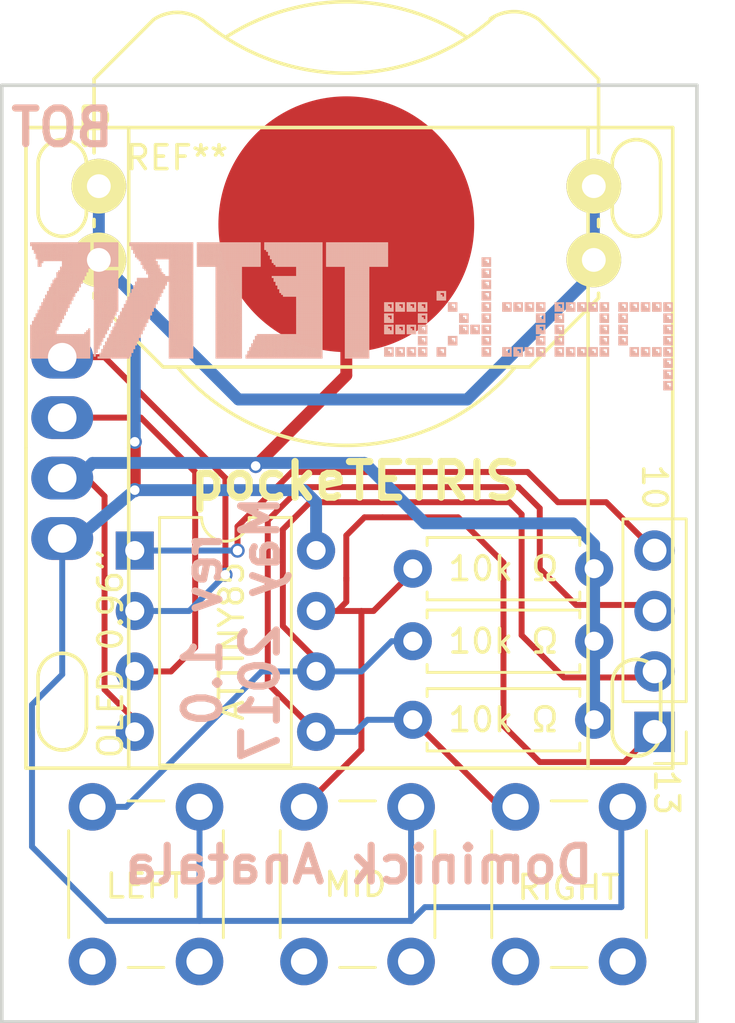
<source format=kicad_pcb>
(kicad_pcb (version 4) (host pcbnew 4.0.5)

  (general
    (links 0)
    (no_connects 0)
    (area 127.532001 62.324 167.125001 115.899001)
    (thickness 1.6)
    (drawings 14)
    (tracks 119)
    (zones 0)
    (modules 11)
    (nets 1)
  )

  (page A4)
  (layers
    (0 F.Cu signal)
    (31 B.Cu signal)
    (36 B.SilkS user hide)
    (37 F.SilkS user hide)
    (38 B.Mask user hide)
    (39 F.Mask user hide)
    (44 Edge.Cuts user)
    (49 F.Fab user hide)
  )

  (setup
    (last_trace_width 0.25)
    (user_trace_width 0.25)
    (user_trace_width 0.5)
    (trace_clearance 0.2)
    (zone_clearance 0.508)
    (zone_45_only no)
    (trace_min 0.2)
    (segment_width 0.2)
    (edge_width 0.15)
    (via_size 0.6)
    (via_drill 0.4)
    (via_min_size 0.4)
    (via_min_drill 0.3)
    (uvia_size 0.3)
    (uvia_drill 0.1)
    (uvias_allowed no)
    (uvia_min_size 0.2)
    (uvia_min_drill 0.1)
    (pcb_text_width 0.3)
    (pcb_text_size 1.5 1.5)
    (mod_edge_width 0.15)
    (mod_text_size 1 1)
    (mod_text_width 0.15)
    (pad_size 10.75 10.75)
    (pad_drill 0)
    (pad_to_mask_clearance 0.2)
    (aux_axis_origin 0 0)
    (visible_elements 7FFFFFFF)
    (pcbplotparams
      (layerselection 0x00030_80000001)
      (usegerberextensions false)
      (excludeedgelayer true)
      (linewidth 0.100000)
      (plotframeref false)
      (viasonmask false)
      (mode 1)
      (useauxorigin false)
      (hpglpennumber 1)
      (hpglpenspeed 20)
      (hpglpendiameter 15)
      (hpglpenoverlay 2)
      (psnegative false)
      (psa4output false)
      (plotreference true)
      (plotvalue true)
      (plotinvisibletext false)
      (padsonsilk false)
      (subtractmaskfromsilk false)
      (outputformat 1)
      (mirror false)
      (drillshape 1)
      (scaleselection 1)
      (outputdirectory ../))
  )

  (net 0 "")

  (net_class Default "This is the default net class."
    (clearance 0.2)
    (trace_width 0.25)
    (via_dia 0.6)
    (via_drill 0.4)
    (uvia_dia 0.3)
    (uvia_drill 0.1)
  )

  (net_class power ""
    (clearance 0.2)
    (trace_width 0.5)
    (via_dia 0.6)
    (via_drill 0.4)
    (uvia_dia 0.3)
    (uvia_drill 0.1)
  )

  (module oled:OLED0.96 (layer F.Cu) (tedit 590E889B) (tstamp 590E861E)
    (at 140.208 91.694 90)
    (descr http://www.kamami.pl/dl/wc1602a0.pdf)
    (tags "OLED Alphanumeric 4pin")
    (attr smd)
    (fp_text reference "OLED 0.96''" (at -8.636 2.032 90) (layer F.SilkS)
      (effects (font (size 1 1) (thickness 0.15)))
    )
    (fp_text value "" (at 2.286 3.81 90) (layer F.Fab)
      (effects (font (size 1 1) (thickness 0.15)))
    )
    (fp_line (start 0 22.098) (end -13.462 22.098) (layer F.SilkS) (width 0.15))
    (fp_line (start 0 22.098) (end 13.462 22.098) (layer F.SilkS) (width 0.15))
    (fp_line (start 0 2.794) (end -13.462 2.794) (layer F.SilkS) (width 0.15))
    (fp_line (start 0 2.794) (end 13.462 2.794) (layer F.SilkS) (width 0.15))
    (fp_arc (start 9.906 24.13) (end 8.89 24.13) (angle 90) (layer F.SilkS) (width 0.15))
    (fp_arc (start 9.906 24.13) (end 9.906 25.146) (angle 90) (layer F.SilkS) (width 0.15))
    (fp_line (start 9.906 23.114) (end 11.938 23.114) (layer F.SilkS) (width 0.15))
    (fp_line (start 9.906 25.146) (end 11.938 25.146) (layer F.SilkS) (width 0.15))
    (fp_arc (start 11.938 24.13) (end 11.938 23.114) (angle 90) (layer F.SilkS) (width 0.15))
    (fp_arc (start 11.938 24.13) (end 12.954 24.13) (angle 90) (layer F.SilkS) (width 0.15))
    (fp_arc (start 11.938 24.13) (end 12.954 24.13) (angle 90) (layer F.SilkS) (width 0.15))
    (fp_arc (start 11.938 24.13) (end 11.938 23.114) (angle 90) (layer F.SilkS) (width 0.15))
    (fp_line (start 9.906 25.146) (end 11.938 25.146) (layer F.SilkS) (width 0.15))
    (fp_line (start 9.906 23.114) (end 11.938 23.114) (layer F.SilkS) (width 0.15))
    (fp_arc (start 9.906 24.13) (end 9.906 25.146) (angle 90) (layer F.SilkS) (width 0.15))
    (fp_arc (start 9.906 24.13) (end 8.89 24.13) (angle 90) (layer F.SilkS) (width 0.15))
    (fp_arc (start -11.938 24.13) (end -12.954 24.13) (angle 90) (layer F.SilkS) (width 0.15))
    (fp_arc (start -11.938 24.13) (end -11.938 25.146) (angle 90) (layer F.SilkS) (width 0.15))
    (fp_line (start -11.938 23.114) (end -9.906 23.114) (layer F.SilkS) (width 0.15))
    (fp_line (start -11.938 25.146) (end -9.906 25.146) (layer F.SilkS) (width 0.15))
    (fp_arc (start -9.906 24.13) (end -9.906 23.114) (angle 90) (layer F.SilkS) (width 0.15))
    (fp_arc (start -9.906 24.13) (end -8.89 24.13) (angle 90) (layer F.SilkS) (width 0.15))
    (fp_arc (start -9.906 24.13) (end -8.89 24.13) (angle 90) (layer F.SilkS) (width 0.15))
    (fp_arc (start -9.906 24.13) (end -9.906 23.114) (angle 90) (layer F.SilkS) (width 0.15))
    (fp_line (start -11.938 25.146) (end -9.906 25.146) (layer F.SilkS) (width 0.15))
    (fp_line (start -11.938 23.114) (end -9.906 23.114) (layer F.SilkS) (width 0.15))
    (fp_arc (start -11.938 24.13) (end -11.938 25.146) (angle 90) (layer F.SilkS) (width 0.15))
    (fp_arc (start -11.938 24.13) (end -12.954 24.13) (angle 90) (layer F.SilkS) (width 0.15))
    (fp_arc (start -11.684 0) (end -12.7 0) (angle 90) (layer F.SilkS) (width 0.15))
    (fp_arc (start -11.684 0) (end -11.684 1.016) (angle 90) (layer F.SilkS) (width 0.15))
    (fp_line (start -11.684 -1.016) (end -9.652 -1.016) (layer F.SilkS) (width 0.15))
    (fp_line (start -11.684 1.016) (end -9.652 1.016) (layer F.SilkS) (width 0.15))
    (fp_arc (start -9.652 0) (end -9.652 -1.016) (angle 90) (layer F.SilkS) (width 0.15))
    (fp_arc (start -9.652 0) (end -8.636 0) (angle 90) (layer F.SilkS) (width 0.15))
    (fp_arc (start -9.652 0) (end -8.636 0) (angle 90) (layer F.SilkS) (width 0.15))
    (fp_arc (start -9.652 0) (end -9.652 -1.016) (angle 90) (layer F.SilkS) (width 0.15))
    (fp_line (start -11.684 1.016) (end -9.652 1.016) (layer F.SilkS) (width 0.15))
    (fp_line (start -11.684 -1.016) (end -9.652 -1.016) (layer F.SilkS) (width 0.15))
    (fp_line (start 11.938 1.016) (end 9.906 1.016) (layer F.SilkS) (width 0.15))
    (fp_line (start 9.906 -1.016) (end 11.938 -1.016) (layer F.SilkS) (width 0.15))
    (fp_arc (start -11.684 0) (end -11.684 1.016) (angle 90) (layer F.SilkS) (width 0.15))
    (fp_arc (start -11.684 0) (end -12.7 0) (angle 90) (layer F.SilkS) (width 0.15))
    (fp_arc (start 9.906 0) (end 9.906 1.016) (angle 90) (layer F.SilkS) (width 0.15))
    (fp_arc (start 9.906 0) (end 8.89 0) (angle 90) (layer F.SilkS) (width 0.15))
    (fp_arc (start 11.938 0) (end 12.954 0) (angle 90) (layer F.SilkS) (width 0.15))
    (fp_arc (start 11.938 0) (end 11.938 -1.016) (angle 90) (layer F.SilkS) (width 0.15))
    (fp_line (start 13.462 25.654) (end -13.462 25.654) (layer F.SilkS) (width 0.15))
    (fp_line (start -13.462 25.654) (end -13.462 -1.524) (layer F.SilkS) (width 0.15))
    (fp_line (start -13.462 -1.524) (end 0 -1.524) (layer F.SilkS) (width 0.15))
    (fp_line (start 13.462 -1.524) (end 13.462 25.654) (layer F.SilkS) (width 0.15))
    (fp_line (start 0 -1.524) (end 13.462 -1.524) (layer F.SilkS) (width 0.15))
    (pad 1 thru_hole oval (at -3.81 0 90) (size 1.8 2.6) (drill 1.2) (layers *.Cu *.Mask))
    (pad 2 thru_hole oval (at -1.27 0 90) (size 1.8 2.6) (drill 1.2) (layers *.Cu *.Mask))
    (pad 3 thru_hole oval (at 1.27 0 90) (size 1.8 2.6) (drill 1.2) (layers *.Cu *.Mask))
    (pad 4 thru_hole oval (at 3.81 0 90) (size 1.8 2.6) (drill 1.2) (layers *.Cu *.Mask))
  )

  (module Buttons_Switches_THT:SW_PUSH_6mm_h5mm (layer F.Cu) (tedit 590D4A42) (tstamp 590D3C37)
    (at 159.258 113.284 90)
    (descr "tactile push button, 6x6mm e.g. PHAP33xx series, height=5mm")
    (tags "tact sw push 6mm")
    (fp_text reference "" (at 10.16 2.54 180) (layer F.SilkS)
      (effects (font (size 1 1) (thickness 0.15)))
    )
    (fp_text value RIGHT (at 3.1115 2.2225 180) (layer F.SilkS)
      (effects (font (size 1 1) (thickness 0.15)))
    )
    (fp_line (start 3.25 -0.75) (end 6.25 -0.75) (layer F.Fab) (width 0.1))
    (fp_line (start 6.25 -0.75) (end 6.25 5.25) (layer F.Fab) (width 0.1))
    (fp_line (start 6.25 5.25) (end 0.25 5.25) (layer F.Fab) (width 0.1))
    (fp_line (start 0.25 5.25) (end 0.25 -0.75) (layer F.Fab) (width 0.1))
    (fp_line (start 0.25 -0.75) (end 3.25 -0.75) (layer F.Fab) (width 0.1))
    (fp_line (start 7.75 6) (end 8 6) (layer F.CrtYd) (width 0.05))
    (fp_line (start 8 6) (end 8 5.75) (layer F.CrtYd) (width 0.05))
    (fp_line (start 7.75 -1.5) (end 8 -1.5) (layer F.CrtYd) (width 0.05))
    (fp_line (start 8 -1.5) (end 8 -1.25) (layer F.CrtYd) (width 0.05))
    (fp_line (start -1.5 -1.25) (end -1.5 -1.5) (layer F.CrtYd) (width 0.05))
    (fp_line (start -1.5 -1.5) (end -1.25 -1.5) (layer F.CrtYd) (width 0.05))
    (fp_line (start -1.5 5.75) (end -1.5 6) (layer F.CrtYd) (width 0.05))
    (fp_line (start -1.5 6) (end -1.25 6) (layer F.CrtYd) (width 0.05))
    (fp_line (start -1.25 -1.5) (end 7.75 -1.5) (layer F.CrtYd) (width 0.05))
    (fp_line (start -1.5 5.75) (end -1.5 -1.25) (layer F.CrtYd) (width 0.05))
    (fp_line (start 7.75 6) (end -1.25 6) (layer F.CrtYd) (width 0.05))
    (fp_line (start 8 -1.25) (end 8 5.75) (layer F.CrtYd) (width 0.05))
    (fp_line (start 1 5.5) (end 5.5 5.5) (layer F.SilkS) (width 0.12))
    (fp_line (start -0.25 1.5) (end -0.25 3) (layer F.SilkS) (width 0.12))
    (fp_line (start 5.5 -1) (end 1 -1) (layer F.SilkS) (width 0.12))
    (fp_line (start 6.75 3) (end 6.75 1.5) (layer F.SilkS) (width 0.12))
    (fp_circle (center 3.25 2.25) (end 1.25 2.5) (layer F.Fab) (width 0.1))
    (pad 2 thru_hole circle (at 0 4.5 180) (size 2 2) (drill 1.1) (layers *.Cu *.Mask))
    (pad 1 thru_hole circle (at 0 0 180) (size 2 2) (drill 1.1) (layers *.Cu *.Mask))
    (pad 2 thru_hole circle (at 6.5 4.5 180) (size 2 2) (drill 1.1) (layers *.Cu *.Mask))
    (pad 1 thru_hole circle (at 6.5 0 180) (size 2 2) (drill 1.1) (layers *.Cu *.Mask))
    (model Buttons_Switches_THT.3dshapes/SW_PUSH_6mm_h5mm.wrl
      (at (xyz 0.005 0 0))
      (scale (xyz 0.3937 0.3937 0.3937))
      (rotate (xyz 0 0 0))
    )
  )

  (module Buttons_Switches_THT:SW_PUSH_6mm_h5mm (layer F.Cu) (tedit 590D4A4B) (tstamp 590D3B9D)
    (at 141.478 113.284 90)
    (descr "tactile push button, 6x6mm e.g. PHAP33xx series, height=5mm")
    (tags "tact sw push 6mm")
    (fp_text reference "" (at 10.16 2.54 90) (layer F.SilkS)
      (effects (font (size 1 1) (thickness 0.15)))
    )
    (fp_text value LEFT (at 3.175 2.2225 180) (layer F.SilkS)
      (effects (font (size 1 1) (thickness 0.15)))
    )
    (fp_line (start 3.25 -0.75) (end 6.25 -0.75) (layer F.Fab) (width 0.1))
    (fp_line (start 6.25 -0.75) (end 6.25 5.25) (layer F.Fab) (width 0.1))
    (fp_line (start 6.25 5.25) (end 0.25 5.25) (layer F.Fab) (width 0.1))
    (fp_line (start 0.25 5.25) (end 0.25 -0.75) (layer F.Fab) (width 0.1))
    (fp_line (start 0.25 -0.75) (end 3.25 -0.75) (layer F.Fab) (width 0.1))
    (fp_line (start 7.75 6) (end 8 6) (layer F.CrtYd) (width 0.05))
    (fp_line (start 8 6) (end 8 5.75) (layer F.CrtYd) (width 0.05))
    (fp_line (start 7.75 -1.5) (end 8 -1.5) (layer F.CrtYd) (width 0.05))
    (fp_line (start 8 -1.5) (end 8 -1.25) (layer F.CrtYd) (width 0.05))
    (fp_line (start -1.5 -1.25) (end -1.5 -1.5) (layer F.CrtYd) (width 0.05))
    (fp_line (start -1.5 -1.5) (end -1.25 -1.5) (layer F.CrtYd) (width 0.05))
    (fp_line (start -1.5 5.75) (end -1.5 6) (layer F.CrtYd) (width 0.05))
    (fp_line (start -1.5 6) (end -1.25 6) (layer F.CrtYd) (width 0.05))
    (fp_line (start -1.25 -1.5) (end 7.75 -1.5) (layer F.CrtYd) (width 0.05))
    (fp_line (start -1.5 5.75) (end -1.5 -1.25) (layer F.CrtYd) (width 0.05))
    (fp_line (start 7.75 6) (end -1.25 6) (layer F.CrtYd) (width 0.05))
    (fp_line (start 8 -1.25) (end 8 5.75) (layer F.CrtYd) (width 0.05))
    (fp_line (start 1 5.5) (end 5.5 5.5) (layer F.SilkS) (width 0.12))
    (fp_line (start -0.25 1.5) (end -0.25 3) (layer F.SilkS) (width 0.12))
    (fp_line (start 5.5 -1) (end 1 -1) (layer F.SilkS) (width 0.12))
    (fp_line (start 6.75 3) (end 6.75 1.5) (layer F.SilkS) (width 0.12))
    (fp_circle (center 3.25 2.25) (end 1.25 2.5) (layer F.Fab) (width 0.1))
    (pad 2 thru_hole circle (at 0 4.5 180) (size 2 2) (drill 1.1) (layers *.Cu *.Mask))
    (pad 1 thru_hole circle (at 0 0 180) (size 2 2) (drill 1.1) (layers *.Cu *.Mask))
    (pad 2 thru_hole circle (at 6.5 4.5 180) (size 2 2) (drill 1.1) (layers *.Cu *.Mask))
    (pad 1 thru_hole circle (at 6.5 0 180) (size 2 2) (drill 1.1) (layers *.Cu *.Mask))
    (model Buttons_Switches_THT.3dshapes/SW_PUSH_6mm_h5mm.wrl
      (at (xyz 0.005 0 0))
      (scale (xyz 0.3937 0.3937 0.3937))
      (rotate (xyz 0 0 0))
    )
  )

  (module Resistors_THT:R_Axial_DIN0207_L6.3mm_D2.5mm_P7.62mm_Horizontal (layer F.Cu) (tedit 590D4A20) (tstamp 590D3BBB)
    (at 154.94 96.774)
    (descr "Resistor, Axial_DIN0207 series, Axial, Horizontal, pin pitch=7.62mm, 0.25W = 1/4W, length*diameter=6.3*2.5mm^2, http://cdn-reichelt.de/documents/datenblatt/B400/1_4W%23YAG.pdf")
    (tags "Resistor Axial_DIN0207 series Axial Horizontal pin pitch 7.62mm 0.25W = 1/4W length 6.3mm diameter 2.5mm")
    (fp_text reference "" (at 3.81 -2.31) (layer F.SilkS)
      (effects (font (size 1 1) (thickness 0.15)))
    )
    (fp_text value "10k Ω" (at 3.81 0) (layer F.SilkS)
      (effects (font (size 1 1) (thickness 0.15)))
    )
    (fp_line (start 0.66 -1.25) (end 0.66 1.25) (layer F.Fab) (width 0.1))
    (fp_line (start 0.66 1.25) (end 6.96 1.25) (layer F.Fab) (width 0.1))
    (fp_line (start 6.96 1.25) (end 6.96 -1.25) (layer F.Fab) (width 0.1))
    (fp_line (start 6.96 -1.25) (end 0.66 -1.25) (layer F.Fab) (width 0.1))
    (fp_line (start 0 0) (end 0.66 0) (layer F.Fab) (width 0.1))
    (fp_line (start 7.62 0) (end 6.96 0) (layer F.Fab) (width 0.1))
    (fp_line (start 0.6 -0.98) (end 0.6 -1.31) (layer F.SilkS) (width 0.12))
    (fp_line (start 0.6 -1.31) (end 7.02 -1.31) (layer F.SilkS) (width 0.12))
    (fp_line (start 7.02 -1.31) (end 7.02 -0.98) (layer F.SilkS) (width 0.12))
    (fp_line (start 0.6 0.98) (end 0.6 1.31) (layer F.SilkS) (width 0.12))
    (fp_line (start 0.6 1.31) (end 7.02 1.31) (layer F.SilkS) (width 0.12))
    (fp_line (start 7.02 1.31) (end 7.02 0.98) (layer F.SilkS) (width 0.12))
    (fp_line (start -1.05 -1.6) (end -1.05 1.6) (layer F.CrtYd) (width 0.05))
    (fp_line (start -1.05 1.6) (end 8.7 1.6) (layer F.CrtYd) (width 0.05))
    (fp_line (start 8.7 1.6) (end 8.7 -1.6) (layer F.CrtYd) (width 0.05))
    (fp_line (start 8.7 -1.6) (end -1.05 -1.6) (layer F.CrtYd) (width 0.05))
    (pad 1 thru_hole circle (at 0 0) (size 1.6 1.6) (drill 0.8) (layers *.Cu *.Mask))
    (pad 2 thru_hole oval (at 7.62 0) (size 1.6 1.6) (drill 0.8) (layers *.Cu *.Mask))
    (model Resistors_THT.3dshapes/R_Axial_DIN0207_L6.3mm_D2.5mm_P7.62mm_Horizontal.wrl
      (at (xyz 0 0 0))
      (scale (xyz 0.393701 0.393701 0.393701))
      (rotate (xyz 0 0 0))
    )
  )

  (module Housings_DIP:DIP-8_W7.62mm (layer F.Cu) (tedit 590FC8F9) (tstamp 590D3BD1)
    (at 143.256 96.012)
    (descr "8-lead dip package, row spacing 7.62 mm (300 mils)")
    (tags "DIL DIP PDIP 2.54mm 7.62mm 300mil")
    (fp_text reference "" (at 3.81 -2.39) (layer F.SilkS)
      (effects (font (size 1 1) (thickness 0.15)))
    )
    (fp_text value "" (at 3.81 13.97 90) (layer F.Fab)
      (effects (font (size 1 1) (thickness 0.15)))
    )
    (fp_text user ATTINY85 (at 4.064 3.81 90) (layer F.SilkS)
      (effects (font (size 1 1) (thickness 0.15)))
    )
    (fp_line (start 1.635 -1.27) (end 6.985 -1.27) (layer F.Fab) (width 0.1))
    (fp_line (start 6.985 -1.27) (end 6.985 8.89) (layer F.Fab) (width 0.1))
    (fp_line (start 6.985 8.89) (end 0.635 8.89) (layer F.Fab) (width 0.1))
    (fp_line (start 0.635 8.89) (end 0.635 -0.27) (layer F.Fab) (width 0.1))
    (fp_line (start 0.635 -0.27) (end 1.635 -1.27) (layer F.Fab) (width 0.1))
    (fp_line (start 2.81 -1.39) (end 1.04 -1.39) (layer F.SilkS) (width 0.12))
    (fp_line (start 1.04 -1.39) (end 1.04 9.01) (layer F.SilkS) (width 0.12))
    (fp_line (start 1.04 9.01) (end 6.58 9.01) (layer F.SilkS) (width 0.12))
    (fp_line (start 6.58 9.01) (end 6.58 -1.39) (layer F.SilkS) (width 0.12))
    (fp_line (start 6.58 -1.39) (end 4.81 -1.39) (layer F.SilkS) (width 0.12))
    (fp_line (start -1.1 -1.6) (end -1.1 9.2) (layer F.CrtYd) (width 0.05))
    (fp_line (start -1.1 9.2) (end 8.7 9.2) (layer F.CrtYd) (width 0.05))
    (fp_line (start 8.7 9.2) (end 8.7 -1.6) (layer F.CrtYd) (width 0.05))
    (fp_line (start 8.7 -1.6) (end -1.1 -1.6) (layer F.CrtYd) (width 0.05))
    (fp_arc (start 3.81 -1.39) (end 2.81 -1.39) (angle -180) (layer F.SilkS) (width 0.12))
    (pad 1 thru_hole rect (at 0 0) (size 1.6 1.6) (drill 0.8) (layers *.Cu *.Mask))
    (pad 5 thru_hole oval (at 7.62 7.62) (size 1.6 1.6) (drill 0.8) (layers *.Cu *.Mask))
    (pad 2 thru_hole oval (at 0 2.54) (size 1.6 1.6) (drill 0.8) (layers *.Cu *.Mask))
    (pad 6 thru_hole oval (at 7.62 5.08) (size 1.6 1.6) (drill 0.8) (layers *.Cu *.Mask))
    (pad 3 thru_hole oval (at 0 5.08) (size 1.6 1.6) (drill 0.8) (layers *.Cu *.Mask))
    (pad 7 thru_hole oval (at 7.62 2.54) (size 1.6 1.6) (drill 0.8) (layers *.Cu *.Mask))
    (pad 4 thru_hole oval (at 0 7.62) (size 1.6 1.6) (drill 0.8) (layers *.Cu *.Mask))
    (pad 8 thru_hole oval (at 7.62 0) (size 1.6 1.6) (drill 0.8) (layers *.Cu *.Mask))
    (model Housings_DIP.3dshapes/DIP-8_W7.62mm.wrl
      (at (xyz 0 0 0))
      (scale (xyz 1 1 1))
      (rotate (xyz 0 0 0))
    )
  )

  (module Resistors_THT:R_Axial_DIN0207_L6.3mm_D2.5mm_P7.62mm_Horizontal (layer F.Cu) (tedit 590D4A28) (tstamp 590D3BED)
    (at 154.94 99.822)
    (descr "Resistor, Axial_DIN0207 series, Axial, Horizontal, pin pitch=7.62mm, 0.25W = 1/4W, length*diameter=6.3*2.5mm^2, http://cdn-reichelt.de/documents/datenblatt/B400/1_4W%23YAG.pdf")
    (tags "Resistor Axial_DIN0207 series Axial Horizontal pin pitch 7.62mm 0.25W = 1/4W length 6.3mm diameter 2.5mm")
    (fp_text reference "" (at 3.81 -2.31) (layer F.SilkS)
      (effects (font (size 1 1) (thickness 0.15)))
    )
    (fp_text value "10k Ω" (at 3.81 0) (layer F.SilkS)
      (effects (font (size 1 1) (thickness 0.15)))
    )
    (fp_line (start 0.66 -1.25) (end 0.66 1.25) (layer F.Fab) (width 0.1))
    (fp_line (start 0.66 1.25) (end 6.96 1.25) (layer F.Fab) (width 0.1))
    (fp_line (start 6.96 1.25) (end 6.96 -1.25) (layer F.Fab) (width 0.1))
    (fp_line (start 6.96 -1.25) (end 0.66 -1.25) (layer F.Fab) (width 0.1))
    (fp_line (start 0 0) (end 0.66 0) (layer F.Fab) (width 0.1))
    (fp_line (start 7.62 0) (end 6.96 0) (layer F.Fab) (width 0.1))
    (fp_line (start 0.6 -0.98) (end 0.6 -1.31) (layer F.SilkS) (width 0.12))
    (fp_line (start 0.6 -1.31) (end 7.02 -1.31) (layer F.SilkS) (width 0.12))
    (fp_line (start 7.02 -1.31) (end 7.02 -0.98) (layer F.SilkS) (width 0.12))
    (fp_line (start 0.6 0.98) (end 0.6 1.31) (layer F.SilkS) (width 0.12))
    (fp_line (start 0.6 1.31) (end 7.02 1.31) (layer F.SilkS) (width 0.12))
    (fp_line (start 7.02 1.31) (end 7.02 0.98) (layer F.SilkS) (width 0.12))
    (fp_line (start -1.05 -1.6) (end -1.05 1.6) (layer F.CrtYd) (width 0.05))
    (fp_line (start -1.05 1.6) (end 8.7 1.6) (layer F.CrtYd) (width 0.05))
    (fp_line (start 8.7 1.6) (end 8.7 -1.6) (layer F.CrtYd) (width 0.05))
    (fp_line (start 8.7 -1.6) (end -1.05 -1.6) (layer F.CrtYd) (width 0.05))
    (pad 1 thru_hole circle (at 0 0) (size 1.6 1.6) (drill 0.8) (layers *.Cu *.Mask))
    (pad 2 thru_hole oval (at 7.62 0) (size 1.6 1.6) (drill 0.8) (layers *.Cu *.Mask))
    (model Resistors_THT.3dshapes/R_Axial_DIN0207_L6.3mm_D2.5mm_P7.62mm_Horizontal.wrl
      (at (xyz 0 0 0))
      (scale (xyz 0.393701 0.393701 0.393701))
      (rotate (xyz 0 0 0))
    )
  )

  (module Resistors_THT:R_Axial_DIN0207_L6.3mm_D2.5mm_P7.62mm_Horizontal (layer F.Cu) (tedit 590D4A2D) (tstamp 590D3C03)
    (at 162.56 103.124 180)
    (descr "Resistor, Axial_DIN0207 series, Axial, Horizontal, pin pitch=7.62mm, 0.25W = 1/4W, length*diameter=6.3*2.5mm^2, http://cdn-reichelt.de/documents/datenblatt/B400/1_4W%23YAG.pdf")
    (tags "Resistor Axial_DIN0207 series Axial Horizontal pin pitch 7.62mm 0.25W = 1/4W length 6.3mm diameter 2.5mm")
    (fp_text reference "" (at 3.81 -2.31 180) (layer F.SilkS)
      (effects (font (size 1 1) (thickness 0.15)))
    )
    (fp_text value "10k Ω" (at 3.81 0 180) (layer F.SilkS)
      (effects (font (size 1 1) (thickness 0.15)))
    )
    (fp_line (start 0.66 -1.25) (end 0.66 1.25) (layer F.Fab) (width 0.1))
    (fp_line (start 0.66 1.25) (end 6.96 1.25) (layer F.Fab) (width 0.1))
    (fp_line (start 6.96 1.25) (end 6.96 -1.25) (layer F.Fab) (width 0.1))
    (fp_line (start 6.96 -1.25) (end 0.66 -1.25) (layer F.Fab) (width 0.1))
    (fp_line (start 0 0) (end 0.66 0) (layer F.Fab) (width 0.1))
    (fp_line (start 7.62 0) (end 6.96 0) (layer F.Fab) (width 0.1))
    (fp_line (start 0.6 -0.98) (end 0.6 -1.31) (layer F.SilkS) (width 0.12))
    (fp_line (start 0.6 -1.31) (end 7.02 -1.31) (layer F.SilkS) (width 0.12))
    (fp_line (start 7.02 -1.31) (end 7.02 -0.98) (layer F.SilkS) (width 0.12))
    (fp_line (start 0.6 0.98) (end 0.6 1.31) (layer F.SilkS) (width 0.12))
    (fp_line (start 0.6 1.31) (end 7.02 1.31) (layer F.SilkS) (width 0.12))
    (fp_line (start 7.02 1.31) (end 7.02 0.98) (layer F.SilkS) (width 0.12))
    (fp_line (start -1.05 -1.6) (end -1.05 1.6) (layer F.CrtYd) (width 0.05))
    (fp_line (start -1.05 1.6) (end 8.7 1.6) (layer F.CrtYd) (width 0.05))
    (fp_line (start 8.7 1.6) (end 8.7 -1.6) (layer F.CrtYd) (width 0.05))
    (fp_line (start 8.7 -1.6) (end -1.05 -1.6) (layer F.CrtYd) (width 0.05))
    (pad 1 thru_hole circle (at 0 0 180) (size 1.6 1.6) (drill 0.8) (layers *.Cu *.Mask))
    (pad 2 thru_hole oval (at 7.62 0 180) (size 1.6 1.6) (drill 0.8) (layers *.Cu *.Mask))
    (model Resistors_THT.3dshapes/R_Axial_DIN0207_L6.3mm_D2.5mm_P7.62mm_Horizontal.wrl
      (at (xyz 0 0 0))
      (scale (xyz 0.393701 0.393701 0.393701))
      (rotate (xyz 0 0 0))
    )
  )

  (module Buttons_Switches_THT:SW_PUSH_6mm_h5mm (layer F.Cu) (tedit 590D4A47) (tstamp 590D3C19)
    (at 150.368 113.284 90)
    (descr "tactile push button, 6x6mm e.g. PHAP33xx series, height=5mm")
    (tags "tact sw push 6mm")
    (fp_text reference "" (at 10.16 2.54 90) (layer F.SilkS)
      (effects (font (size 1 1) (thickness 0.15)))
    )
    (fp_text value MID (at 3.2385 2.159 180) (layer F.SilkS)
      (effects (font (size 1 1) (thickness 0.15)))
    )
    (fp_line (start 3.25 -0.75) (end 6.25 -0.75) (layer F.Fab) (width 0.1))
    (fp_line (start 6.25 -0.75) (end 6.25 5.25) (layer F.Fab) (width 0.1))
    (fp_line (start 6.25 5.25) (end 0.25 5.25) (layer F.Fab) (width 0.1))
    (fp_line (start 0.25 5.25) (end 0.25 -0.75) (layer F.Fab) (width 0.1))
    (fp_line (start 0.25 -0.75) (end 3.25 -0.75) (layer F.Fab) (width 0.1))
    (fp_line (start 7.75 6) (end 8 6) (layer F.CrtYd) (width 0.05))
    (fp_line (start 8 6) (end 8 5.75) (layer F.CrtYd) (width 0.05))
    (fp_line (start 7.75 -1.5) (end 8 -1.5) (layer F.CrtYd) (width 0.05))
    (fp_line (start 8 -1.5) (end 8 -1.25) (layer F.CrtYd) (width 0.05))
    (fp_line (start -1.5 -1.25) (end -1.5 -1.5) (layer F.CrtYd) (width 0.05))
    (fp_line (start -1.5 -1.5) (end -1.25 -1.5) (layer F.CrtYd) (width 0.05))
    (fp_line (start -1.5 5.75) (end -1.5 6) (layer F.CrtYd) (width 0.05))
    (fp_line (start -1.5 6) (end -1.25 6) (layer F.CrtYd) (width 0.05))
    (fp_line (start -1.25 -1.5) (end 7.75 -1.5) (layer F.CrtYd) (width 0.05))
    (fp_line (start -1.5 5.75) (end -1.5 -1.25) (layer F.CrtYd) (width 0.05))
    (fp_line (start 7.75 6) (end -1.25 6) (layer F.CrtYd) (width 0.05))
    (fp_line (start 8 -1.25) (end 8 5.75) (layer F.CrtYd) (width 0.05))
    (fp_line (start 1 5.5) (end 5.5 5.5) (layer F.SilkS) (width 0.12))
    (fp_line (start -0.25 1.5) (end -0.25 3) (layer F.SilkS) (width 0.12))
    (fp_line (start 5.5 -1) (end 1 -1) (layer F.SilkS) (width 0.12))
    (fp_line (start 6.75 3) (end 6.75 1.5) (layer F.SilkS) (width 0.12))
    (fp_circle (center 3.25 2.25) (end 1.25 2.5) (layer F.Fab) (width 0.1))
    (pad 2 thru_hole circle (at 0 4.5 180) (size 2 2) (drill 1.1) (layers *.Cu *.Mask))
    (pad 1 thru_hole circle (at 0 0 180) (size 2 2) (drill 1.1) (layers *.Cu *.Mask))
    (pad 2 thru_hole circle (at 6.5 4.5 180) (size 2 2) (drill 1.1) (layers *.Cu *.Mask))
    (pad 1 thru_hole circle (at 6.5 0 180) (size 2 2) (drill 1.1) (layers *.Cu *.Mask))
    (model Buttons_Switches_THT.3dshapes/SW_PUSH_6mm_h5mm.wrl
      (at (xyz 0.005 0 0))
      (scale (xyz 0.3937 0.3937 0.3937))
      (rotate (xyz 0 0 0))
    )
  )

  (module Pin_Headers:Pin_Header_Straight_1x04_Pitch2.54mm (layer F.Cu) (tedit 590F6680) (tstamp 590E8D7E)
    (at 165.1 103.632 180)
    (descr "Through hole straight pin header, 1x04, 2.54mm pitch, single row")
    (tags "Through hole pin header THT 1x04 2.54mm single row")
    (fp_text reference "" (at 0.635 3.937 270) (layer F.SilkS)
      (effects (font (size 0.5 0.5) (thickness 0.07)))
    )
    (fp_text value "" (at 0 9.95 180) (layer F.Fab)
      (effects (font (size 1 1) (thickness 0.15)))
    )
    (fp_line (start -1.27 -1.27) (end -1.27 8.89) (layer F.Fab) (width 0.1))
    (fp_line (start -1.27 8.89) (end 1.27 8.89) (layer F.Fab) (width 0.1))
    (fp_line (start 1.27 8.89) (end 1.27 -1.27) (layer F.Fab) (width 0.1))
    (fp_line (start 1.27 -1.27) (end -1.27 -1.27) (layer F.Fab) (width 0.1))
    (fp_line (start -1.33 1.27) (end -1.33 8.95) (layer F.SilkS) (width 0.12))
    (fp_line (start -1.33 8.95) (end 1.33 8.95) (layer F.SilkS) (width 0.12))
    (fp_line (start 1.33 8.95) (end 1.33 1.27) (layer F.SilkS) (width 0.12))
    (fp_line (start 1.33 1.27) (end -1.33 1.27) (layer F.SilkS) (width 0.12))
    (fp_line (start -1.33 0) (end -1.33 -1.33) (layer F.SilkS) (width 0.12))
    (fp_line (start -1.33 -1.33) (end 0 -1.33) (layer F.SilkS) (width 0.12))
    (fp_line (start -1.8 -1.8) (end -1.8 9.4) (layer F.CrtYd) (width 0.05))
    (fp_line (start -1.8 9.4) (end 1.8 9.4) (layer F.CrtYd) (width 0.05))
    (fp_line (start 1.8 9.4) (end 1.8 -1.8) (layer F.CrtYd) (width 0.05))
    (fp_line (start 1.8 -1.8) (end -1.8 -1.8) (layer F.CrtYd) (width 0.05))
    (fp_text user "PROG pins" (at -2.54 3.937 270) (layer F.Fab)
      (effects (font (size 1 1) (thickness 0.15)))
    )
    (pad 1 thru_hole rect (at 0 0 180) (size 1.7 1.7) (drill 1) (layers *.Cu *.Mask))
    (pad 2 thru_hole oval (at 0 2.54 180) (size 1.7 1.7) (drill 1) (layers *.Cu *.Mask))
    (pad 3 thru_hole oval (at 0 5.08 180) (size 1.7 1.7) (drill 1) (layers *.Cu *.Mask))
    (pad 4 thru_hole oval (at 0 7.62 180) (size 1.7 1.7) (drill 1) (layers *.Cu *.Mask))
    (model ${KISYS3DMOD}/Pin_Headers.3dshapes/Pin_Header_Straight_1x04_Pitch2.54mm.wrl
      (at (xyz 0 -0.15 0))
      (scale (xyz 1 1 1))
      (rotate (xyz 0 0 90))
    )
  )

  (module oled:pockeTETRIS (layer B.Cu) (tedit 590FC525) (tstamp 59138F01)
    (at 165.862 83.058 180)
    (fp_text reference pockeTETRIS (at 13.208 -2.54 180) (layer B.SilkS) hide
      (effects (font (thickness 0.3)) (justify mirror))
    )
    (fp_text value "" (at 0 0 180) (layer B.SilkS)
      (effects (font (thickness 0.15)) (justify mirror))
    )
    (fp_poly (pts (xy 11.965015 0) (xy 12.043732 0) (xy 12.043732 -0.078717) (xy 11.965015 -0.078717)
      (xy 11.965015 0)) (layer B.SilkS) (width 0.01))
    (fp_poly (pts (xy 12.043732 0) (xy 12.122449 0) (xy 12.122449 -0.078717) (xy 12.043732 -0.078717)
      (xy 12.043732 0)) (layer B.SilkS) (width 0.01))
    (fp_poly (pts (xy 12.122449 0) (xy 12.201166 0) (xy 12.201166 -0.078717) (xy 12.122449 -0.078717)
      (xy 12.122449 0)) (layer B.SilkS) (width 0.01))
    (fp_poly (pts (xy 12.201166 0) (xy 12.279883 0) (xy 12.279883 -0.078717) (xy 12.201166 -0.078717)
      (xy 12.201166 0)) (layer B.SilkS) (width 0.01))
    (fp_poly (pts (xy 12.279883 0) (xy 12.358601 0) (xy 12.358601 -0.078717) (xy 12.279883 -0.078717)
      (xy 12.279883 0)) (layer B.SilkS) (width 0.01))
    (fp_poly (pts (xy 12.358601 0) (xy 12.437318 0) (xy 12.437318 -0.078717) (xy 12.358601 -0.078717)
      (xy 12.358601 0)) (layer B.SilkS) (width 0.01))
    (fp_poly (pts (xy 12.437318 0) (xy 12.516035 0) (xy 12.516035 -0.078717) (xy 12.437318 -0.078717)
      (xy 12.437318 0)) (layer B.SilkS) (width 0.01))
    (fp_poly (pts (xy 12.516035 0) (xy 12.594752 0) (xy 12.594752 -0.078717) (xy 12.516035 -0.078717)
      (xy 12.516035 0)) (layer B.SilkS) (width 0.01))
    (fp_poly (pts (xy 12.594752 0) (xy 12.673469 0) (xy 12.673469 -0.078717) (xy 12.594752 -0.078717)
      (xy 12.594752 0)) (layer B.SilkS) (width 0.01))
    (fp_poly (pts (xy 12.673469 0) (xy 12.752187 0) (xy 12.752187 -0.078717) (xy 12.673469 -0.078717)
      (xy 12.673469 0)) (layer B.SilkS) (width 0.01))
    (fp_poly (pts (xy 12.752187 0) (xy 12.830904 0) (xy 12.830904 -0.078717) (xy 12.752187 -0.078717)
      (xy 12.752187 0)) (layer B.SilkS) (width 0.01))
    (fp_poly (pts (xy 12.830904 0) (xy 12.909621 0) (xy 12.909621 -0.078717) (xy 12.830904 -0.078717)
      (xy 12.830904 0)) (layer B.SilkS) (width 0.01))
    (fp_poly (pts (xy 12.909621 0) (xy 12.988338 0) (xy 12.988338 -0.078717) (xy 12.909621 -0.078717)
      (xy 12.909621 0)) (layer B.SilkS) (width 0.01))
    (fp_poly (pts (xy 12.988338 0) (xy 13.067055 0) (xy 13.067055 -0.078717) (xy 12.988338 -0.078717)
      (xy 12.988338 0)) (layer B.SilkS) (width 0.01))
    (fp_poly (pts (xy 13.067055 0) (xy 13.145773 0) (xy 13.145773 -0.078717) (xy 13.067055 -0.078717)
      (xy 13.067055 0)) (layer B.SilkS) (width 0.01))
    (fp_poly (pts (xy 13.145773 0) (xy 13.22449 0) (xy 13.22449 -0.078717) (xy 13.145773 -0.078717)
      (xy 13.145773 0)) (layer B.SilkS) (width 0.01))
    (fp_poly (pts (xy 13.22449 0) (xy 13.303207 0) (xy 13.303207 -0.078717) (xy 13.22449 -0.078717)
      (xy 13.22449 0)) (layer B.SilkS) (width 0.01))
    (fp_poly (pts (xy 13.303207 0) (xy 13.381924 0) (xy 13.381924 -0.078717) (xy 13.303207 -0.078717)
      (xy 13.303207 0)) (layer B.SilkS) (width 0.01))
    (fp_poly (pts (xy 13.381924 0) (xy 13.460641 0) (xy 13.460641 -0.078717) (xy 13.381924 -0.078717)
      (xy 13.381924 0)) (layer B.SilkS) (width 0.01))
    (fp_poly (pts (xy 13.460641 0) (xy 13.539359 0) (xy 13.539359 -0.078717) (xy 13.460641 -0.078717)
      (xy 13.460641 0)) (layer B.SilkS) (width 0.01))
    (fp_poly (pts (xy 13.539359 0) (xy 13.618076 0) (xy 13.618076 -0.078717) (xy 13.539359 -0.078717)
      (xy 13.539359 0)) (layer B.SilkS) (width 0.01))
    (fp_poly (pts (xy 13.618076 0) (xy 13.696793 0) (xy 13.696793 -0.078717) (xy 13.618076 -0.078717)
      (xy 13.618076 0)) (layer B.SilkS) (width 0.01))
    (fp_poly (pts (xy 13.696793 0) (xy 13.77551 0) (xy 13.77551 -0.078717) (xy 13.696793 -0.078717)
      (xy 13.696793 0)) (layer B.SilkS) (width 0.01))
    (fp_poly (pts (xy 13.77551 0) (xy 13.854227 0) (xy 13.854227 -0.078717) (xy 13.77551 -0.078717)
      (xy 13.77551 0)) (layer B.SilkS) (width 0.01))
    (fp_poly (pts (xy 13.854227 0) (xy 13.932945 0) (xy 13.932945 -0.078717) (xy 13.854227 -0.078717)
      (xy 13.854227 0)) (layer B.SilkS) (width 0.01))
    (fp_poly (pts (xy 13.932945 0) (xy 14.011662 0) (xy 14.011662 -0.078717) (xy 13.932945 -0.078717)
      (xy 13.932945 0)) (layer B.SilkS) (width 0.01))
    (fp_poly (pts (xy 14.011662 0) (xy 14.090379 0) (xy 14.090379 -0.078717) (xy 14.011662 -0.078717)
      (xy 14.011662 0)) (layer B.SilkS) (width 0.01))
    (fp_poly (pts (xy 14.090379 0) (xy 14.169096 0) (xy 14.169096 -0.078717) (xy 14.090379 -0.078717)
      (xy 14.090379 0)) (layer B.SilkS) (width 0.01))
    (fp_poly (pts (xy 14.169096 0) (xy 14.247813 0) (xy 14.247813 -0.078717) (xy 14.169096 -0.078717)
      (xy 14.169096 0)) (layer B.SilkS) (width 0.01))
    (fp_poly (pts (xy 14.247813 0) (xy 14.326531 0) (xy 14.326531 -0.078717) (xy 14.247813 -0.078717)
      (xy 14.247813 0)) (layer B.SilkS) (width 0.01))
    (fp_poly (pts (xy 14.326531 0) (xy 14.405248 0) (xy 14.405248 -0.078717) (xy 14.326531 -0.078717)
      (xy 14.326531 0)) (layer B.SilkS) (width 0.01))
    (fp_poly (pts (xy 14.405248 0) (xy 14.483965 0) (xy 14.483965 -0.078717) (xy 14.405248 -0.078717)
      (xy 14.405248 0)) (layer B.SilkS) (width 0.01))
    (fp_poly (pts (xy 14.483965 0) (xy 14.562682 0) (xy 14.562682 -0.078717) (xy 14.483965 -0.078717)
      (xy 14.483965 0)) (layer B.SilkS) (width 0.01))
    (fp_poly (pts (xy 14.720117 0) (xy 14.798834 0) (xy 14.798834 -0.078717) (xy 14.720117 -0.078717)
      (xy 14.720117 0)) (layer B.SilkS) (width 0.01))
    (fp_poly (pts (xy 14.798834 0) (xy 14.877551 0) (xy 14.877551 -0.078717) (xy 14.798834 -0.078717)
      (xy 14.798834 0)) (layer B.SilkS) (width 0.01))
    (fp_poly (pts (xy 14.877551 0) (xy 14.956268 0) (xy 14.956268 -0.078717) (xy 14.877551 -0.078717)
      (xy 14.877551 0)) (layer B.SilkS) (width 0.01))
    (fp_poly (pts (xy 14.956268 0) (xy 15.034985 0) (xy 15.034985 -0.078717) (xy 14.956268 -0.078717)
      (xy 14.956268 0)) (layer B.SilkS) (width 0.01))
    (fp_poly (pts (xy 15.034985 0) (xy 15.113703 0) (xy 15.113703 -0.078717) (xy 15.034985 -0.078717)
      (xy 15.034985 0)) (layer B.SilkS) (width 0.01))
    (fp_poly (pts (xy 15.113703 0) (xy 15.19242 0) (xy 15.19242 -0.078717) (xy 15.113703 -0.078717)
      (xy 15.113703 0)) (layer B.SilkS) (width 0.01))
    (fp_poly (pts (xy 15.19242 0) (xy 15.271137 0) (xy 15.271137 -0.078717) (xy 15.19242 -0.078717)
      (xy 15.19242 0)) (layer B.SilkS) (width 0.01))
    (fp_poly (pts (xy 15.271137 0) (xy 15.349854 0) (xy 15.349854 -0.078717) (xy 15.271137 -0.078717)
      (xy 15.271137 0)) (layer B.SilkS) (width 0.01))
    (fp_poly (pts (xy 15.349854 0) (xy 15.428571 0) (xy 15.428571 -0.078717) (xy 15.349854 -0.078717)
      (xy 15.349854 0)) (layer B.SilkS) (width 0.01))
    (fp_poly (pts (xy 15.428571 0) (xy 15.507289 0) (xy 15.507289 -0.078717) (xy 15.428571 -0.078717)
      (xy 15.428571 0)) (layer B.SilkS) (width 0.01))
    (fp_poly (pts (xy 15.507289 0) (xy 15.586006 0) (xy 15.586006 -0.078717) (xy 15.507289 -0.078717)
      (xy 15.507289 0)) (layer B.SilkS) (width 0.01))
    (fp_poly (pts (xy 15.586006 0) (xy 15.664723 0) (xy 15.664723 -0.078717) (xy 15.586006 -0.078717)
      (xy 15.586006 0)) (layer B.SilkS) (width 0.01))
    (fp_poly (pts (xy 15.664723 0) (xy 15.74344 0) (xy 15.74344 -0.078717) (xy 15.664723 -0.078717)
      (xy 15.664723 0)) (layer B.SilkS) (width 0.01))
    (fp_poly (pts (xy 15.74344 0) (xy 15.822157 0) (xy 15.822157 -0.078717) (xy 15.74344 -0.078717)
      (xy 15.74344 0)) (layer B.SilkS) (width 0.01))
    (fp_poly (pts (xy 15.822157 0) (xy 15.900875 0) (xy 15.900875 -0.078717) (xy 15.822157 -0.078717)
      (xy 15.822157 0)) (layer B.SilkS) (width 0.01))
    (fp_poly (pts (xy 15.900875 0) (xy 15.979592 0) (xy 15.979592 -0.078717) (xy 15.900875 -0.078717)
      (xy 15.900875 0)) (layer B.SilkS) (width 0.01))
    (fp_poly (pts (xy 15.979592 0) (xy 16.058309 0) (xy 16.058309 -0.078717) (xy 15.979592 -0.078717)
      (xy 15.979592 0)) (layer B.SilkS) (width 0.01))
    (fp_poly (pts (xy 16.058309 0) (xy 16.137026 0) (xy 16.137026 -0.078717) (xy 16.058309 -0.078717)
      (xy 16.058309 0)) (layer B.SilkS) (width 0.01))
    (fp_poly (pts (xy 16.137026 0) (xy 16.215743 0) (xy 16.215743 -0.078717) (xy 16.137026 -0.078717)
      (xy 16.137026 0)) (layer B.SilkS) (width 0.01))
    (fp_poly (pts (xy 16.215743 0) (xy 16.294461 0) (xy 16.294461 -0.078717) (xy 16.215743 -0.078717)
      (xy 16.215743 0)) (layer B.SilkS) (width 0.01))
    (fp_poly (pts (xy 16.294461 0) (xy 16.373178 0) (xy 16.373178 -0.078717) (xy 16.294461 -0.078717)
      (xy 16.294461 0)) (layer B.SilkS) (width 0.01))
    (fp_poly (pts (xy 16.373178 0) (xy 16.451895 0) (xy 16.451895 -0.078717) (xy 16.373178 -0.078717)
      (xy 16.373178 0)) (layer B.SilkS) (width 0.01))
    (fp_poly (pts (xy 16.451895 0) (xy 16.530612 0) (xy 16.530612 -0.078717) (xy 16.451895 -0.078717)
      (xy 16.451895 0)) (layer B.SilkS) (width 0.01))
    (fp_poly (pts (xy 16.530612 0) (xy 16.609329 0) (xy 16.609329 -0.078717) (xy 16.530612 -0.078717)
      (xy 16.530612 0)) (layer B.SilkS) (width 0.01))
    (fp_poly (pts (xy 16.609329 0) (xy 16.688047 0) (xy 16.688047 -0.078717) (xy 16.609329 -0.078717)
      (xy 16.609329 0)) (layer B.SilkS) (width 0.01))
    (fp_poly (pts (xy 16.688047 0) (xy 16.766764 0) (xy 16.766764 -0.078717) (xy 16.688047 -0.078717)
      (xy 16.688047 0)) (layer B.SilkS) (width 0.01))
    (fp_poly (pts (xy 16.766764 0) (xy 16.845481 0) (xy 16.845481 -0.078717) (xy 16.766764 -0.078717)
      (xy 16.766764 0)) (layer B.SilkS) (width 0.01))
    (fp_poly (pts (xy 16.845481 0) (xy 16.924198 0) (xy 16.924198 -0.078717) (xy 16.845481 -0.078717)
      (xy 16.845481 0)) (layer B.SilkS) (width 0.01))
    (fp_poly (pts (xy 16.924198 0) (xy 17.002915 0) (xy 17.002915 -0.078717) (xy 16.924198 -0.078717)
      (xy 16.924198 0)) (layer B.SilkS) (width 0.01))
    (fp_poly (pts (xy 17.002915 0) (xy 17.081633 0) (xy 17.081633 -0.078717) (xy 17.002915 -0.078717)
      (xy 17.002915 0)) (layer B.SilkS) (width 0.01))
    (fp_poly (pts (xy 17.081633 0) (xy 17.16035 0) (xy 17.16035 -0.078717) (xy 17.081633 -0.078717)
      (xy 17.081633 0)) (layer B.SilkS) (width 0.01))
    (fp_poly (pts (xy 17.317784 0) (xy 17.396501 0) (xy 17.396501 -0.078717) (xy 17.317784 -0.078717)
      (xy 17.317784 0)) (layer B.SilkS) (width 0.01))
    (fp_poly (pts (xy 17.396501 0) (xy 17.475219 0) (xy 17.475219 -0.078717) (xy 17.396501 -0.078717)
      (xy 17.396501 0)) (layer B.SilkS) (width 0.01))
    (fp_poly (pts (xy 17.475219 0) (xy 17.553936 0) (xy 17.553936 -0.078717) (xy 17.475219 -0.078717)
      (xy 17.475219 0)) (layer B.SilkS) (width 0.01))
    (fp_poly (pts (xy 17.553936 0) (xy 17.632653 0) (xy 17.632653 -0.078717) (xy 17.553936 -0.078717)
      (xy 17.553936 0)) (layer B.SilkS) (width 0.01))
    (fp_poly (pts (xy 17.632653 0) (xy 17.71137 0) (xy 17.71137 -0.078717) (xy 17.632653 -0.078717)
      (xy 17.632653 0)) (layer B.SilkS) (width 0.01))
    (fp_poly (pts (xy 17.71137 0) (xy 17.790087 0) (xy 17.790087 -0.078717) (xy 17.71137 -0.078717)
      (xy 17.71137 0)) (layer B.SilkS) (width 0.01))
    (fp_poly (pts (xy 17.790087 0) (xy 17.868805 0) (xy 17.868805 -0.078717) (xy 17.790087 -0.078717)
      (xy 17.790087 0)) (layer B.SilkS) (width 0.01))
    (fp_poly (pts (xy 17.868805 0) (xy 17.947522 0) (xy 17.947522 -0.078717) (xy 17.868805 -0.078717)
      (xy 17.868805 0)) (layer B.SilkS) (width 0.01))
    (fp_poly (pts (xy 17.947522 0) (xy 18.026239 0) (xy 18.026239 -0.078717) (xy 17.947522 -0.078717)
      (xy 17.947522 0)) (layer B.SilkS) (width 0.01))
    (fp_poly (pts (xy 18.026239 0) (xy 18.104956 0) (xy 18.104956 -0.078717) (xy 18.026239 -0.078717)
      (xy 18.026239 0)) (layer B.SilkS) (width 0.01))
    (fp_poly (pts (xy 18.104956 0) (xy 18.183673 0) (xy 18.183673 -0.078717) (xy 18.104956 -0.078717)
      (xy 18.104956 0)) (layer B.SilkS) (width 0.01))
    (fp_poly (pts (xy 18.183673 0) (xy 18.262391 0) (xy 18.262391 -0.078717) (xy 18.183673 -0.078717)
      (xy 18.183673 0)) (layer B.SilkS) (width 0.01))
    (fp_poly (pts (xy 18.262391 0) (xy 18.341108 0) (xy 18.341108 -0.078717) (xy 18.262391 -0.078717)
      (xy 18.262391 0)) (layer B.SilkS) (width 0.01))
    (fp_poly (pts (xy 18.341108 0) (xy 18.419825 0) (xy 18.419825 -0.078717) (xy 18.341108 -0.078717)
      (xy 18.341108 0)) (layer B.SilkS) (width 0.01))
    (fp_poly (pts (xy 18.419825 0) (xy 18.498542 0) (xy 18.498542 -0.078717) (xy 18.419825 -0.078717)
      (xy 18.419825 0)) (layer B.SilkS) (width 0.01))
    (fp_poly (pts (xy 18.498542 0) (xy 18.577259 0) (xy 18.577259 -0.078717) (xy 18.498542 -0.078717)
      (xy 18.498542 0)) (layer B.SilkS) (width 0.01))
    (fp_poly (pts (xy 18.577259 0) (xy 18.655977 0) (xy 18.655977 -0.078717) (xy 18.577259 -0.078717)
      (xy 18.577259 0)) (layer B.SilkS) (width 0.01))
    (fp_poly (pts (xy 18.655977 0) (xy 18.734694 0) (xy 18.734694 -0.078717) (xy 18.655977 -0.078717)
      (xy 18.655977 0)) (layer B.SilkS) (width 0.01))
    (fp_poly (pts (xy 18.734694 0) (xy 18.813411 0) (xy 18.813411 -0.078717) (xy 18.734694 -0.078717)
      (xy 18.734694 0)) (layer B.SilkS) (width 0.01))
    (fp_poly (pts (xy 18.813411 0) (xy 18.892128 0) (xy 18.892128 -0.078717) (xy 18.813411 -0.078717)
      (xy 18.813411 0)) (layer B.SilkS) (width 0.01))
    (fp_poly (pts (xy 18.892128 0) (xy 18.970845 0) (xy 18.970845 -0.078717) (xy 18.892128 -0.078717)
      (xy 18.892128 0)) (layer B.SilkS) (width 0.01))
    (fp_poly (pts (xy 18.970845 0) (xy 19.049563 0) (xy 19.049563 -0.078717) (xy 18.970845 -0.078717)
      (xy 18.970845 0)) (layer B.SilkS) (width 0.01))
    (fp_poly (pts (xy 19.049563 0) (xy 19.12828 0) (xy 19.12828 -0.078717) (xy 19.049563 -0.078717)
      (xy 19.049563 0)) (layer B.SilkS) (width 0.01))
    (fp_poly (pts (xy 19.12828 0) (xy 19.206997 0) (xy 19.206997 -0.078717) (xy 19.12828 -0.078717)
      (xy 19.12828 0)) (layer B.SilkS) (width 0.01))
    (fp_poly (pts (xy 19.206997 0) (xy 19.285714 0) (xy 19.285714 -0.078717) (xy 19.206997 -0.078717)
      (xy 19.206997 0)) (layer B.SilkS) (width 0.01))
    (fp_poly (pts (xy 19.285714 0) (xy 19.364431 0) (xy 19.364431 -0.078717) (xy 19.285714 -0.078717)
      (xy 19.285714 0)) (layer B.SilkS) (width 0.01))
    (fp_poly (pts (xy 19.364431 0) (xy 19.443149 0) (xy 19.443149 -0.078717) (xy 19.364431 -0.078717)
      (xy 19.364431 0)) (layer B.SilkS) (width 0.01))
    (fp_poly (pts (xy 19.443149 0) (xy 19.521866 0) (xy 19.521866 -0.078717) (xy 19.443149 -0.078717)
      (xy 19.443149 0)) (layer B.SilkS) (width 0.01))
    (fp_poly (pts (xy 19.521866 0) (xy 19.600583 0) (xy 19.600583 -0.078717) (xy 19.521866 -0.078717)
      (xy 19.521866 0)) (layer B.SilkS) (width 0.01))
    (fp_poly (pts (xy 19.600583 0) (xy 19.6793 0) (xy 19.6793 -0.078717) (xy 19.600583 -0.078717)
      (xy 19.600583 0)) (layer B.SilkS) (width 0.01))
    (fp_poly (pts (xy 19.6793 0) (xy 19.758018 0) (xy 19.758018 -0.078717) (xy 19.6793 -0.078717)
      (xy 19.6793 0)) (layer B.SilkS) (width 0.01))
    (fp_poly (pts (xy 19.758018 0) (xy 19.836735 0) (xy 19.836735 -0.078717) (xy 19.758018 -0.078717)
      (xy 19.758018 0)) (layer B.SilkS) (width 0.01))
    (fp_poly (pts (xy 19.836735 0) (xy 19.915452 0) (xy 19.915452 -0.078717) (xy 19.836735 -0.078717)
      (xy 19.836735 0)) (layer B.SilkS) (width 0.01))
    (fp_poly (pts (xy 19.915452 0) (xy 19.994169 0) (xy 19.994169 -0.078717) (xy 19.915452 -0.078717)
      (xy 19.915452 0)) (layer B.SilkS) (width 0.01))
    (fp_poly (pts (xy 20.151604 0) (xy 20.230321 0) (xy 20.230321 -0.078717) (xy 20.151604 -0.078717)
      (xy 20.151604 0)) (layer B.SilkS) (width 0.01))
    (fp_poly (pts (xy 20.230321 0) (xy 20.309038 0) (xy 20.309038 -0.078717) (xy 20.230321 -0.078717)
      (xy 20.230321 0)) (layer B.SilkS) (width 0.01))
    (fp_poly (pts (xy 20.309038 0) (xy 20.387755 0) (xy 20.387755 -0.078717) (xy 20.309038 -0.078717)
      (xy 20.309038 0)) (layer B.SilkS) (width 0.01))
    (fp_poly (pts (xy 20.387755 0) (xy 20.466472 0) (xy 20.466472 -0.078717) (xy 20.387755 -0.078717)
      (xy 20.387755 0)) (layer B.SilkS) (width 0.01))
    (fp_poly (pts (xy 20.466472 0) (xy 20.54519 0) (xy 20.54519 -0.078717) (xy 20.466472 -0.078717)
      (xy 20.466472 0)) (layer B.SilkS) (width 0.01))
    (fp_poly (pts (xy 20.54519 0) (xy 20.623907 0) (xy 20.623907 -0.078717) (xy 20.54519 -0.078717)
      (xy 20.54519 0)) (layer B.SilkS) (width 0.01))
    (fp_poly (pts (xy 20.623907 0) (xy 20.702624 0) (xy 20.702624 -0.078717) (xy 20.623907 -0.078717)
      (xy 20.623907 0)) (layer B.SilkS) (width 0.01))
    (fp_poly (pts (xy 20.702624 0) (xy 20.781341 0) (xy 20.781341 -0.078717) (xy 20.702624 -0.078717)
      (xy 20.702624 0)) (layer B.SilkS) (width 0.01))
    (fp_poly (pts (xy 20.781341 0) (xy 20.860058 0) (xy 20.860058 -0.078717) (xy 20.781341 -0.078717)
      (xy 20.781341 0)) (layer B.SilkS) (width 0.01))
    (fp_poly (pts (xy 20.860058 0) (xy 20.938776 0) (xy 20.938776 -0.078717) (xy 20.860058 -0.078717)
      (xy 20.860058 0)) (layer B.SilkS) (width 0.01))
    (fp_poly (pts (xy 20.938776 0) (xy 21.017493 0) (xy 21.017493 -0.078717) (xy 20.938776 -0.078717)
      (xy 20.938776 0)) (layer B.SilkS) (width 0.01))
    (fp_poly (pts (xy 21.017493 0) (xy 21.09621 0) (xy 21.09621 -0.078717) (xy 21.017493 -0.078717)
      (xy 21.017493 0)) (layer B.SilkS) (width 0.01))
    (fp_poly (pts (xy 21.09621 0) (xy 21.174927 0) (xy 21.174927 -0.078717) (xy 21.09621 -0.078717)
      (xy 21.09621 0)) (layer B.SilkS) (width 0.01))
    (fp_poly (pts (xy 21.174927 0) (xy 21.253644 0) (xy 21.253644 -0.078717) (xy 21.174927 -0.078717)
      (xy 21.174927 0)) (layer B.SilkS) (width 0.01))
    (fp_poly (pts (xy 21.253644 0) (xy 21.332362 0) (xy 21.332362 -0.078717) (xy 21.253644 -0.078717)
      (xy 21.253644 0)) (layer B.SilkS) (width 0.01))
    (fp_poly (pts (xy 21.332362 0) (xy 21.411079 0) (xy 21.411079 -0.078717) (xy 21.332362 -0.078717)
      (xy 21.332362 0)) (layer B.SilkS) (width 0.01))
    (fp_poly (pts (xy 21.411079 0) (xy 21.489796 0) (xy 21.489796 -0.078717) (xy 21.411079 -0.078717)
      (xy 21.411079 0)) (layer B.SilkS) (width 0.01))
    (fp_poly (pts (xy 21.489796 0) (xy 21.568513 0) (xy 21.568513 -0.078717) (xy 21.489796 -0.078717)
      (xy 21.489796 0)) (layer B.SilkS) (width 0.01))
    (fp_poly (pts (xy 21.568513 0) (xy 21.64723 0) (xy 21.64723 -0.078717) (xy 21.568513 -0.078717)
      (xy 21.568513 0)) (layer B.SilkS) (width 0.01))
    (fp_poly (pts (xy 21.64723 0) (xy 21.725948 0) (xy 21.725948 -0.078717) (xy 21.64723 -0.078717)
      (xy 21.64723 0)) (layer B.SilkS) (width 0.01))
    (fp_poly (pts (xy 21.725948 0) (xy 21.804665 0) (xy 21.804665 -0.078717) (xy 21.725948 -0.078717)
      (xy 21.725948 0)) (layer B.SilkS) (width 0.01))
    (fp_poly (pts (xy 21.804665 0) (xy 21.883382 0) (xy 21.883382 -0.078717) (xy 21.804665 -0.078717)
      (xy 21.804665 0)) (layer B.SilkS) (width 0.01))
    (fp_poly (pts (xy 21.883382 0) (xy 21.962099 0) (xy 21.962099 -0.078717) (xy 21.883382 -0.078717)
      (xy 21.883382 0)) (layer B.SilkS) (width 0.01))
    (fp_poly (pts (xy 21.962099 0) (xy 22.040816 0) (xy 22.040816 -0.078717) (xy 21.962099 -0.078717)
      (xy 21.962099 0)) (layer B.SilkS) (width 0.01))
    (fp_poly (pts (xy 22.040816 0) (xy 22.119534 0) (xy 22.119534 -0.078717) (xy 22.040816 -0.078717)
      (xy 22.040816 0)) (layer B.SilkS) (width 0.01))
    (fp_poly (pts (xy 22.119534 0) (xy 22.198251 0) (xy 22.198251 -0.078717) (xy 22.119534 -0.078717)
      (xy 22.119534 0)) (layer B.SilkS) (width 0.01))
    (fp_poly (pts (xy 22.198251 0) (xy 22.276968 0) (xy 22.276968 -0.078717) (xy 22.198251 -0.078717)
      (xy 22.198251 0)) (layer B.SilkS) (width 0.01))
    (fp_poly (pts (xy 22.276968 0) (xy 22.355685 0) (xy 22.355685 -0.078717) (xy 22.276968 -0.078717)
      (xy 22.276968 0)) (layer B.SilkS) (width 0.01))
    (fp_poly (pts (xy 22.355685 0) (xy 22.434402 0) (xy 22.434402 -0.078717) (xy 22.355685 -0.078717)
      (xy 22.355685 0)) (layer B.SilkS) (width 0.01))
    (fp_poly (pts (xy 22.434402 0) (xy 22.51312 0) (xy 22.51312 -0.078717) (xy 22.434402 -0.078717)
      (xy 22.434402 0)) (layer B.SilkS) (width 0.01))
    (fp_poly (pts (xy 22.51312 0) (xy 22.591837 0) (xy 22.591837 -0.078717) (xy 22.51312 -0.078717)
      (xy 22.51312 0)) (layer B.SilkS) (width 0.01))
    (fp_poly (pts (xy 22.591837 0) (xy 22.670554 0) (xy 22.670554 -0.078717) (xy 22.591837 -0.078717)
      (xy 22.591837 0)) (layer B.SilkS) (width 0.01))
    (fp_poly (pts (xy 22.670554 0) (xy 22.749271 0) (xy 22.749271 -0.078717) (xy 22.670554 -0.078717)
      (xy 22.670554 0)) (layer B.SilkS) (width 0.01))
    (fp_poly (pts (xy 22.749271 0) (xy 22.827988 0) (xy 22.827988 -0.078717) (xy 22.749271 -0.078717)
      (xy 22.749271 0)) (layer B.SilkS) (width 0.01))
    (fp_poly (pts (xy 23.300292 0) (xy 23.379009 0) (xy 23.379009 -0.078717) (xy 23.300292 -0.078717)
      (xy 23.300292 0)) (layer B.SilkS) (width 0.01))
    (fp_poly (pts (xy 23.379009 0) (xy 23.457726 0) (xy 23.457726 -0.078717) (xy 23.379009 -0.078717)
      (xy 23.379009 0)) (layer B.SilkS) (width 0.01))
    (fp_poly (pts (xy 23.457726 0) (xy 23.536443 0) (xy 23.536443 -0.078717) (xy 23.457726 -0.078717)
      (xy 23.457726 0)) (layer B.SilkS) (width 0.01))
    (fp_poly (pts (xy 23.536443 0) (xy 23.61516 0) (xy 23.61516 -0.078717) (xy 23.536443 -0.078717)
      (xy 23.536443 0)) (layer B.SilkS) (width 0.01))
    (fp_poly (pts (xy 23.61516 0) (xy 23.693878 0) (xy 23.693878 -0.078717) (xy 23.61516 -0.078717)
      (xy 23.61516 0)) (layer B.SilkS) (width 0.01))
    (fp_poly (pts (xy 23.693878 0) (xy 23.772595 0) (xy 23.772595 -0.078717) (xy 23.693878 -0.078717)
      (xy 23.693878 0)) (layer B.SilkS) (width 0.01))
    (fp_poly (pts (xy 23.772595 0) (xy 23.851312 0) (xy 23.851312 -0.078717) (xy 23.772595 -0.078717)
      (xy 23.772595 0)) (layer B.SilkS) (width 0.01))
    (fp_poly (pts (xy 23.851312 0) (xy 23.930029 0) (xy 23.930029 -0.078717) (xy 23.851312 -0.078717)
      (xy 23.851312 0)) (layer B.SilkS) (width 0.01))
    (fp_poly (pts (xy 23.930029 0) (xy 24.008746 0) (xy 24.008746 -0.078717) (xy 23.930029 -0.078717)
      (xy 23.930029 0)) (layer B.SilkS) (width 0.01))
    (fp_poly (pts (xy 24.008746 0) (xy 24.087464 0) (xy 24.087464 -0.078717) (xy 24.008746 -0.078717)
      (xy 24.008746 0)) (layer B.SilkS) (width 0.01))
    (fp_poly (pts (xy 24.087464 0) (xy 24.166181 0) (xy 24.166181 -0.078717) (xy 24.087464 -0.078717)
      (xy 24.087464 0)) (layer B.SilkS) (width 0.01))
    (fp_poly (pts (xy 24.166181 0) (xy 24.244898 0) (xy 24.244898 -0.078717) (xy 24.166181 -0.078717)
      (xy 24.166181 0)) (layer B.SilkS) (width 0.01))
    (fp_poly (pts (xy 24.244898 0) (xy 24.323615 0) (xy 24.323615 -0.078717) (xy 24.244898 -0.078717)
      (xy 24.244898 0)) (layer B.SilkS) (width 0.01))
    (fp_poly (pts (xy 24.48105 0) (xy 24.559767 0) (xy 24.559767 -0.078717) (xy 24.48105 -0.078717)
      (xy 24.48105 0)) (layer B.SilkS) (width 0.01))
    (fp_poly (pts (xy 24.559767 0) (xy 24.638484 0) (xy 24.638484 -0.078717) (xy 24.559767 -0.078717)
      (xy 24.559767 0)) (layer B.SilkS) (width 0.01))
    (fp_poly (pts (xy 24.638484 0) (xy 24.717201 0) (xy 24.717201 -0.078717) (xy 24.638484 -0.078717)
      (xy 24.638484 0)) (layer B.SilkS) (width 0.01))
    (fp_poly (pts (xy 24.717201 0) (xy 24.795918 0) (xy 24.795918 -0.078717) (xy 24.717201 -0.078717)
      (xy 24.717201 0)) (layer B.SilkS) (width 0.01))
    (fp_poly (pts (xy 24.795918 0) (xy 24.874636 0) (xy 24.874636 -0.078717) (xy 24.795918 -0.078717)
      (xy 24.795918 0)) (layer B.SilkS) (width 0.01))
    (fp_poly (pts (xy 24.874636 0) (xy 24.953353 0) (xy 24.953353 -0.078717) (xy 24.874636 -0.078717)
      (xy 24.874636 0)) (layer B.SilkS) (width 0.01))
    (fp_poly (pts (xy 24.953353 0) (xy 25.03207 0) (xy 25.03207 -0.078717) (xy 24.953353 -0.078717)
      (xy 24.953353 0)) (layer B.SilkS) (width 0.01))
    (fp_poly (pts (xy 25.03207 0) (xy 25.110787 0) (xy 25.110787 -0.078717) (xy 25.03207 -0.078717)
      (xy 25.03207 0)) (layer B.SilkS) (width 0.01))
    (fp_poly (pts (xy 25.110787 0) (xy 25.189504 0) (xy 25.189504 -0.078717) (xy 25.110787 -0.078717)
      (xy 25.110787 0)) (layer B.SilkS) (width 0.01))
    (fp_poly (pts (xy 25.189504 0) (xy 25.268222 0) (xy 25.268222 -0.078717) (xy 25.189504 -0.078717)
      (xy 25.189504 0)) (layer B.SilkS) (width 0.01))
    (fp_poly (pts (xy 25.268222 0) (xy 25.346939 0) (xy 25.346939 -0.078717) (xy 25.268222 -0.078717)
      (xy 25.268222 0)) (layer B.SilkS) (width 0.01))
    (fp_poly (pts (xy 25.346939 0) (xy 25.425656 0) (xy 25.425656 -0.078717) (xy 25.346939 -0.078717)
      (xy 25.346939 0)) (layer B.SilkS) (width 0.01))
    (fp_poly (pts (xy 25.425656 0) (xy 25.504373 0) (xy 25.504373 -0.078717) (xy 25.425656 -0.078717)
      (xy 25.425656 0)) (layer B.SilkS) (width 0.01))
    (fp_poly (pts (xy 25.504373 0) (xy 25.58309 0) (xy 25.58309 -0.078717) (xy 25.504373 -0.078717)
      (xy 25.504373 0)) (layer B.SilkS) (width 0.01))
    (fp_poly (pts (xy 25.58309 0) (xy 25.661808 0) (xy 25.661808 -0.078717) (xy 25.58309 -0.078717)
      (xy 25.58309 0)) (layer B.SilkS) (width 0.01))
    (fp_poly (pts (xy 25.661808 0) (xy 25.740525 0) (xy 25.740525 -0.078717) (xy 25.661808 -0.078717)
      (xy 25.661808 0)) (layer B.SilkS) (width 0.01))
    (fp_poly (pts (xy 25.740525 0) (xy 25.819242 0) (xy 25.819242 -0.078717) (xy 25.740525 -0.078717)
      (xy 25.740525 0)) (layer B.SilkS) (width 0.01))
    (fp_poly (pts (xy 25.819242 0) (xy 25.897959 0) (xy 25.897959 -0.078717) (xy 25.819242 -0.078717)
      (xy 25.819242 0)) (layer B.SilkS) (width 0.01))
    (fp_poly (pts (xy 25.897959 0) (xy 25.976676 0) (xy 25.976676 -0.078717) (xy 25.897959 -0.078717)
      (xy 25.897959 0)) (layer B.SilkS) (width 0.01))
    (fp_poly (pts (xy 25.976676 0) (xy 26.055394 0) (xy 26.055394 -0.078717) (xy 25.976676 -0.078717)
      (xy 25.976676 0)) (layer B.SilkS) (width 0.01))
    (fp_poly (pts (xy 26.055394 0) (xy 26.134111 0) (xy 26.134111 -0.078717) (xy 26.055394 -0.078717)
      (xy 26.055394 0)) (layer B.SilkS) (width 0.01))
    (fp_poly (pts (xy 26.134111 0) (xy 26.212828 0) (xy 26.212828 -0.078717) (xy 26.134111 -0.078717)
      (xy 26.134111 0)) (layer B.SilkS) (width 0.01))
    (fp_poly (pts (xy 26.212828 0) (xy 26.291545 0) (xy 26.291545 -0.078717) (xy 26.212828 -0.078717)
      (xy 26.212828 0)) (layer B.SilkS) (width 0.01))
    (fp_poly (pts (xy 26.291545 0) (xy 26.370262 0) (xy 26.370262 -0.078717) (xy 26.291545 -0.078717)
      (xy 26.291545 0)) (layer B.SilkS) (width 0.01))
    (fp_poly (pts (xy 26.370262 0) (xy 26.44898 0) (xy 26.44898 -0.078717) (xy 26.370262 -0.078717)
      (xy 26.370262 0)) (layer B.SilkS) (width 0.01))
    (fp_poly (pts (xy 26.44898 0) (xy 26.527697 0) (xy 26.527697 -0.078717) (xy 26.44898 -0.078717)
      (xy 26.44898 0)) (layer B.SilkS) (width 0.01))
    (fp_poly (pts (xy 26.527697 0) (xy 26.606414 0) (xy 26.606414 -0.078717) (xy 26.527697 -0.078717)
      (xy 26.527697 0)) (layer B.SilkS) (width 0.01))
    (fp_poly (pts (xy 26.606414 0) (xy 26.685131 0) (xy 26.685131 -0.078717) (xy 26.606414 -0.078717)
      (xy 26.606414 0)) (layer B.SilkS) (width 0.01))
    (fp_poly (pts (xy 26.685131 0) (xy 26.763848 0) (xy 26.763848 -0.078717) (xy 26.685131 -0.078717)
      (xy 26.685131 0)) (layer B.SilkS) (width 0.01))
    (fp_poly (pts (xy 26.763848 0) (xy 26.842566 0) (xy 26.842566 -0.078717) (xy 26.763848 -0.078717)
      (xy 26.763848 0)) (layer B.SilkS) (width 0.01))
    (fp_poly (pts (xy 26.842566 0) (xy 26.921283 0) (xy 26.921283 -0.078717) (xy 26.842566 -0.078717)
      (xy 26.842566 0)) (layer B.SilkS) (width 0.01))
    (fp_poly (pts (xy 26.921283 0) (xy 27 0) (xy 27 -0.078717) (xy 26.921283 -0.078717)
      (xy 26.921283 0)) (layer B.SilkS) (width 0.01))
    (fp_poly (pts (xy 11.965015 -0.078717) (xy 12.043732 -0.078717) (xy 12.043732 -0.157434) (xy 11.965015 -0.157434)
      (xy 11.965015 -0.078717)) (layer B.SilkS) (width 0.01))
    (fp_poly (pts (xy 12.043732 -0.078717) (xy 12.122449 -0.078717) (xy 12.122449 -0.157434) (xy 12.043732 -0.157434)
      (xy 12.043732 -0.078717)) (layer B.SilkS) (width 0.01))
    (fp_poly (pts (xy 12.122449 -0.078717) (xy 12.201166 -0.078717) (xy 12.201166 -0.157434) (xy 12.122449 -0.157434)
      (xy 12.122449 -0.078717)) (layer B.SilkS) (width 0.01))
    (fp_poly (pts (xy 12.201166 -0.078717) (xy 12.279883 -0.078717) (xy 12.279883 -0.157434) (xy 12.201166 -0.157434)
      (xy 12.201166 -0.078717)) (layer B.SilkS) (width 0.01))
    (fp_poly (pts (xy 12.279883 -0.078717) (xy 12.358601 -0.078717) (xy 12.358601 -0.157434) (xy 12.279883 -0.157434)
      (xy 12.279883 -0.078717)) (layer B.SilkS) (width 0.01))
    (fp_poly (pts (xy 12.358601 -0.078717) (xy 12.437318 -0.078717) (xy 12.437318 -0.157434) (xy 12.358601 -0.157434)
      (xy 12.358601 -0.078717)) (layer B.SilkS) (width 0.01))
    (fp_poly (pts (xy 12.437318 -0.078717) (xy 12.516035 -0.078717) (xy 12.516035 -0.157434) (xy 12.437318 -0.157434)
      (xy 12.437318 -0.078717)) (layer B.SilkS) (width 0.01))
    (fp_poly (pts (xy 12.516035 -0.078717) (xy 12.594752 -0.078717) (xy 12.594752 -0.157434) (xy 12.516035 -0.157434)
      (xy 12.516035 -0.078717)) (layer B.SilkS) (width 0.01))
    (fp_poly (pts (xy 12.594752 -0.078717) (xy 12.673469 -0.078717) (xy 12.673469 -0.157434) (xy 12.594752 -0.157434)
      (xy 12.594752 -0.078717)) (layer B.SilkS) (width 0.01))
    (fp_poly (pts (xy 12.673469 -0.078717) (xy 12.752187 -0.078717) (xy 12.752187 -0.157434) (xy 12.673469 -0.157434)
      (xy 12.673469 -0.078717)) (layer B.SilkS) (width 0.01))
    (fp_poly (pts (xy 12.752187 -0.078717) (xy 12.830904 -0.078717) (xy 12.830904 -0.157434) (xy 12.752187 -0.157434)
      (xy 12.752187 -0.078717)) (layer B.SilkS) (width 0.01))
    (fp_poly (pts (xy 12.830904 -0.078717) (xy 12.909621 -0.078717) (xy 12.909621 -0.157434) (xy 12.830904 -0.157434)
      (xy 12.830904 -0.078717)) (layer B.SilkS) (width 0.01))
    (fp_poly (pts (xy 12.909621 -0.078717) (xy 12.988338 -0.078717) (xy 12.988338 -0.157434) (xy 12.909621 -0.157434)
      (xy 12.909621 -0.078717)) (layer B.SilkS) (width 0.01))
    (fp_poly (pts (xy 12.988338 -0.078717) (xy 13.067055 -0.078717) (xy 13.067055 -0.157434) (xy 12.988338 -0.157434)
      (xy 12.988338 -0.078717)) (layer B.SilkS) (width 0.01))
    (fp_poly (pts (xy 13.067055 -0.078717) (xy 13.145773 -0.078717) (xy 13.145773 -0.157434) (xy 13.067055 -0.157434)
      (xy 13.067055 -0.078717)) (layer B.SilkS) (width 0.01))
    (fp_poly (pts (xy 13.145773 -0.078717) (xy 13.22449 -0.078717) (xy 13.22449 -0.157434) (xy 13.145773 -0.157434)
      (xy 13.145773 -0.078717)) (layer B.SilkS) (width 0.01))
    (fp_poly (pts (xy 13.22449 -0.078717) (xy 13.303207 -0.078717) (xy 13.303207 -0.157434) (xy 13.22449 -0.157434)
      (xy 13.22449 -0.078717)) (layer B.SilkS) (width 0.01))
    (fp_poly (pts (xy 13.303207 -0.078717) (xy 13.381924 -0.078717) (xy 13.381924 -0.157434) (xy 13.303207 -0.157434)
      (xy 13.303207 -0.078717)) (layer B.SilkS) (width 0.01))
    (fp_poly (pts (xy 13.381924 -0.078717) (xy 13.460641 -0.078717) (xy 13.460641 -0.157434) (xy 13.381924 -0.157434)
      (xy 13.381924 -0.078717)) (layer B.SilkS) (width 0.01))
    (fp_poly (pts (xy 13.460641 -0.078717) (xy 13.539359 -0.078717) (xy 13.539359 -0.157434) (xy 13.460641 -0.157434)
      (xy 13.460641 -0.078717)) (layer B.SilkS) (width 0.01))
    (fp_poly (pts (xy 13.539359 -0.078717) (xy 13.618076 -0.078717) (xy 13.618076 -0.157434) (xy 13.539359 -0.157434)
      (xy 13.539359 -0.078717)) (layer B.SilkS) (width 0.01))
    (fp_poly (pts (xy 13.618076 -0.078717) (xy 13.696793 -0.078717) (xy 13.696793 -0.157434) (xy 13.618076 -0.157434)
      (xy 13.618076 -0.078717)) (layer B.SilkS) (width 0.01))
    (fp_poly (pts (xy 13.696793 -0.078717) (xy 13.77551 -0.078717) (xy 13.77551 -0.157434) (xy 13.696793 -0.157434)
      (xy 13.696793 -0.078717)) (layer B.SilkS) (width 0.01))
    (fp_poly (pts (xy 13.77551 -0.078717) (xy 13.854227 -0.078717) (xy 13.854227 -0.157434) (xy 13.77551 -0.157434)
      (xy 13.77551 -0.078717)) (layer B.SilkS) (width 0.01))
    (fp_poly (pts (xy 13.854227 -0.078717) (xy 13.932945 -0.078717) (xy 13.932945 -0.157434) (xy 13.854227 -0.157434)
      (xy 13.854227 -0.078717)) (layer B.SilkS) (width 0.01))
    (fp_poly (pts (xy 13.932945 -0.078717) (xy 14.011662 -0.078717) (xy 14.011662 -0.157434) (xy 13.932945 -0.157434)
      (xy 13.932945 -0.078717)) (layer B.SilkS) (width 0.01))
    (fp_poly (pts (xy 14.011662 -0.078717) (xy 14.090379 -0.078717) (xy 14.090379 -0.157434) (xy 14.011662 -0.157434)
      (xy 14.011662 -0.078717)) (layer B.SilkS) (width 0.01))
    (fp_poly (pts (xy 14.090379 -0.078717) (xy 14.169096 -0.078717) (xy 14.169096 -0.157434) (xy 14.090379 -0.157434)
      (xy 14.090379 -0.078717)) (layer B.SilkS) (width 0.01))
    (fp_poly (pts (xy 14.169096 -0.078717) (xy 14.247813 -0.078717) (xy 14.247813 -0.157434) (xy 14.169096 -0.157434)
      (xy 14.169096 -0.078717)) (layer B.SilkS) (width 0.01))
    (fp_poly (pts (xy 14.247813 -0.078717) (xy 14.326531 -0.078717) (xy 14.326531 -0.157434) (xy 14.247813 -0.157434)
      (xy 14.247813 -0.078717)) (layer B.SilkS) (width 0.01))
    (fp_poly (pts (xy 14.326531 -0.078717) (xy 14.405248 -0.078717) (xy 14.405248 -0.157434) (xy 14.326531 -0.157434)
      (xy 14.326531 -0.078717)) (layer B.SilkS) (width 0.01))
    (fp_poly (pts (xy 14.405248 -0.078717) (xy 14.483965 -0.078717) (xy 14.483965 -0.157434) (xy 14.405248 -0.157434)
      (xy 14.405248 -0.078717)) (layer B.SilkS) (width 0.01))
    (fp_poly (pts (xy 14.483965 -0.078717) (xy 14.562682 -0.078717) (xy 14.562682 -0.157434) (xy 14.483965 -0.157434)
      (xy 14.483965 -0.078717)) (layer B.SilkS) (width 0.01))
    (fp_poly (pts (xy 14.720117 -0.078717) (xy 14.798834 -0.078717) (xy 14.798834 -0.157434) (xy 14.720117 -0.157434)
      (xy 14.720117 -0.078717)) (layer B.SilkS) (width 0.01))
    (fp_poly (pts (xy 14.798834 -0.078717) (xy 14.877551 -0.078717) (xy 14.877551 -0.157434) (xy 14.798834 -0.157434)
      (xy 14.798834 -0.078717)) (layer B.SilkS) (width 0.01))
    (fp_poly (pts (xy 14.877551 -0.078717) (xy 14.956268 -0.078717) (xy 14.956268 -0.157434) (xy 14.877551 -0.157434)
      (xy 14.877551 -0.078717)) (layer B.SilkS) (width 0.01))
    (fp_poly (pts (xy 14.956268 -0.078717) (xy 15.034985 -0.078717) (xy 15.034985 -0.157434) (xy 14.956268 -0.157434)
      (xy 14.956268 -0.078717)) (layer B.SilkS) (width 0.01))
    (fp_poly (pts (xy 15.034985 -0.078717) (xy 15.113703 -0.078717) (xy 15.113703 -0.157434) (xy 15.034985 -0.157434)
      (xy 15.034985 -0.078717)) (layer B.SilkS) (width 0.01))
    (fp_poly (pts (xy 15.113703 -0.078717) (xy 15.19242 -0.078717) (xy 15.19242 -0.157434) (xy 15.113703 -0.157434)
      (xy 15.113703 -0.078717)) (layer B.SilkS) (width 0.01))
    (fp_poly (pts (xy 15.19242 -0.078717) (xy 15.271137 -0.078717) (xy 15.271137 -0.157434) (xy 15.19242 -0.157434)
      (xy 15.19242 -0.078717)) (layer B.SilkS) (width 0.01))
    (fp_poly (pts (xy 15.271137 -0.078717) (xy 15.349854 -0.078717) (xy 15.349854 -0.157434) (xy 15.271137 -0.157434)
      (xy 15.271137 -0.078717)) (layer B.SilkS) (width 0.01))
    (fp_poly (pts (xy 15.349854 -0.078717) (xy 15.428571 -0.078717) (xy 15.428571 -0.157434) (xy 15.349854 -0.157434)
      (xy 15.349854 -0.078717)) (layer B.SilkS) (width 0.01))
    (fp_poly (pts (xy 15.428571 -0.078717) (xy 15.507289 -0.078717) (xy 15.507289 -0.157434) (xy 15.428571 -0.157434)
      (xy 15.428571 -0.078717)) (layer B.SilkS) (width 0.01))
    (fp_poly (pts (xy 15.507289 -0.078717) (xy 15.586006 -0.078717) (xy 15.586006 -0.157434) (xy 15.507289 -0.157434)
      (xy 15.507289 -0.078717)) (layer B.SilkS) (width 0.01))
    (fp_poly (pts (xy 15.586006 -0.078717) (xy 15.664723 -0.078717) (xy 15.664723 -0.157434) (xy 15.586006 -0.157434)
      (xy 15.586006 -0.078717)) (layer B.SilkS) (width 0.01))
    (fp_poly (pts (xy 15.664723 -0.078717) (xy 15.74344 -0.078717) (xy 15.74344 -0.157434) (xy 15.664723 -0.157434)
      (xy 15.664723 -0.078717)) (layer B.SilkS) (width 0.01))
    (fp_poly (pts (xy 15.74344 -0.078717) (xy 15.822157 -0.078717) (xy 15.822157 -0.157434) (xy 15.74344 -0.157434)
      (xy 15.74344 -0.078717)) (layer B.SilkS) (width 0.01))
    (fp_poly (pts (xy 15.822157 -0.078717) (xy 15.900875 -0.078717) (xy 15.900875 -0.157434) (xy 15.822157 -0.157434)
      (xy 15.822157 -0.078717)) (layer B.SilkS) (width 0.01))
    (fp_poly (pts (xy 15.900875 -0.078717) (xy 15.979592 -0.078717) (xy 15.979592 -0.157434) (xy 15.900875 -0.157434)
      (xy 15.900875 -0.078717)) (layer B.SilkS) (width 0.01))
    (fp_poly (pts (xy 15.979592 -0.078717) (xy 16.058309 -0.078717) (xy 16.058309 -0.157434) (xy 15.979592 -0.157434)
      (xy 15.979592 -0.078717)) (layer B.SilkS) (width 0.01))
    (fp_poly (pts (xy 16.058309 -0.078717) (xy 16.137026 -0.078717) (xy 16.137026 -0.157434) (xy 16.058309 -0.157434)
      (xy 16.058309 -0.078717)) (layer B.SilkS) (width 0.01))
    (fp_poly (pts (xy 16.137026 -0.078717) (xy 16.215743 -0.078717) (xy 16.215743 -0.157434) (xy 16.137026 -0.157434)
      (xy 16.137026 -0.078717)) (layer B.SilkS) (width 0.01))
    (fp_poly (pts (xy 16.215743 -0.078717) (xy 16.294461 -0.078717) (xy 16.294461 -0.157434) (xy 16.215743 -0.157434)
      (xy 16.215743 -0.078717)) (layer B.SilkS) (width 0.01))
    (fp_poly (pts (xy 16.294461 -0.078717) (xy 16.373178 -0.078717) (xy 16.373178 -0.157434) (xy 16.294461 -0.157434)
      (xy 16.294461 -0.078717)) (layer B.SilkS) (width 0.01))
    (fp_poly (pts (xy 16.373178 -0.078717) (xy 16.451895 -0.078717) (xy 16.451895 -0.157434) (xy 16.373178 -0.157434)
      (xy 16.373178 -0.078717)) (layer B.SilkS) (width 0.01))
    (fp_poly (pts (xy 16.451895 -0.078717) (xy 16.530612 -0.078717) (xy 16.530612 -0.157434) (xy 16.451895 -0.157434)
      (xy 16.451895 -0.078717)) (layer B.SilkS) (width 0.01))
    (fp_poly (pts (xy 16.530612 -0.078717) (xy 16.609329 -0.078717) (xy 16.609329 -0.157434) (xy 16.530612 -0.157434)
      (xy 16.530612 -0.078717)) (layer B.SilkS) (width 0.01))
    (fp_poly (pts (xy 16.609329 -0.078717) (xy 16.688047 -0.078717) (xy 16.688047 -0.157434) (xy 16.609329 -0.157434)
      (xy 16.609329 -0.078717)) (layer B.SilkS) (width 0.01))
    (fp_poly (pts (xy 16.688047 -0.078717) (xy 16.766764 -0.078717) (xy 16.766764 -0.157434) (xy 16.688047 -0.157434)
      (xy 16.688047 -0.078717)) (layer B.SilkS) (width 0.01))
    (fp_poly (pts (xy 16.766764 -0.078717) (xy 16.845481 -0.078717) (xy 16.845481 -0.157434) (xy 16.766764 -0.157434)
      (xy 16.766764 -0.078717)) (layer B.SilkS) (width 0.01))
    (fp_poly (pts (xy 16.845481 -0.078717) (xy 16.924198 -0.078717) (xy 16.924198 -0.157434) (xy 16.845481 -0.157434)
      (xy 16.845481 -0.078717)) (layer B.SilkS) (width 0.01))
    (fp_poly (pts (xy 16.924198 -0.078717) (xy 17.002915 -0.078717) (xy 17.002915 -0.157434) (xy 16.924198 -0.157434)
      (xy 16.924198 -0.078717)) (layer B.SilkS) (width 0.01))
    (fp_poly (pts (xy 17.002915 -0.078717) (xy 17.081633 -0.078717) (xy 17.081633 -0.157434) (xy 17.002915 -0.157434)
      (xy 17.002915 -0.078717)) (layer B.SilkS) (width 0.01))
    (fp_poly (pts (xy 17.081633 -0.078717) (xy 17.16035 -0.078717) (xy 17.16035 -0.157434) (xy 17.081633 -0.157434)
      (xy 17.081633 -0.078717)) (layer B.SilkS) (width 0.01))
    (fp_poly (pts (xy 17.317784 -0.078717) (xy 17.396501 -0.078717) (xy 17.396501 -0.157434) (xy 17.317784 -0.157434)
      (xy 17.317784 -0.078717)) (layer B.SilkS) (width 0.01))
    (fp_poly (pts (xy 17.396501 -0.078717) (xy 17.475219 -0.078717) (xy 17.475219 -0.157434) (xy 17.396501 -0.157434)
      (xy 17.396501 -0.078717)) (layer B.SilkS) (width 0.01))
    (fp_poly (pts (xy 17.475219 -0.078717) (xy 17.553936 -0.078717) (xy 17.553936 -0.157434) (xy 17.475219 -0.157434)
      (xy 17.475219 -0.078717)) (layer B.SilkS) (width 0.01))
    (fp_poly (pts (xy 17.553936 -0.078717) (xy 17.632653 -0.078717) (xy 17.632653 -0.157434) (xy 17.553936 -0.157434)
      (xy 17.553936 -0.078717)) (layer B.SilkS) (width 0.01))
    (fp_poly (pts (xy 17.632653 -0.078717) (xy 17.71137 -0.078717) (xy 17.71137 -0.157434) (xy 17.632653 -0.157434)
      (xy 17.632653 -0.078717)) (layer B.SilkS) (width 0.01))
    (fp_poly (pts (xy 17.71137 -0.078717) (xy 17.790087 -0.078717) (xy 17.790087 -0.157434) (xy 17.71137 -0.157434)
      (xy 17.71137 -0.078717)) (layer B.SilkS) (width 0.01))
    (fp_poly (pts (xy 17.790087 -0.078717) (xy 17.868805 -0.078717) (xy 17.868805 -0.157434) (xy 17.790087 -0.157434)
      (xy 17.790087 -0.078717)) (layer B.SilkS) (width 0.01))
    (fp_poly (pts (xy 17.868805 -0.078717) (xy 17.947522 -0.078717) (xy 17.947522 -0.157434) (xy 17.868805 -0.157434)
      (xy 17.868805 -0.078717)) (layer B.SilkS) (width 0.01))
    (fp_poly (pts (xy 17.947522 -0.078717) (xy 18.026239 -0.078717) (xy 18.026239 -0.157434) (xy 17.947522 -0.157434)
      (xy 17.947522 -0.078717)) (layer B.SilkS) (width 0.01))
    (fp_poly (pts (xy 18.026239 -0.078717) (xy 18.104956 -0.078717) (xy 18.104956 -0.157434) (xy 18.026239 -0.157434)
      (xy 18.026239 -0.078717)) (layer B.SilkS) (width 0.01))
    (fp_poly (pts (xy 18.104956 -0.078717) (xy 18.183673 -0.078717) (xy 18.183673 -0.157434) (xy 18.104956 -0.157434)
      (xy 18.104956 -0.078717)) (layer B.SilkS) (width 0.01))
    (fp_poly (pts (xy 18.183673 -0.078717) (xy 18.262391 -0.078717) (xy 18.262391 -0.157434) (xy 18.183673 -0.157434)
      (xy 18.183673 -0.078717)) (layer B.SilkS) (width 0.01))
    (fp_poly (pts (xy 18.262391 -0.078717) (xy 18.341108 -0.078717) (xy 18.341108 -0.157434) (xy 18.262391 -0.157434)
      (xy 18.262391 -0.078717)) (layer B.SilkS) (width 0.01))
    (fp_poly (pts (xy 18.341108 -0.078717) (xy 18.419825 -0.078717) (xy 18.419825 -0.157434) (xy 18.341108 -0.157434)
      (xy 18.341108 -0.078717)) (layer B.SilkS) (width 0.01))
    (fp_poly (pts (xy 18.419825 -0.078717) (xy 18.498542 -0.078717) (xy 18.498542 -0.157434) (xy 18.419825 -0.157434)
      (xy 18.419825 -0.078717)) (layer B.SilkS) (width 0.01))
    (fp_poly (pts (xy 18.498542 -0.078717) (xy 18.577259 -0.078717) (xy 18.577259 -0.157434) (xy 18.498542 -0.157434)
      (xy 18.498542 -0.078717)) (layer B.SilkS) (width 0.01))
    (fp_poly (pts (xy 18.577259 -0.078717) (xy 18.655977 -0.078717) (xy 18.655977 -0.157434) (xy 18.577259 -0.157434)
      (xy 18.577259 -0.078717)) (layer B.SilkS) (width 0.01))
    (fp_poly (pts (xy 18.655977 -0.078717) (xy 18.734694 -0.078717) (xy 18.734694 -0.157434) (xy 18.655977 -0.157434)
      (xy 18.655977 -0.078717)) (layer B.SilkS) (width 0.01))
    (fp_poly (pts (xy 18.734694 -0.078717) (xy 18.813411 -0.078717) (xy 18.813411 -0.157434) (xy 18.734694 -0.157434)
      (xy 18.734694 -0.078717)) (layer B.SilkS) (width 0.01))
    (fp_poly (pts (xy 18.813411 -0.078717) (xy 18.892128 -0.078717) (xy 18.892128 -0.157434) (xy 18.813411 -0.157434)
      (xy 18.813411 -0.078717)) (layer B.SilkS) (width 0.01))
    (fp_poly (pts (xy 18.892128 -0.078717) (xy 18.970845 -0.078717) (xy 18.970845 -0.157434) (xy 18.892128 -0.157434)
      (xy 18.892128 -0.078717)) (layer B.SilkS) (width 0.01))
    (fp_poly (pts (xy 18.970845 -0.078717) (xy 19.049563 -0.078717) (xy 19.049563 -0.157434) (xy 18.970845 -0.157434)
      (xy 18.970845 -0.078717)) (layer B.SilkS) (width 0.01))
    (fp_poly (pts (xy 19.049563 -0.078717) (xy 19.12828 -0.078717) (xy 19.12828 -0.157434) (xy 19.049563 -0.157434)
      (xy 19.049563 -0.078717)) (layer B.SilkS) (width 0.01))
    (fp_poly (pts (xy 19.12828 -0.078717) (xy 19.206997 -0.078717) (xy 19.206997 -0.157434) (xy 19.12828 -0.157434)
      (xy 19.12828 -0.078717)) (layer B.SilkS) (width 0.01))
    (fp_poly (pts (xy 19.206997 -0.078717) (xy 19.285714 -0.078717) (xy 19.285714 -0.157434) (xy 19.206997 -0.157434)
      (xy 19.206997 -0.078717)) (layer B.SilkS) (width 0.01))
    (fp_poly (pts (xy 19.285714 -0.078717) (xy 19.364431 -0.078717) (xy 19.364431 -0.157434) (xy 19.285714 -0.157434)
      (xy 19.285714 -0.078717)) (layer B.SilkS) (width 0.01))
    (fp_poly (pts (xy 19.364431 -0.078717) (xy 19.443149 -0.078717) (xy 19.443149 -0.157434) (xy 19.364431 -0.157434)
      (xy 19.364431 -0.078717)) (layer B.SilkS) (width 0.01))
    (fp_poly (pts (xy 19.443149 -0.078717) (xy 19.521866 -0.078717) (xy 19.521866 -0.157434) (xy 19.443149 -0.157434)
      (xy 19.443149 -0.078717)) (layer B.SilkS) (width 0.01))
    (fp_poly (pts (xy 19.521866 -0.078717) (xy 19.600583 -0.078717) (xy 19.600583 -0.157434) (xy 19.521866 -0.157434)
      (xy 19.521866 -0.078717)) (layer B.SilkS) (width 0.01))
    (fp_poly (pts (xy 19.600583 -0.078717) (xy 19.6793 -0.078717) (xy 19.6793 -0.157434) (xy 19.600583 -0.157434)
      (xy 19.600583 -0.078717)) (layer B.SilkS) (width 0.01))
    (fp_poly (pts (xy 19.6793 -0.078717) (xy 19.758018 -0.078717) (xy 19.758018 -0.157434) (xy 19.6793 -0.157434)
      (xy 19.6793 -0.078717)) (layer B.SilkS) (width 0.01))
    (fp_poly (pts (xy 19.758018 -0.078717) (xy 19.836735 -0.078717) (xy 19.836735 -0.157434) (xy 19.758018 -0.157434)
      (xy 19.758018 -0.078717)) (layer B.SilkS) (width 0.01))
    (fp_poly (pts (xy 19.836735 -0.078717) (xy 19.915452 -0.078717) (xy 19.915452 -0.157434) (xy 19.836735 -0.157434)
      (xy 19.836735 -0.078717)) (layer B.SilkS) (width 0.01))
    (fp_poly (pts (xy 19.915452 -0.078717) (xy 19.994169 -0.078717) (xy 19.994169 -0.157434) (xy 19.915452 -0.157434)
      (xy 19.915452 -0.078717)) (layer B.SilkS) (width 0.01))
    (fp_poly (pts (xy 20.151604 -0.078717) (xy 20.230321 -0.078717) (xy 20.230321 -0.157434) (xy 20.151604 -0.157434)
      (xy 20.151604 -0.078717)) (layer B.SilkS) (width 0.01))
    (fp_poly (pts (xy 20.230321 -0.078717) (xy 20.309038 -0.078717) (xy 20.309038 -0.157434) (xy 20.230321 -0.157434)
      (xy 20.230321 -0.078717)) (layer B.SilkS) (width 0.01))
    (fp_poly (pts (xy 20.309038 -0.078717) (xy 20.387755 -0.078717) (xy 20.387755 -0.157434) (xy 20.309038 -0.157434)
      (xy 20.309038 -0.078717)) (layer B.SilkS) (width 0.01))
    (fp_poly (pts (xy 20.387755 -0.078717) (xy 20.466472 -0.078717) (xy 20.466472 -0.157434) (xy 20.387755 -0.157434)
      (xy 20.387755 -0.078717)) (layer B.SilkS) (width 0.01))
    (fp_poly (pts (xy 20.466472 -0.078717) (xy 20.54519 -0.078717) (xy 20.54519 -0.157434) (xy 20.466472 -0.157434)
      (xy 20.466472 -0.078717)) (layer B.SilkS) (width 0.01))
    (fp_poly (pts (xy 20.54519 -0.078717) (xy 20.623907 -0.078717) (xy 20.623907 -0.157434) (xy 20.54519 -0.157434)
      (xy 20.54519 -0.078717)) (layer B.SilkS) (width 0.01))
    (fp_poly (pts (xy 20.623907 -0.078717) (xy 20.702624 -0.078717) (xy 20.702624 -0.157434) (xy 20.623907 -0.157434)
      (xy 20.623907 -0.078717)) (layer B.SilkS) (width 0.01))
    (fp_poly (pts (xy 20.702624 -0.078717) (xy 20.781341 -0.078717) (xy 20.781341 -0.157434) (xy 20.702624 -0.157434)
      (xy 20.702624 -0.078717)) (layer B.SilkS) (width 0.01))
    (fp_poly (pts (xy 20.781341 -0.078717) (xy 20.860058 -0.078717) (xy 20.860058 -0.157434) (xy 20.781341 -0.157434)
      (xy 20.781341 -0.078717)) (layer B.SilkS) (width 0.01))
    (fp_poly (pts (xy 20.860058 -0.078717) (xy 20.938776 -0.078717) (xy 20.938776 -0.157434) (xy 20.860058 -0.157434)
      (xy 20.860058 -0.078717)) (layer B.SilkS) (width 0.01))
    (fp_poly (pts (xy 20.938776 -0.078717) (xy 21.017493 -0.078717) (xy 21.017493 -0.157434) (xy 20.938776 -0.157434)
      (xy 20.938776 -0.078717)) (layer B.SilkS) (width 0.01))
    (fp_poly (pts (xy 21.017493 -0.078717) (xy 21.09621 -0.078717) (xy 21.09621 -0.157434) (xy 21.017493 -0.157434)
      (xy 21.017493 -0.078717)) (layer B.SilkS) (width 0.01))
    (fp_poly (pts (xy 21.09621 -0.078717) (xy 21.174927 -0.078717) (xy 21.174927 -0.157434) (xy 21.09621 -0.157434)
      (xy 21.09621 -0.078717)) (layer B.SilkS) (width 0.01))
    (fp_poly (pts (xy 21.174927 -0.078717) (xy 21.253644 -0.078717) (xy 21.253644 -0.157434) (xy 21.174927 -0.157434)
      (xy 21.174927 -0.078717)) (layer B.SilkS) (width 0.01))
    (fp_poly (pts (xy 21.253644 -0.078717) (xy 21.332362 -0.078717) (xy 21.332362 -0.157434) (xy 21.253644 -0.157434)
      (xy 21.253644 -0.078717)) (layer B.SilkS) (width 0.01))
    (fp_poly (pts (xy 21.332362 -0.078717) (xy 21.411079 -0.078717) (xy 21.411079 -0.157434) (xy 21.332362 -0.157434)
      (xy 21.332362 -0.078717)) (layer B.SilkS) (width 0.01))
    (fp_poly (pts (xy 21.411079 -0.078717) (xy 21.489796 -0.078717) (xy 21.489796 -0.157434) (xy 21.411079 -0.157434)
      (xy 21.411079 -0.078717)) (layer B.SilkS) (width 0.01))
    (fp_poly (pts (xy 21.489796 -0.078717) (xy 21.568513 -0.078717) (xy 21.568513 -0.157434) (xy 21.489796 -0.157434)
      (xy 21.489796 -0.078717)) (layer B.SilkS) (width 0.01))
    (fp_poly (pts (xy 21.568513 -0.078717) (xy 21.64723 -0.078717) (xy 21.64723 -0.157434) (xy 21.568513 -0.157434)
      (xy 21.568513 -0.078717)) (layer B.SilkS) (width 0.01))
    (fp_poly (pts (xy 21.64723 -0.078717) (xy 21.725948 -0.078717) (xy 21.725948 -0.157434) (xy 21.64723 -0.157434)
      (xy 21.64723 -0.078717)) (layer B.SilkS) (width 0.01))
    (fp_poly (pts (xy 21.725948 -0.078717) (xy 21.804665 -0.078717) (xy 21.804665 -0.157434) (xy 21.725948 -0.157434)
      (xy 21.725948 -0.078717)) (layer B.SilkS) (width 0.01))
    (fp_poly (pts (xy 21.804665 -0.078717) (xy 21.883382 -0.078717) (xy 21.883382 -0.157434) (xy 21.804665 -0.157434)
      (xy 21.804665 -0.078717)) (layer B.SilkS) (width 0.01))
    (fp_poly (pts (xy 21.883382 -0.078717) (xy 21.962099 -0.078717) (xy 21.962099 -0.157434) (xy 21.883382 -0.157434)
      (xy 21.883382 -0.078717)) (layer B.SilkS) (width 0.01))
    (fp_poly (pts (xy 21.962099 -0.078717) (xy 22.040816 -0.078717) (xy 22.040816 -0.157434) (xy 21.962099 -0.157434)
      (xy 21.962099 -0.078717)) (layer B.SilkS) (width 0.01))
    (fp_poly (pts (xy 22.040816 -0.078717) (xy 22.119534 -0.078717) (xy 22.119534 -0.157434) (xy 22.040816 -0.157434)
      (xy 22.040816 -0.078717)) (layer B.SilkS) (width 0.01))
    (fp_poly (pts (xy 22.119534 -0.078717) (xy 22.198251 -0.078717) (xy 22.198251 -0.157434) (xy 22.119534 -0.157434)
      (xy 22.119534 -0.078717)) (layer B.SilkS) (width 0.01))
    (fp_poly (pts (xy 22.198251 -0.078717) (xy 22.276968 -0.078717) (xy 22.276968 -0.157434) (xy 22.198251 -0.157434)
      (xy 22.198251 -0.078717)) (layer B.SilkS) (width 0.01))
    (fp_poly (pts (xy 22.276968 -0.078717) (xy 22.355685 -0.078717) (xy 22.355685 -0.157434) (xy 22.276968 -0.157434)
      (xy 22.276968 -0.078717)) (layer B.SilkS) (width 0.01))
    (fp_poly (pts (xy 22.355685 -0.078717) (xy 22.434402 -0.078717) (xy 22.434402 -0.157434) (xy 22.355685 -0.157434)
      (xy 22.355685 -0.078717)) (layer B.SilkS) (width 0.01))
    (fp_poly (pts (xy 22.434402 -0.078717) (xy 22.51312 -0.078717) (xy 22.51312 -0.157434) (xy 22.434402 -0.157434)
      (xy 22.434402 -0.078717)) (layer B.SilkS) (width 0.01))
    (fp_poly (pts (xy 22.51312 -0.078717) (xy 22.591837 -0.078717) (xy 22.591837 -0.157434) (xy 22.51312 -0.157434)
      (xy 22.51312 -0.078717)) (layer B.SilkS) (width 0.01))
    (fp_poly (pts (xy 22.591837 -0.078717) (xy 22.670554 -0.078717) (xy 22.670554 -0.157434) (xy 22.591837 -0.157434)
      (xy 22.591837 -0.078717)) (layer B.SilkS) (width 0.01))
    (fp_poly (pts (xy 22.670554 -0.078717) (xy 22.749271 -0.078717) (xy 22.749271 -0.157434) (xy 22.670554 -0.157434)
      (xy 22.670554 -0.078717)) (layer B.SilkS) (width 0.01))
    (fp_poly (pts (xy 22.749271 -0.078717) (xy 22.827988 -0.078717) (xy 22.827988 -0.157434) (xy 22.749271 -0.157434)
      (xy 22.749271 -0.078717)) (layer B.SilkS) (width 0.01))
    (fp_poly (pts (xy 23.300292 -0.078717) (xy 23.379009 -0.078717) (xy 23.379009 -0.157434) (xy 23.300292 -0.157434)
      (xy 23.300292 -0.078717)) (layer B.SilkS) (width 0.01))
    (fp_poly (pts (xy 23.379009 -0.078717) (xy 23.457726 -0.078717) (xy 23.457726 -0.157434) (xy 23.379009 -0.157434)
      (xy 23.379009 -0.078717)) (layer B.SilkS) (width 0.01))
    (fp_poly (pts (xy 23.457726 -0.078717) (xy 23.536443 -0.078717) (xy 23.536443 -0.157434) (xy 23.457726 -0.157434)
      (xy 23.457726 -0.078717)) (layer B.SilkS) (width 0.01))
    (fp_poly (pts (xy 23.536443 -0.078717) (xy 23.61516 -0.078717) (xy 23.61516 -0.157434) (xy 23.536443 -0.157434)
      (xy 23.536443 -0.078717)) (layer B.SilkS) (width 0.01))
    (fp_poly (pts (xy 23.61516 -0.078717) (xy 23.693878 -0.078717) (xy 23.693878 -0.157434) (xy 23.61516 -0.157434)
      (xy 23.61516 -0.078717)) (layer B.SilkS) (width 0.01))
    (fp_poly (pts (xy 23.693878 -0.078717) (xy 23.772595 -0.078717) (xy 23.772595 -0.157434) (xy 23.693878 -0.157434)
      (xy 23.693878 -0.078717)) (layer B.SilkS) (width 0.01))
    (fp_poly (pts (xy 23.772595 -0.078717) (xy 23.851312 -0.078717) (xy 23.851312 -0.157434) (xy 23.772595 -0.157434)
      (xy 23.772595 -0.078717)) (layer B.SilkS) (width 0.01))
    (fp_poly (pts (xy 23.851312 -0.078717) (xy 23.930029 -0.078717) (xy 23.930029 -0.157434) (xy 23.851312 -0.157434)
      (xy 23.851312 -0.078717)) (layer B.SilkS) (width 0.01))
    (fp_poly (pts (xy 23.930029 -0.078717) (xy 24.008746 -0.078717) (xy 24.008746 -0.157434) (xy 23.930029 -0.157434)
      (xy 23.930029 -0.078717)) (layer B.SilkS) (width 0.01))
    (fp_poly (pts (xy 24.008746 -0.078717) (xy 24.087464 -0.078717) (xy 24.087464 -0.157434) (xy 24.008746 -0.157434)
      (xy 24.008746 -0.078717)) (layer B.SilkS) (width 0.01))
    (fp_poly (pts (xy 24.087464 -0.078717) (xy 24.166181 -0.078717) (xy 24.166181 -0.157434) (xy 24.087464 -0.157434)
      (xy 24.087464 -0.078717)) (layer B.SilkS) (width 0.01))
    (fp_poly (pts (xy 24.166181 -0.078717) (xy 24.244898 -0.078717) (xy 24.244898 -0.157434) (xy 24.166181 -0.157434)
      (xy 24.166181 -0.078717)) (layer B.SilkS) (width 0.01))
    (fp_poly (pts (xy 24.244898 -0.078717) (xy 24.323615 -0.078717) (xy 24.323615 -0.157434) (xy 24.244898 -0.157434)
      (xy 24.244898 -0.078717)) (layer B.SilkS) (width 0.01))
    (fp_poly (pts (xy 24.48105 -0.078717) (xy 24.559767 -0.078717) (xy 24.559767 -0.157434) (xy 24.48105 -0.157434)
      (xy 24.48105 -0.078717)) (layer B.SilkS) (width 0.01))
    (fp_poly (pts (xy 24.559767 -0.078717) (xy 24.638484 -0.078717) (xy 24.638484 -0.157434) (xy 24.559767 -0.157434)
      (xy 24.559767 -0.078717)) (layer B.SilkS) (width 0.01))
    (fp_poly (pts (xy 24.638484 -0.078717) (xy 24.717201 -0.078717) (xy 24.717201 -0.157434) (xy 24.638484 -0.157434)
      (xy 24.638484 -0.078717)) (layer B.SilkS) (width 0.01))
    (fp_poly (pts (xy 24.717201 -0.078717) (xy 24.795918 -0.078717) (xy 24.795918 -0.157434) (xy 24.717201 -0.157434)
      (xy 24.717201 -0.078717)) (layer B.SilkS) (width 0.01))
    (fp_poly (pts (xy 24.795918 -0.078717) (xy 24.874636 -0.078717) (xy 24.874636 -0.157434) (xy 24.795918 -0.157434)
      (xy 24.795918 -0.078717)) (layer B.SilkS) (width 0.01))
    (fp_poly (pts (xy 24.874636 -0.078717) (xy 24.953353 -0.078717) (xy 24.953353 -0.157434) (xy 24.874636 -0.157434)
      (xy 24.874636 -0.078717)) (layer B.SilkS) (width 0.01))
    (fp_poly (pts (xy 24.953353 -0.078717) (xy 25.03207 -0.078717) (xy 25.03207 -0.157434) (xy 24.953353 -0.157434)
      (xy 24.953353 -0.078717)) (layer B.SilkS) (width 0.01))
    (fp_poly (pts (xy 25.03207 -0.078717) (xy 25.110787 -0.078717) (xy 25.110787 -0.157434) (xy 25.03207 -0.157434)
      (xy 25.03207 -0.078717)) (layer B.SilkS) (width 0.01))
    (fp_poly (pts (xy 25.110787 -0.078717) (xy 25.189504 -0.078717) (xy 25.189504 -0.157434) (xy 25.110787 -0.157434)
      (xy 25.110787 -0.078717)) (layer B.SilkS) (width 0.01))
    (fp_poly (pts (xy 25.189504 -0.078717) (xy 25.268222 -0.078717) (xy 25.268222 -0.157434) (xy 25.189504 -0.157434)
      (xy 25.189504 -0.078717)) (layer B.SilkS) (width 0.01))
    (fp_poly (pts (xy 25.268222 -0.078717) (xy 25.346939 -0.078717) (xy 25.346939 -0.157434) (xy 25.268222 -0.157434)
      (xy 25.268222 -0.078717)) (layer B.SilkS) (width 0.01))
    (fp_poly (pts (xy 25.346939 -0.078717) (xy 25.425656 -0.078717) (xy 25.425656 -0.157434) (xy 25.346939 -0.157434)
      (xy 25.346939 -0.078717)) (layer B.SilkS) (width 0.01))
    (fp_poly (pts (xy 25.425656 -0.078717) (xy 25.504373 -0.078717) (xy 25.504373 -0.157434) (xy 25.425656 -0.157434)
      (xy 25.425656 -0.078717)) (layer B.SilkS) (width 0.01))
    (fp_poly (pts (xy 25.504373 -0.078717) (xy 25.58309 -0.078717) (xy 25.58309 -0.157434) (xy 25.504373 -0.157434)
      (xy 25.504373 -0.078717)) (layer B.SilkS) (width 0.01))
    (fp_poly (pts (xy 25.58309 -0.078717) (xy 25.661808 -0.078717) (xy 25.661808 -0.157434) (xy 25.58309 -0.157434)
      (xy 25.58309 -0.078717)) (layer B.SilkS) (width 0.01))
    (fp_poly (pts (xy 25.661808 -0.078717) (xy 25.740525 -0.078717) (xy 25.740525 -0.157434) (xy 25.661808 -0.157434)
      (xy 25.661808 -0.078717)) (layer B.SilkS) (width 0.01))
    (fp_poly (pts (xy 25.740525 -0.078717) (xy 25.819242 -0.078717) (xy 25.819242 -0.157434) (xy 25.740525 -0.157434)
      (xy 25.740525 -0.078717)) (layer B.SilkS) (width 0.01))
    (fp_poly (pts (xy 25.819242 -0.078717) (xy 25.897959 -0.078717) (xy 25.897959 -0.157434) (xy 25.819242 -0.157434)
      (xy 25.819242 -0.078717)) (layer B.SilkS) (width 0.01))
    (fp_poly (pts (xy 25.897959 -0.078717) (xy 25.976676 -0.078717) (xy 25.976676 -0.157434) (xy 25.897959 -0.157434)
      (xy 25.897959 -0.078717)) (layer B.SilkS) (width 0.01))
    (fp_poly (pts (xy 25.976676 -0.078717) (xy 26.055394 -0.078717) (xy 26.055394 -0.157434) (xy 25.976676 -0.157434)
      (xy 25.976676 -0.078717)) (layer B.SilkS) (width 0.01))
    (fp_poly (pts (xy 26.055394 -0.078717) (xy 26.134111 -0.078717) (xy 26.134111 -0.157434) (xy 26.055394 -0.157434)
      (xy 26.055394 -0.078717)) (layer B.SilkS) (width 0.01))
    (fp_poly (pts (xy 26.134111 -0.078717) (xy 26.212828 -0.078717) (xy 26.212828 -0.157434) (xy 26.134111 -0.157434)
      (xy 26.134111 -0.078717)) (layer B.SilkS) (width 0.01))
    (fp_poly (pts (xy 26.212828 -0.078717) (xy 26.291545 -0.078717) (xy 26.291545 -0.157434) (xy 26.212828 -0.157434)
      (xy 26.212828 -0.078717)) (layer B.SilkS) (width 0.01))
    (fp_poly (pts (xy 26.291545 -0.078717) (xy 26.370262 -0.078717) (xy 26.370262 -0.157434) (xy 26.291545 -0.157434)
      (xy 26.291545 -0.078717)) (layer B.SilkS) (width 0.01))
    (fp_poly (pts (xy 26.370262 -0.078717) (xy 26.44898 -0.078717) (xy 26.44898 -0.157434) (xy 26.370262 -0.157434)
      (xy 26.370262 -0.078717)) (layer B.SilkS) (width 0.01))
    (fp_poly (pts (xy 26.44898 -0.078717) (xy 26.527697 -0.078717) (xy 26.527697 -0.157434) (xy 26.44898 -0.157434)
      (xy 26.44898 -0.078717)) (layer B.SilkS) (width 0.01))
    (fp_poly (pts (xy 26.527697 -0.078717) (xy 26.606414 -0.078717) (xy 26.606414 -0.157434) (xy 26.527697 -0.157434)
      (xy 26.527697 -0.078717)) (layer B.SilkS) (width 0.01))
    (fp_poly (pts (xy 26.606414 -0.078717) (xy 26.685131 -0.078717) (xy 26.685131 -0.157434) (xy 26.606414 -0.157434)
      (xy 26.606414 -0.078717)) (layer B.SilkS) (width 0.01))
    (fp_poly (pts (xy 26.685131 -0.078717) (xy 26.763848 -0.078717) (xy 26.763848 -0.157434) (xy 26.685131 -0.157434)
      (xy 26.685131 -0.078717)) (layer B.SilkS) (width 0.01))
    (fp_poly (pts (xy 26.763848 -0.078717) (xy 26.842566 -0.078717) (xy 26.842566 -0.157434) (xy 26.763848 -0.157434)
      (xy 26.763848 -0.078717)) (layer B.SilkS) (width 0.01))
    (fp_poly (pts (xy 26.842566 -0.078717) (xy 26.921283 -0.078717) (xy 26.921283 -0.157434) (xy 26.842566 -0.157434)
      (xy 26.842566 -0.078717)) (layer B.SilkS) (width 0.01))
    (fp_poly (pts (xy 26.921283 -0.078717) (xy 27 -0.078717) (xy 27 -0.157434) (xy 26.921283 -0.157434)
      (xy 26.921283 -0.078717)) (layer B.SilkS) (width 0.01))
    (fp_poly (pts (xy 11.965015 -0.157434) (xy 12.043732 -0.157434) (xy 12.043732 -0.236152) (xy 11.965015 -0.236152)
      (xy 11.965015 -0.157434)) (layer B.SilkS) (width 0.01))
    (fp_poly (pts (xy 12.043732 -0.157434) (xy 12.122449 -0.157434) (xy 12.122449 -0.236152) (xy 12.043732 -0.236152)
      (xy 12.043732 -0.157434)) (layer B.SilkS) (width 0.01))
    (fp_poly (pts (xy 12.122449 -0.157434) (xy 12.201166 -0.157434) (xy 12.201166 -0.236152) (xy 12.122449 -0.236152)
      (xy 12.122449 -0.157434)) (layer B.SilkS) (width 0.01))
    (fp_poly (pts (xy 12.201166 -0.157434) (xy 12.279883 -0.157434) (xy 12.279883 -0.236152) (xy 12.201166 -0.236152)
      (xy 12.201166 -0.157434)) (layer B.SilkS) (width 0.01))
    (fp_poly (pts (xy 12.279883 -0.157434) (xy 12.358601 -0.157434) (xy 12.358601 -0.236152) (xy 12.279883 -0.236152)
      (xy 12.279883 -0.157434)) (layer B.SilkS) (width 0.01))
    (fp_poly (pts (xy 12.358601 -0.157434) (xy 12.437318 -0.157434) (xy 12.437318 -0.236152) (xy 12.358601 -0.236152)
      (xy 12.358601 -0.157434)) (layer B.SilkS) (width 0.01))
    (fp_poly (pts (xy 12.437318 -0.157434) (xy 12.516035 -0.157434) (xy 12.516035 -0.236152) (xy 12.437318 -0.236152)
      (xy 12.437318 -0.157434)) (layer B.SilkS) (width 0.01))
    (fp_poly (pts (xy 12.516035 -0.157434) (xy 12.594752 -0.157434) (xy 12.594752 -0.236152) (xy 12.516035 -0.236152)
      (xy 12.516035 -0.157434)) (layer B.SilkS) (width 0.01))
    (fp_poly (pts (xy 12.594752 -0.157434) (xy 12.673469 -0.157434) (xy 12.673469 -0.236152) (xy 12.594752 -0.236152)
      (xy 12.594752 -0.157434)) (layer B.SilkS) (width 0.01))
    (fp_poly (pts (xy 12.673469 -0.157434) (xy 12.752187 -0.157434) (xy 12.752187 -0.236152) (xy 12.673469 -0.236152)
      (xy 12.673469 -0.157434)) (layer B.SilkS) (width 0.01))
    (fp_poly (pts (xy 12.752187 -0.157434) (xy 12.830904 -0.157434) (xy 12.830904 -0.236152) (xy 12.752187 -0.236152)
      (xy 12.752187 -0.157434)) (layer B.SilkS) (width 0.01))
    (fp_poly (pts (xy 12.830904 -0.157434) (xy 12.909621 -0.157434) (xy 12.909621 -0.236152) (xy 12.830904 -0.236152)
      (xy 12.830904 -0.157434)) (layer B.SilkS) (width 0.01))
    (fp_poly (pts (xy 12.909621 -0.157434) (xy 12.988338 -0.157434) (xy 12.988338 -0.236152) (xy 12.909621 -0.236152)
      (xy 12.909621 -0.157434)) (layer B.SilkS) (width 0.01))
    (fp_poly (pts (xy 12.988338 -0.157434) (xy 13.067055 -0.157434) (xy 13.067055 -0.236152) (xy 12.988338 -0.236152)
      (xy 12.988338 -0.157434)) (layer B.SilkS) (width 0.01))
    (fp_poly (pts (xy 13.067055 -0.157434) (xy 13.145773 -0.157434) (xy 13.145773 -0.236152) (xy 13.067055 -0.236152)
      (xy 13.067055 -0.157434)) (layer B.SilkS) (width 0.01))
    (fp_poly (pts (xy 13.145773 -0.157434) (xy 13.22449 -0.157434) (xy 13.22449 -0.236152) (xy 13.145773 -0.236152)
      (xy 13.145773 -0.157434)) (layer B.SilkS) (width 0.01))
    (fp_poly (pts (xy 13.22449 -0.157434) (xy 13.303207 -0.157434) (xy 13.303207 -0.236152) (xy 13.22449 -0.236152)
      (xy 13.22449 -0.157434)) (layer B.SilkS) (width 0.01))
    (fp_poly (pts (xy 13.303207 -0.157434) (xy 13.381924 -0.157434) (xy 13.381924 -0.236152) (xy 13.303207 -0.236152)
      (xy 13.303207 -0.157434)) (layer B.SilkS) (width 0.01))
    (fp_poly (pts (xy 13.381924 -0.157434) (xy 13.460641 -0.157434) (xy 13.460641 -0.236152) (xy 13.381924 -0.236152)
      (xy 13.381924 -0.157434)) (layer B.SilkS) (width 0.01))
    (fp_poly (pts (xy 13.460641 -0.157434) (xy 13.539359 -0.157434) (xy 13.539359 -0.236152) (xy 13.460641 -0.236152)
      (xy 13.460641 -0.157434)) (layer B.SilkS) (width 0.01))
    (fp_poly (pts (xy 13.539359 -0.157434) (xy 13.618076 -0.157434) (xy 13.618076 -0.236152) (xy 13.539359 -0.236152)
      (xy 13.539359 -0.157434)) (layer B.SilkS) (width 0.01))
    (fp_poly (pts (xy 13.618076 -0.157434) (xy 13.696793 -0.157434) (xy 13.696793 -0.236152) (xy 13.618076 -0.236152)
      (xy 13.618076 -0.157434)) (layer B.SilkS) (width 0.01))
    (fp_poly (pts (xy 13.696793 -0.157434) (xy 13.77551 -0.157434) (xy 13.77551 -0.236152) (xy 13.696793 -0.236152)
      (xy 13.696793 -0.157434)) (layer B.SilkS) (width 0.01))
    (fp_poly (pts (xy 13.77551 -0.157434) (xy 13.854227 -0.157434) (xy 13.854227 -0.236152) (xy 13.77551 -0.236152)
      (xy 13.77551 -0.157434)) (layer B.SilkS) (width 0.01))
    (fp_poly (pts (xy 13.854227 -0.157434) (xy 13.932945 -0.157434) (xy 13.932945 -0.236152) (xy 13.854227 -0.236152)
      (xy 13.854227 -0.157434)) (layer B.SilkS) (width 0.01))
    (fp_poly (pts (xy 13.932945 -0.157434) (xy 14.011662 -0.157434) (xy 14.011662 -0.236152) (xy 13.932945 -0.236152)
      (xy 13.932945 -0.157434)) (layer B.SilkS) (width 0.01))
    (fp_poly (pts (xy 14.011662 -0.157434) (xy 14.090379 -0.157434) (xy 14.090379 -0.236152) (xy 14.011662 -0.236152)
      (xy 14.011662 -0.157434)) (layer B.SilkS) (width 0.01))
    (fp_poly (pts (xy 14.090379 -0.157434) (xy 14.169096 -0.157434) (xy 14.169096 -0.236152) (xy 14.090379 -0.236152)
      (xy 14.090379 -0.157434)) (layer B.SilkS) (width 0.01))
    (fp_poly (pts (xy 14.169096 -0.157434) (xy 14.247813 -0.157434) (xy 14.247813 -0.236152) (xy 14.169096 -0.236152)
      (xy 14.169096 -0.157434)) (layer B.SilkS) (width 0.01))
    (fp_poly (pts (xy 14.247813 -0.157434) (xy 14.326531 -0.157434) (xy 14.326531 -0.236152) (xy 14.247813 -0.236152)
      (xy 14.247813 -0.157434)) (layer B.SilkS) (width 0.01))
    (fp_poly (pts (xy 14.326531 -0.157434) (xy 14.405248 -0.157434) (xy 14.405248 -0.236152) (xy 14.326531 -0.236152)
      (xy 14.326531 -0.157434)) (layer B.SilkS) (width 0.01))
    (fp_poly (pts (xy 14.405248 -0.157434) (xy 14.483965 -0.157434) (xy 14.483965 -0.236152) (xy 14.405248 -0.236152)
      (xy 14.405248 -0.157434)) (layer B.SilkS) (width 0.01))
    (fp_poly (pts (xy 14.483965 -0.157434) (xy 14.562682 -0.157434) (xy 14.562682 -0.236152) (xy 14.483965 -0.236152)
      (xy 14.483965 -0.157434)) (layer B.SilkS) (width 0.01))
    (fp_poly (pts (xy 14.720117 -0.157434) (xy 14.798834 -0.157434) (xy 14.798834 -0.236152) (xy 14.720117 -0.236152)
      (xy 14.720117 -0.157434)) (layer B.SilkS) (width 0.01))
    (fp_poly (pts (xy 14.798834 -0.157434) (xy 14.877551 -0.157434) (xy 14.877551 -0.236152) (xy 14.798834 -0.236152)
      (xy 14.798834 -0.157434)) (layer B.SilkS) (width 0.01))
    (fp_poly (pts (xy 14.877551 -0.157434) (xy 14.956268 -0.157434) (xy 14.956268 -0.236152) (xy 14.877551 -0.236152)
      (xy 14.877551 -0.157434)) (layer B.SilkS) (width 0.01))
    (fp_poly (pts (xy 14.956268 -0.157434) (xy 15.034985 -0.157434) (xy 15.034985 -0.236152) (xy 14.956268 -0.236152)
      (xy 14.956268 -0.157434)) (layer B.SilkS) (width 0.01))
    (fp_poly (pts (xy 15.034985 -0.157434) (xy 15.113703 -0.157434) (xy 15.113703 -0.236152) (xy 15.034985 -0.236152)
      (xy 15.034985 -0.157434)) (layer B.SilkS) (width 0.01))
    (fp_poly (pts (xy 15.113703 -0.157434) (xy 15.19242 -0.157434) (xy 15.19242 -0.236152) (xy 15.113703 -0.236152)
      (xy 15.113703 -0.157434)) (layer B.SilkS) (width 0.01))
    (fp_poly (pts (xy 15.19242 -0.157434) (xy 15.271137 -0.157434) (xy 15.271137 -0.236152) (xy 15.19242 -0.236152)
      (xy 15.19242 -0.157434)) (layer B.SilkS) (width 0.01))
    (fp_poly (pts (xy 15.271137 -0.157434) (xy 15.349854 -0.157434) (xy 15.349854 -0.236152) (xy 15.271137 -0.236152)
      (xy 15.271137 -0.157434)) (layer B.SilkS) (width 0.01))
    (fp_poly (pts (xy 15.349854 -0.157434) (xy 15.428571 -0.157434) (xy 15.428571 -0.236152) (xy 15.349854 -0.236152)
      (xy 15.349854 -0.157434)) (layer B.SilkS) (width 0.01))
    (fp_poly (pts (xy 15.428571 -0.157434) (xy 15.507289 -0.157434) (xy 15.507289 -0.236152) (xy 15.428571 -0.236152)
      (xy 15.428571 -0.157434)) (layer B.SilkS) (width 0.01))
    (fp_poly (pts (xy 15.507289 -0.157434) (xy 15.586006 -0.157434) (xy 15.586006 -0.236152) (xy 15.507289 -0.236152)
      (xy 15.507289 -0.157434)) (layer B.SilkS) (width 0.01))
    (fp_poly (pts (xy 15.586006 -0.157434) (xy 15.664723 -0.157434) (xy 15.664723 -0.236152) (xy 15.586006 -0.236152)
      (xy 15.586006 -0.157434)) (layer B.SilkS) (width 0.01))
    (fp_poly (pts (xy 15.664723 -0.157434) (xy 15.74344 -0.157434) (xy 15.74344 -0.236152) (xy 15.664723 -0.236152)
      (xy 15.664723 -0.157434)) (layer B.SilkS) (width 0.01))
    (fp_poly (pts (xy 15.74344 -0.157434) (xy 15.822157 -0.157434) (xy 15.822157 -0.236152) (xy 15.74344 -0.236152)
      (xy 15.74344 -0.157434)) (layer B.SilkS) (width 0.01))
    (fp_poly (pts (xy 15.822157 -0.157434) (xy 15.900875 -0.157434) (xy 15.900875 -0.236152) (xy 15.822157 -0.236152)
      (xy 15.822157 -0.157434)) (layer B.SilkS) (width 0.01))
    (fp_poly (pts (xy 15.900875 -0.157434) (xy 15.979592 -0.157434) (xy 15.979592 -0.236152) (xy 15.900875 -0.236152)
      (xy 15.900875 -0.157434)) (layer B.SilkS) (width 0.01))
    (fp_poly (pts (xy 15.979592 -0.157434) (xy 16.058309 -0.157434) (xy 16.058309 -0.236152) (xy 15.979592 -0.236152)
      (xy 15.979592 -0.157434)) (layer B.SilkS) (width 0.01))
    (fp_poly (pts (xy 16.058309 -0.157434) (xy 16.137026 -0.157434) (xy 16.137026 -0.236152) (xy 16.058309 -0.236152)
      (xy 16.058309 -0.157434)) (layer B.SilkS) (width 0.01))
    (fp_poly (pts (xy 16.137026 -0.157434) (xy 16.215743 -0.157434) (xy 16.215743 -0.236152) (xy 16.137026 -0.236152)
      (xy 16.137026 -0.157434)) (layer B.SilkS) (width 0.01))
    (fp_poly (pts (xy 16.215743 -0.157434) (xy 16.294461 -0.157434) (xy 16.294461 -0.236152) (xy 16.215743 -0.236152)
      (xy 16.215743 -0.157434)) (layer B.SilkS) (width 0.01))
    (fp_poly (pts (xy 16.294461 -0.157434) (xy 16.373178 -0.157434) (xy 16.373178 -0.236152) (xy 16.294461 -0.236152)
      (xy 16.294461 -0.157434)) (layer B.SilkS) (width 0.01))
    (fp_poly (pts (xy 16.373178 -0.157434) (xy 16.451895 -0.157434) (xy 16.451895 -0.236152) (xy 16.373178 -0.236152)
      (xy 16.373178 -0.157434)) (layer B.SilkS) (width 0.01))
    (fp_poly (pts (xy 16.451895 -0.157434) (xy 16.530612 -0.157434) (xy 16.530612 -0.236152) (xy 16.451895 -0.236152)
      (xy 16.451895 -0.157434)) (layer B.SilkS) (width 0.01))
    (fp_poly (pts (xy 16.530612 -0.157434) (xy 16.609329 -0.157434) (xy 16.609329 -0.236152) (xy 16.530612 -0.236152)
      (xy 16.530612 -0.157434)) (layer B.SilkS) (width 0.01))
    (fp_poly (pts (xy 16.609329 -0.157434) (xy 16.688047 -0.157434) (xy 16.688047 -0.236152) (xy 16.609329 -0.236152)
      (xy 16.609329 -0.157434)) (layer B.SilkS) (width 0.01))
    (fp_poly (pts (xy 16.688047 -0.157434) (xy 16.766764 -0.157434) (xy 16.766764 -0.236152) (xy 16.688047 -0.236152)
      (xy 16.688047 -0.157434)) (layer B.SilkS) (width 0.01))
    (fp_poly (pts (xy 16.766764 -0.157434) (xy 16.845481 -0.157434) (xy 16.845481 -0.236152) (xy 16.766764 -0.236152)
      (xy 16.766764 -0.157434)) (layer B.SilkS) (width 0.01))
    (fp_poly (pts (xy 16.845481 -0.157434) (xy 16.924198 -0.157434) (xy 16.924198 -0.236152) (xy 16.845481 -0.236152)
      (xy 16.845481 -0.157434)) (layer B.SilkS) (width 0.01))
    (fp_poly (pts (xy 16.924198 -0.157434) (xy 17.002915 -0.157434) (xy 17.002915 -0.236152) (xy 16.924198 -0.236152)
      (xy 16.924198 -0.157434)) (layer B.SilkS) (width 0.01))
    (fp_poly (pts (xy 17.002915 -0.157434) (xy 17.081633 -0.157434) (xy 17.081633 -0.236152) (xy 17.002915 -0.236152)
      (xy 17.002915 -0.157434)) (layer B.SilkS) (width 0.01))
    (fp_poly (pts (xy 17.081633 -0.157434) (xy 17.16035 -0.157434) (xy 17.16035 -0.236152) (xy 17.081633 -0.236152)
      (xy 17.081633 -0.157434)) (layer B.SilkS) (width 0.01))
    (fp_poly (pts (xy 17.317784 -0.157434) (xy 17.396501 -0.157434) (xy 17.396501 -0.236152) (xy 17.317784 -0.236152)
      (xy 17.317784 -0.157434)) (layer B.SilkS) (width 0.01))
    (fp_poly (pts (xy 17.396501 -0.157434) (xy 17.475219 -0.157434) (xy 17.475219 -0.236152) (xy 17.396501 -0.236152)
      (xy 17.396501 -0.157434)) (layer B.SilkS) (width 0.01))
    (fp_poly (pts (xy 17.475219 -0.157434) (xy 17.553936 -0.157434) (xy 17.553936 -0.236152) (xy 17.475219 -0.236152)
      (xy 17.475219 -0.157434)) (layer B.SilkS) (width 0.01))
    (fp_poly (pts (xy 17.553936 -0.157434) (xy 17.632653 -0.157434) (xy 17.632653 -0.236152) (xy 17.553936 -0.236152)
      (xy 17.553936 -0.157434)) (layer B.SilkS) (width 0.01))
    (fp_poly (pts (xy 17.632653 -0.157434) (xy 17.71137 -0.157434) (xy 17.71137 -0.236152) (xy 17.632653 -0.236152)
      (xy 17.632653 -0.157434)) (layer B.SilkS) (width 0.01))
    (fp_poly (pts (xy 17.71137 -0.157434) (xy 17.790087 -0.157434) (xy 17.790087 -0.236152) (xy 17.71137 -0.236152)
      (xy 17.71137 -0.157434)) (layer B.SilkS) (width 0.01))
    (fp_poly (pts (xy 17.790087 -0.157434) (xy 17.868805 -0.157434) (xy 17.868805 -0.236152) (xy 17.790087 -0.236152)
      (xy 17.790087 -0.157434)) (layer B.SilkS) (width 0.01))
    (fp_poly (pts (xy 17.868805 -0.157434) (xy 17.947522 -0.157434) (xy 17.947522 -0.236152) (xy 17.868805 -0.236152)
      (xy 17.868805 -0.157434)) (layer B.SilkS) (width 0.01))
    (fp_poly (pts (xy 17.947522 -0.157434) (xy 18.026239 -0.157434) (xy 18.026239 -0.236152) (xy 17.947522 -0.236152)
      (xy 17.947522 -0.157434)) (layer B.SilkS) (width 0.01))
    (fp_poly (pts (xy 18.026239 -0.157434) (xy 18.104956 -0.157434) (xy 18.104956 -0.236152) (xy 18.026239 -0.236152)
      (xy 18.026239 -0.157434)) (layer B.SilkS) (width 0.01))
    (fp_poly (pts (xy 18.104956 -0.157434) (xy 18.183673 -0.157434) (xy 18.183673 -0.236152) (xy 18.104956 -0.236152)
      (xy 18.104956 -0.157434)) (layer B.SilkS) (width 0.01))
    (fp_poly (pts (xy 18.183673 -0.157434) (xy 18.262391 -0.157434) (xy 18.262391 -0.236152) (xy 18.183673 -0.236152)
      (xy 18.183673 -0.157434)) (layer B.SilkS) (width 0.01))
    (fp_poly (pts (xy 18.262391 -0.157434) (xy 18.341108 -0.157434) (xy 18.341108 -0.236152) (xy 18.262391 -0.236152)
      (xy 18.262391 -0.157434)) (layer B.SilkS) (width 0.01))
    (fp_poly (pts (xy 18.341108 -0.157434) (xy 18.419825 -0.157434) (xy 18.419825 -0.236152) (xy 18.341108 -0.236152)
      (xy 18.341108 -0.157434)) (layer B.SilkS) (width 0.01))
    (fp_poly (pts (xy 18.419825 -0.157434) (xy 18.498542 -0.157434) (xy 18.498542 -0.236152) (xy 18.419825 -0.236152)
      (xy 18.419825 -0.157434)) (layer B.SilkS) (width 0.01))
    (fp_poly (pts (xy 18.498542 -0.157434) (xy 18.577259 -0.157434) (xy 18.577259 -0.236152) (xy 18.498542 -0.236152)
      (xy 18.498542 -0.157434)) (layer B.SilkS) (width 0.01))
    (fp_poly (pts (xy 18.577259 -0.157434) (xy 18.655977 -0.157434) (xy 18.655977 -0.236152) (xy 18.577259 -0.236152)
      (xy 18.577259 -0.157434)) (layer B.SilkS) (width 0.01))
    (fp_poly (pts (xy 18.655977 -0.157434) (xy 18.734694 -0.157434) (xy 18.734694 -0.236152) (xy 18.655977 -0.236152)
      (xy 18.655977 -0.157434)) (layer B.SilkS) (width 0.01))
    (fp_poly (pts (xy 18.734694 -0.157434) (xy 18.813411 -0.157434) (xy 18.813411 -0.236152) (xy 18.734694 -0.236152)
      (xy 18.734694 -0.157434)) (layer B.SilkS) (width 0.01))
    (fp_poly (pts (xy 18.813411 -0.157434) (xy 18.892128 -0.157434) (xy 18.892128 -0.236152) (xy 18.813411 -0.236152)
      (xy 18.813411 -0.157434)) (layer B.SilkS) (width 0.01))
    (fp_poly (pts (xy 18.892128 -0.157434) (xy 18.970845 -0.157434) (xy 18.970845 -0.236152) (xy 18.892128 -0.236152)
      (xy 18.892128 -0.157434)) (layer B.SilkS) (width 0.01))
    (fp_poly (pts (xy 18.970845 -0.157434) (xy 19.049563 -0.157434) (xy 19.049563 -0.236152) (xy 18.970845 -0.236152)
      (xy 18.970845 -0.157434)) (layer B.SilkS) (width 0.01))
    (fp_poly (pts (xy 19.049563 -0.157434) (xy 19.12828 -0.157434) (xy 19.12828 -0.236152) (xy 19.049563 -0.236152)
      (xy 19.049563 -0.157434)) (layer B.SilkS) (width 0.01))
    (fp_poly (pts (xy 19.12828 -0.157434) (xy 19.206997 -0.157434) (xy 19.206997 -0.236152) (xy 19.12828 -0.236152)
      (xy 19.12828 -0.157434)) (layer B.SilkS) (width 0.01))
    (fp_poly (pts (xy 19.206997 -0.157434) (xy 19.285714 -0.157434) (xy 19.285714 -0.236152) (xy 19.206997 -0.236152)
      (xy 19.206997 -0.157434)) (layer B.SilkS) (width 0.01))
    (fp_poly (pts (xy 19.285714 -0.157434) (xy 19.364431 -0.157434) (xy 19.364431 -0.236152) (xy 19.285714 -0.236152)
      (xy 19.285714 -0.157434)) (layer B.SilkS) (width 0.01))
    (fp_poly (pts (xy 19.364431 -0.157434) (xy 19.443149 -0.157434) (xy 19.443149 -0.236152) (xy 19.364431 -0.236152)
      (xy 19.364431 -0.157434)) (layer B.SilkS) (width 0.01))
    (fp_poly (pts (xy 19.443149 -0.157434) (xy 19.521866 -0.157434) (xy 19.521866 -0.236152) (xy 19.443149 -0.236152)
      (xy 19.443149 -0.157434)) (layer B.SilkS) (width 0.01))
    (fp_poly (pts (xy 19.521866 -0.157434) (xy 19.600583 -0.157434) (xy 19.600583 -0.236152) (xy 19.521866 -0.236152)
      (xy 19.521866 -0.157434)) (layer B.SilkS) (width 0.01))
    (fp_poly (pts (xy 19.600583 -0.157434) (xy 19.6793 -0.157434) (xy 19.6793 -0.236152) (xy 19.600583 -0.236152)
      (xy 19.600583 -0.157434)) (layer B.SilkS) (width 0.01))
    (fp_poly (pts (xy 19.6793 -0.157434) (xy 19.758018 -0.157434) (xy 19.758018 -0.236152) (xy 19.6793 -0.236152)
      (xy 19.6793 -0.157434)) (layer B.SilkS) (width 0.01))
    (fp_poly (pts (xy 19.758018 -0.157434) (xy 19.836735 -0.157434) (xy 19.836735 -0.236152) (xy 19.758018 -0.236152)
      (xy 19.758018 -0.157434)) (layer B.SilkS) (width 0.01))
    (fp_poly (pts (xy 19.836735 -0.157434) (xy 19.915452 -0.157434) (xy 19.915452 -0.236152) (xy 19.836735 -0.236152)
      (xy 19.836735 -0.157434)) (layer B.SilkS) (width 0.01))
    (fp_poly (pts (xy 19.915452 -0.157434) (xy 19.994169 -0.157434) (xy 19.994169 -0.236152) (xy 19.915452 -0.236152)
      (xy 19.915452 -0.157434)) (layer B.SilkS) (width 0.01))
    (fp_poly (pts (xy 20.151604 -0.157434) (xy 20.230321 -0.157434) (xy 20.230321 -0.236152) (xy 20.151604 -0.236152)
      (xy 20.151604 -0.157434)) (layer B.SilkS) (width 0.01))
    (fp_poly (pts (xy 20.230321 -0.157434) (xy 20.309038 -0.157434) (xy 20.309038 -0.236152) (xy 20.230321 -0.236152)
      (xy 20.230321 -0.157434)) (layer B.SilkS) (width 0.01))
    (fp_poly (pts (xy 20.309038 -0.157434) (xy 20.387755 -0.157434) (xy 20.387755 -0.236152) (xy 20.309038 -0.236152)
      (xy 20.309038 -0.157434)) (layer B.SilkS) (width 0.01))
    (fp_poly (pts (xy 20.387755 -0.157434) (xy 20.466472 -0.157434) (xy 20.466472 -0.236152) (xy 20.387755 -0.236152)
      (xy 20.387755 -0.157434)) (layer B.SilkS) (width 0.01))
    (fp_poly (pts (xy 20.466472 -0.157434) (xy 20.54519 -0.157434) (xy 20.54519 -0.236152) (xy 20.466472 -0.236152)
      (xy 20.466472 -0.157434)) (layer B.SilkS) (width 0.01))
    (fp_poly (pts (xy 20.54519 -0.157434) (xy 20.623907 -0.157434) (xy 20.623907 -0.236152) (xy 20.54519 -0.236152)
      (xy 20.54519 -0.157434)) (layer B.SilkS) (width 0.01))
    (fp_poly (pts (xy 20.623907 -0.157434) (xy 20.702624 -0.157434) (xy 20.702624 -0.236152) (xy 20.623907 -0.236152)
      (xy 20.623907 -0.157434)) (layer B.SilkS) (width 0.01))
    (fp_poly (pts (xy 20.702624 -0.157434) (xy 20.781341 -0.157434) (xy 20.781341 -0.236152) (xy 20.702624 -0.236152)
      (xy 20.702624 -0.157434)) (layer B.SilkS) (width 0.01))
    (fp_poly (pts (xy 20.781341 -0.157434) (xy 20.860058 -0.157434) (xy 20.860058 -0.236152) (xy 20.781341 -0.236152)
      (xy 20.781341 -0.157434)) (layer B.SilkS) (width 0.01))
    (fp_poly (pts (xy 20.860058 -0.157434) (xy 20.938776 -0.157434) (xy 20.938776 -0.236152) (xy 20.860058 -0.236152)
      (xy 20.860058 -0.157434)) (layer B.SilkS) (width 0.01))
    (fp_poly (pts (xy 20.938776 -0.157434) (xy 21.017493 -0.157434) (xy 21.017493 -0.236152) (xy 20.938776 -0.236152)
      (xy 20.938776 -0.157434)) (layer B.SilkS) (width 0.01))
    (fp_poly (pts (xy 21.017493 -0.157434) (xy 21.09621 -0.157434) (xy 21.09621 -0.236152) (xy 21.017493 -0.236152)
      (xy 21.017493 -0.157434)) (layer B.SilkS) (width 0.01))
    (fp_poly (pts (xy 21.09621 -0.157434) (xy 21.174927 -0.157434) (xy 21.174927 -0.236152) (xy 21.09621 -0.236152)
      (xy 21.09621 -0.157434)) (layer B.SilkS) (width 0.01))
    (fp_poly (pts (xy 21.174927 -0.157434) (xy 21.253644 -0.157434) (xy 21.253644 -0.236152) (xy 21.174927 -0.236152)
      (xy 21.174927 -0.157434)) (layer B.SilkS) (width 0.01))
    (fp_poly (pts (xy 21.253644 -0.157434) (xy 21.332362 -0.157434) (xy 21.332362 -0.236152) (xy 21.253644 -0.236152)
      (xy 21.253644 -0.157434)) (layer B.SilkS) (width 0.01))
    (fp_poly (pts (xy 21.332362 -0.157434) (xy 21.411079 -0.157434) (xy 21.411079 -0.236152) (xy 21.332362 -0.236152)
      (xy 21.332362 -0.157434)) (layer B.SilkS) (width 0.01))
    (fp_poly (pts (xy 21.411079 -0.157434) (xy 21.489796 -0.157434) (xy 21.489796 -0.236152) (xy 21.411079 -0.236152)
      (xy 21.411079 -0.157434)) (layer B.SilkS) (width 0.01))
    (fp_poly (pts (xy 21.489796 -0.157434) (xy 21.568513 -0.157434) (xy 21.568513 -0.236152) (xy 21.489796 -0.236152)
      (xy 21.489796 -0.157434)) (layer B.SilkS) (width 0.01))
    (fp_poly (pts (xy 21.568513 -0.157434) (xy 21.64723 -0.157434) (xy 21.64723 -0.236152) (xy 21.568513 -0.236152)
      (xy 21.568513 -0.157434)) (layer B.SilkS) (width 0.01))
    (fp_poly (pts (xy 21.64723 -0.157434) (xy 21.725948 -0.157434) (xy 21.725948 -0.236152) (xy 21.64723 -0.236152)
      (xy 21.64723 -0.157434)) (layer B.SilkS) (width 0.01))
    (fp_poly (pts (xy 21.725948 -0.157434) (xy 21.804665 -0.157434) (xy 21.804665 -0.236152) (xy 21.725948 -0.236152)
      (xy 21.725948 -0.157434)) (layer B.SilkS) (width 0.01))
    (fp_poly (pts (xy 21.804665 -0.157434) (xy 21.883382 -0.157434) (xy 21.883382 -0.236152) (xy 21.804665 -0.236152)
      (xy 21.804665 -0.157434)) (layer B.SilkS) (width 0.01))
    (fp_poly (pts (xy 21.883382 -0.157434) (xy 21.962099 -0.157434) (xy 21.962099 -0.236152) (xy 21.883382 -0.236152)
      (xy 21.883382 -0.157434)) (layer B.SilkS) (width 0.01))
    (fp_poly (pts (xy 21.962099 -0.157434) (xy 22.040816 -0.157434) (xy 22.040816 -0.236152) (xy 21.962099 -0.236152)
      (xy 21.962099 -0.157434)) (layer B.SilkS) (width 0.01))
    (fp_poly (pts (xy 22.040816 -0.157434) (xy 22.119534 -0.157434) (xy 22.119534 -0.236152) (xy 22.040816 -0.236152)
      (xy 22.040816 -0.157434)) (layer B.SilkS) (width 0.01))
    (fp_poly (pts (xy 22.119534 -0.157434) (xy 22.198251 -0.157434) (xy 22.198251 -0.236152) (xy 22.119534 -0.236152)
      (xy 22.119534 -0.157434)) (layer B.SilkS) (width 0.01))
    (fp_poly (pts (xy 22.198251 -0.157434) (xy 22.276968 -0.157434) (xy 22.276968 -0.236152) (xy 22.198251 -0.236152)
      (xy 22.198251 -0.157434)) (layer B.SilkS) (width 0.01))
    (fp_poly (pts (xy 22.276968 -0.157434) (xy 22.355685 -0.157434) (xy 22.355685 -0.236152) (xy 22.276968 -0.236152)
      (xy 22.276968 -0.157434)) (layer B.SilkS) (width 0.01))
    (fp_poly (pts (xy 22.355685 -0.157434) (xy 22.434402 -0.157434) (xy 22.434402 -0.236152) (xy 22.355685 -0.236152)
      (xy 22.355685 -0.157434)) (layer B.SilkS) (width 0.01))
    (fp_poly (pts (xy 22.434402 -0.157434) (xy 22.51312 -0.157434) (xy 22.51312 -0.236152) (xy 22.434402 -0.236152)
      (xy 22.434402 -0.157434)) (layer B.SilkS) (width 0.01))
    (fp_poly (pts (xy 22.51312 -0.157434) (xy 22.591837 -0.157434) (xy 22.591837 -0.236152) (xy 22.51312 -0.236152)
      (xy 22.51312 -0.157434)) (layer B.SilkS) (width 0.01))
    (fp_poly (pts (xy 22.591837 -0.157434) (xy 22.670554 -0.157434) (xy 22.670554 -0.236152) (xy 22.591837 -0.236152)
      (xy 22.591837 -0.157434)) (layer B.SilkS) (width 0.01))
    (fp_poly (pts (xy 22.670554 -0.157434) (xy 22.749271 -0.157434) (xy 22.749271 -0.236152) (xy 22.670554 -0.236152)
      (xy 22.670554 -0.157434)) (layer B.SilkS) (width 0.01))
    (fp_poly (pts (xy 23.300292 -0.157434) (xy 23.379009 -0.157434) (xy 23.379009 -0.236152) (xy 23.300292 -0.236152)
      (xy 23.300292 -0.157434)) (layer B.SilkS) (width 0.01))
    (fp_poly (pts (xy 23.379009 -0.157434) (xy 23.457726 -0.157434) (xy 23.457726 -0.236152) (xy 23.379009 -0.236152)
      (xy 23.379009 -0.157434)) (layer B.SilkS) (width 0.01))
    (fp_poly (pts (xy 23.457726 -0.157434) (xy 23.536443 -0.157434) (xy 23.536443 -0.236152) (xy 23.457726 -0.236152)
      (xy 23.457726 -0.157434)) (layer B.SilkS) (width 0.01))
    (fp_poly (pts (xy 23.536443 -0.157434) (xy 23.61516 -0.157434) (xy 23.61516 -0.236152) (xy 23.536443 -0.236152)
      (xy 23.536443 -0.157434)) (layer B.SilkS) (width 0.01))
    (fp_poly (pts (xy 23.61516 -0.157434) (xy 23.693878 -0.157434) (xy 23.693878 -0.236152) (xy 23.61516 -0.236152)
      (xy 23.61516 -0.157434)) (layer B.SilkS) (width 0.01))
    (fp_poly (pts (xy 23.693878 -0.157434) (xy 23.772595 -0.157434) (xy 23.772595 -0.236152) (xy 23.693878 -0.236152)
      (xy 23.693878 -0.157434)) (layer B.SilkS) (width 0.01))
    (fp_poly (pts (xy 23.772595 -0.157434) (xy 23.851312 -0.157434) (xy 23.851312 -0.236152) (xy 23.772595 -0.236152)
      (xy 23.772595 -0.157434)) (layer B.SilkS) (width 0.01))
    (fp_poly (pts (xy 23.851312 -0.157434) (xy 23.930029 -0.157434) (xy 23.930029 -0.236152) (xy 23.851312 -0.236152)
      (xy 23.851312 -0.157434)) (layer B.SilkS) (width 0.01))
    (fp_poly (pts (xy 23.930029 -0.157434) (xy 24.008746 -0.157434) (xy 24.008746 -0.236152) (xy 23.930029 -0.236152)
      (xy 23.930029 -0.157434)) (layer B.SilkS) (width 0.01))
    (fp_poly (pts (xy 24.008746 -0.157434) (xy 24.087464 -0.157434) (xy 24.087464 -0.236152) (xy 24.008746 -0.236152)
      (xy 24.008746 -0.157434)) (layer B.SilkS) (width 0.01))
    (fp_poly (pts (xy 24.087464 -0.157434) (xy 24.166181 -0.157434) (xy 24.166181 -0.236152) (xy 24.087464 -0.236152)
      (xy 24.087464 -0.157434)) (layer B.SilkS) (width 0.01))
    (fp_poly (pts (xy 24.166181 -0.157434) (xy 24.244898 -0.157434) (xy 24.244898 -0.236152) (xy 24.166181 -0.236152)
      (xy 24.166181 -0.157434)) (layer B.SilkS) (width 0.01))
    (fp_poly (pts (xy 24.244898 -0.157434) (xy 24.323615 -0.157434) (xy 24.323615 -0.236152) (xy 24.244898 -0.236152)
      (xy 24.244898 -0.157434)) (layer B.SilkS) (width 0.01))
    (fp_poly (pts (xy 24.48105 -0.157434) (xy 24.559767 -0.157434) (xy 24.559767 -0.236152) (xy 24.48105 -0.236152)
      (xy 24.48105 -0.157434)) (layer B.SilkS) (width 0.01))
    (fp_poly (pts (xy 24.559767 -0.157434) (xy 24.638484 -0.157434) (xy 24.638484 -0.236152) (xy 24.559767 -0.236152)
      (xy 24.559767 -0.157434)) (layer B.SilkS) (width 0.01))
    (fp_poly (pts (xy 24.638484 -0.157434) (xy 24.717201 -0.157434) (xy 24.717201 -0.236152) (xy 24.638484 -0.236152)
      (xy 24.638484 -0.157434)) (layer B.SilkS) (width 0.01))
    (fp_poly (pts (xy 24.717201 -0.157434) (xy 24.795918 -0.157434) (xy 24.795918 -0.236152) (xy 24.717201 -0.236152)
      (xy 24.717201 -0.157434)) (layer B.SilkS) (width 0.01))
    (fp_poly (pts (xy 24.795918 -0.157434) (xy 24.874636 -0.157434) (xy 24.874636 -0.236152) (xy 24.795918 -0.236152)
      (xy 24.795918 -0.157434)) (layer B.SilkS) (width 0.01))
    (fp_poly (pts (xy 24.874636 -0.157434) (xy 24.953353 -0.157434) (xy 24.953353 -0.236152) (xy 24.874636 -0.236152)
      (xy 24.874636 -0.157434)) (layer B.SilkS) (width 0.01))
    (fp_poly (pts (xy 24.953353 -0.157434) (xy 25.03207 -0.157434) (xy 25.03207 -0.236152) (xy 24.953353 -0.236152)
      (xy 24.953353 -0.157434)) (layer B.SilkS) (width 0.01))
    (fp_poly (pts (xy 25.03207 -0.157434) (xy 25.110787 -0.157434) (xy 25.110787 -0.236152) (xy 25.03207 -0.236152)
      (xy 25.03207 -0.157434)) (layer B.SilkS) (width 0.01))
    (fp_poly (pts (xy 25.110787 -0.157434) (xy 25.189504 -0.157434) (xy 25.189504 -0.236152) (xy 25.110787 -0.236152)
      (xy 25.110787 -0.157434)) (layer B.SilkS) (width 0.01))
    (fp_poly (pts (xy 25.189504 -0.157434) (xy 25.268222 -0.157434) (xy 25.268222 -0.236152) (xy 25.189504 -0.236152)
      (xy 25.189504 -0.157434)) (layer B.SilkS) (width 0.01))
    (fp_poly (pts (xy 25.268222 -0.157434) (xy 25.346939 -0.157434) (xy 25.346939 -0.236152) (xy 25.268222 -0.236152)
      (xy 25.268222 -0.157434)) (layer B.SilkS) (width 0.01))
    (fp_poly (pts (xy 25.346939 -0.157434) (xy 25.425656 -0.157434) (xy 25.425656 -0.236152) (xy 25.346939 -0.236152)
      (xy 25.346939 -0.157434)) (layer B.SilkS) (width 0.01))
    (fp_poly (pts (xy 25.425656 -0.157434) (xy 25.504373 -0.157434) (xy 25.504373 -0.236152) (xy 25.425656 -0.236152)
      (xy 25.425656 -0.157434)) (layer B.SilkS) (width 0.01))
    (fp_poly (pts (xy 25.504373 -0.157434) (xy 25.58309 -0.157434) (xy 25.58309 -0.236152) (xy 25.504373 -0.236152)
      (xy 25.504373 -0.157434)) (layer B.SilkS) (width 0.01))
    (fp_poly (pts (xy 25.58309 -0.157434) (xy 25.661808 -0.157434) (xy 25.661808 -0.236152) (xy 25.58309 -0.236152)
      (xy 25.58309 -0.157434)) (layer B.SilkS) (width 0.01))
    (fp_poly (pts (xy 25.661808 -0.157434) (xy 25.740525 -0.157434) (xy 25.740525 -0.236152) (xy 25.661808 -0.236152)
      (xy 25.661808 -0.157434)) (layer B.SilkS) (width 0.01))
    (fp_poly (pts (xy 25.740525 -0.157434) (xy 25.819242 -0.157434) (xy 25.819242 -0.236152) (xy 25.740525 -0.236152)
      (xy 25.740525 -0.157434)) (layer B.SilkS) (width 0.01))
    (fp_poly (pts (xy 25.819242 -0.157434) (xy 25.897959 -0.157434) (xy 25.897959 -0.236152) (xy 25.819242 -0.236152)
      (xy 25.819242 -0.157434)) (layer B.SilkS) (width 0.01))
    (fp_poly (pts (xy 25.897959 -0.157434) (xy 25.976676 -0.157434) (xy 25.976676 -0.236152) (xy 25.897959 -0.236152)
      (xy 25.897959 -0.157434)) (layer B.SilkS) (width 0.01))
    (fp_poly (pts (xy 25.976676 -0.157434) (xy 26.055394 -0.157434) (xy 26.055394 -0.236152) (xy 25.976676 -0.236152)
      (xy 25.976676 -0.157434)) (layer B.SilkS) (width 0.01))
    (fp_poly (pts (xy 26.055394 -0.157434) (xy 26.134111 -0.157434) (xy 26.134111 -0.236152) (xy 26.055394 -0.236152)
      (xy 26.055394 -0.157434)) (layer B.SilkS) (width 0.01))
    (fp_poly (pts (xy 26.134111 -0.157434) (xy 26.212828 -0.157434) (xy 26.212828 -0.236152) (xy 26.134111 -0.236152)
      (xy 26.134111 -0.157434)) (layer B.SilkS) (width 0.01))
    (fp_poly (pts (xy 26.212828 -0.157434) (xy 26.291545 -0.157434) (xy 26.291545 -0.236152) (xy 26.212828 -0.236152)
      (xy 26.212828 -0.157434)) (layer B.SilkS) (width 0.01))
    (fp_poly (pts (xy 26.291545 -0.157434) (xy 26.370262 -0.157434) (xy 26.370262 -0.236152) (xy 26.291545 -0.236152)
      (xy 26.291545 -0.157434)) (layer B.SilkS) (width 0.01))
    (fp_poly (pts (xy 26.370262 -0.157434) (xy 26.44898 -0.157434) (xy 26.44898 -0.236152) (xy 26.370262 -0.236152)
      (xy 26.370262 -0.157434)) (layer B.SilkS) (width 0.01))
    (fp_poly (pts (xy 26.44898 -0.157434) (xy 26.527697 -0.157434) (xy 26.527697 -0.236152) (xy 26.44898 -0.236152)
      (xy 26.44898 -0.157434)) (layer B.SilkS) (width 0.01))
    (fp_poly (pts (xy 26.527697 -0.157434) (xy 26.606414 -0.157434) (xy 26.606414 -0.236152) (xy 26.527697 -0.236152)
      (xy 26.527697 -0.157434)) (layer B.SilkS) (width 0.01))
    (fp_poly (pts (xy 26.606414 -0.157434) (xy 26.685131 -0.157434) (xy 26.685131 -0.236152) (xy 26.606414 -0.236152)
      (xy 26.606414 -0.157434)) (layer B.SilkS) (width 0.01))
    (fp_poly (pts (xy 26.685131 -0.157434) (xy 26.763848 -0.157434) (xy 26.763848 -0.236152) (xy 26.685131 -0.236152)
      (xy 26.685131 -0.157434)) (layer B.SilkS) (width 0.01))
    (fp_poly (pts (xy 26.763848 -0.157434) (xy 26.842566 -0.157434) (xy 26.842566 -0.236152) (xy 26.763848 -0.236152)
      (xy 26.763848 -0.157434)) (layer B.SilkS) (width 0.01))
    (fp_poly (pts (xy 26.842566 -0.157434) (xy 26.921283 -0.157434) (xy 26.921283 -0.236152) (xy 26.842566 -0.236152)
      (xy 26.842566 -0.157434)) (layer B.SilkS) (width 0.01))
    (fp_poly (pts (xy 11.965015 -0.236152) (xy 12.043732 -0.236152) (xy 12.043732 -0.314869) (xy 11.965015 -0.314869)
      (xy 11.965015 -0.236152)) (layer B.SilkS) (width 0.01))
    (fp_poly (pts (xy 12.043732 -0.236152) (xy 12.122449 -0.236152) (xy 12.122449 -0.314869) (xy 12.043732 -0.314869)
      (xy 12.043732 -0.236152)) (layer B.SilkS) (width 0.01))
    (fp_poly (pts (xy 12.122449 -0.236152) (xy 12.201166 -0.236152) (xy 12.201166 -0.314869) (xy 12.122449 -0.314869)
      (xy 12.122449 -0.236152)) (layer B.SilkS) (width 0.01))
    (fp_poly (pts (xy 12.201166 -0.236152) (xy 12.279883 -0.236152) (xy 12.279883 -0.314869) (xy 12.201166 -0.314869)
      (xy 12.201166 -0.236152)) (layer B.SilkS) (width 0.01))
    (fp_poly (pts (xy 12.279883 -0.236152) (xy 12.358601 -0.236152) (xy 12.358601 -0.314869) (xy 12.279883 -0.314869)
      (xy 12.279883 -0.236152)) (layer B.SilkS) (width 0.01))
    (fp_poly (pts (xy 12.358601 -0.236152) (xy 12.437318 -0.236152) (xy 12.437318 -0.314869) (xy 12.358601 -0.314869)
      (xy 12.358601 -0.236152)) (layer B.SilkS) (width 0.01))
    (fp_poly (pts (xy 12.437318 -0.236152) (xy 12.516035 -0.236152) (xy 12.516035 -0.314869) (xy 12.437318 -0.314869)
      (xy 12.437318 -0.236152)) (layer B.SilkS) (width 0.01))
    (fp_poly (pts (xy 12.516035 -0.236152) (xy 12.594752 -0.236152) (xy 12.594752 -0.314869) (xy 12.516035 -0.314869)
      (xy 12.516035 -0.236152)) (layer B.SilkS) (width 0.01))
    (fp_poly (pts (xy 12.594752 -0.236152) (xy 12.673469 -0.236152) (xy 12.673469 -0.314869) (xy 12.594752 -0.314869)
      (xy 12.594752 -0.236152)) (layer B.SilkS) (width 0.01))
    (fp_poly (pts (xy 12.673469 -0.236152) (xy 12.752187 -0.236152) (xy 12.752187 -0.314869) (xy 12.673469 -0.314869)
      (xy 12.673469 -0.236152)) (layer B.SilkS) (width 0.01))
    (fp_poly (pts (xy 12.752187 -0.236152) (xy 12.830904 -0.236152) (xy 12.830904 -0.314869) (xy 12.752187 -0.314869)
      (xy 12.752187 -0.236152)) (layer B.SilkS) (width 0.01))
    (fp_poly (pts (xy 12.830904 -0.236152) (xy 12.909621 -0.236152) (xy 12.909621 -0.314869) (xy 12.830904 -0.314869)
      (xy 12.830904 -0.236152)) (layer B.SilkS) (width 0.01))
    (fp_poly (pts (xy 12.909621 -0.236152) (xy 12.988338 -0.236152) (xy 12.988338 -0.314869) (xy 12.909621 -0.314869)
      (xy 12.909621 -0.236152)) (layer B.SilkS) (width 0.01))
    (fp_poly (pts (xy 12.988338 -0.236152) (xy 13.067055 -0.236152) (xy 13.067055 -0.314869) (xy 12.988338 -0.314869)
      (xy 12.988338 -0.236152)) (layer B.SilkS) (width 0.01))
    (fp_poly (pts (xy 13.067055 -0.236152) (xy 13.145773 -0.236152) (xy 13.145773 -0.314869) (xy 13.067055 -0.314869)
      (xy 13.067055 -0.236152)) (layer B.SilkS) (width 0.01))
    (fp_poly (pts (xy 13.145773 -0.236152) (xy 13.22449 -0.236152) (xy 13.22449 -0.314869) (xy 13.145773 -0.314869)
      (xy 13.145773 -0.236152)) (layer B.SilkS) (width 0.01))
    (fp_poly (pts (xy 13.22449 -0.236152) (xy 13.303207 -0.236152) (xy 13.303207 -0.314869) (xy 13.22449 -0.314869)
      (xy 13.22449 -0.236152)) (layer B.SilkS) (width 0.01))
    (fp_poly (pts (xy 13.303207 -0.236152) (xy 13.381924 -0.236152) (xy 13.381924 -0.314869) (xy 13.303207 -0.314869)
      (xy 13.303207 -0.236152)) (layer B.SilkS) (width 0.01))
    (fp_poly (pts (xy 13.381924 -0.236152) (xy 13.460641 -0.236152) (xy 13.460641 -0.314869) (xy 13.381924 -0.314869)
      (xy 13.381924 -0.236152)) (layer B.SilkS) (width 0.01))
    (fp_poly (pts (xy 13.460641 -0.236152) (xy 13.539359 -0.236152) (xy 13.539359 -0.314869) (xy 13.460641 -0.314869)
      (xy 13.460641 -0.236152)) (layer B.SilkS) (width 0.01))
    (fp_poly (pts (xy 13.539359 -0.236152) (xy 13.618076 -0.236152) (xy 13.618076 -0.314869) (xy 13.539359 -0.314869)
      (xy 13.539359 -0.236152)) (layer B.SilkS) (width 0.01))
    (fp_poly (pts (xy 13.618076 -0.236152) (xy 13.696793 -0.236152) (xy 13.696793 -0.314869) (xy 13.618076 -0.314869)
      (xy 13.618076 -0.236152)) (layer B.SilkS) (width 0.01))
    (fp_poly (pts (xy 13.696793 -0.236152) (xy 13.77551 -0.236152) (xy 13.77551 -0.314869) (xy 13.696793 -0.314869)
      (xy 13.696793 -0.236152)) (layer B.SilkS) (width 0.01))
    (fp_poly (pts (xy 13.77551 -0.236152) (xy 13.854227 -0.236152) (xy 13.854227 -0.314869) (xy 13.77551 -0.314869)
      (xy 13.77551 -0.236152)) (layer B.SilkS) (width 0.01))
    (fp_poly (pts (xy 13.854227 -0.236152) (xy 13.932945 -0.236152) (xy 13.932945 -0.314869) (xy 13.854227 -0.314869)
      (xy 13.854227 -0.236152)) (layer B.SilkS) (width 0.01))
    (fp_poly (pts (xy 13.932945 -0.236152) (xy 14.011662 -0.236152) (xy 14.011662 -0.314869) (xy 13.932945 -0.314869)
      (xy 13.932945 -0.236152)) (layer B.SilkS) (width 0.01))
    (fp_poly (pts (xy 14.011662 -0.236152) (xy 14.090379 -0.236152) (xy 14.090379 -0.314869) (xy 14.011662 -0.314869)
      (xy 14.011662 -0.236152)) (layer B.SilkS) (width 0.01))
    (fp_poly (pts (xy 14.090379 -0.236152) (xy 14.169096 -0.236152) (xy 14.169096 -0.314869) (xy 14.090379 -0.314869)
      (xy 14.090379 -0.236152)) (layer B.SilkS) (width 0.01))
    (fp_poly (pts (xy 14.169096 -0.236152) (xy 14.247813 -0.236152) (xy 14.247813 -0.314869) (xy 14.169096 -0.314869)
      (xy 14.169096 -0.236152)) (layer B.SilkS) (width 0.01))
    (fp_poly (pts (xy 14.247813 -0.236152) (xy 14.326531 -0.236152) (xy 14.326531 -0.314869) (xy 14.247813 -0.314869)
      (xy 14.247813 -0.236152)) (layer B.SilkS) (width 0.01))
    (fp_poly (pts (xy 14.326531 -0.236152) (xy 14.405248 -0.236152) (xy 14.405248 -0.314869) (xy 14.326531 -0.314869)
      (xy 14.326531 -0.236152)) (layer B.SilkS) (width 0.01))
    (fp_poly (pts (xy 14.405248 -0.236152) (xy 14.483965 -0.236152) (xy 14.483965 -0.314869) (xy 14.405248 -0.314869)
      (xy 14.405248 -0.236152)) (layer B.SilkS) (width 0.01))
    (fp_poly (pts (xy 14.483965 -0.236152) (xy 14.562682 -0.236152) (xy 14.562682 -0.314869) (xy 14.483965 -0.314869)
      (xy 14.483965 -0.236152)) (layer B.SilkS) (width 0.01))
    (fp_poly (pts (xy 14.720117 -0.236152) (xy 14.798834 -0.236152) (xy 14.798834 -0.314869) (xy 14.720117 -0.314869)
      (xy 14.720117 -0.236152)) (layer B.SilkS) (width 0.01))
    (fp_poly (pts (xy 14.798834 -0.236152) (xy 14.877551 -0.236152) (xy 14.877551 -0.314869) (xy 14.798834 -0.314869)
      (xy 14.798834 -0.236152)) (layer B.SilkS) (width 0.01))
    (fp_poly (pts (xy 14.877551 -0.236152) (xy 14.956268 -0.236152) (xy 14.956268 -0.314869) (xy 14.877551 -0.314869)
      (xy 14.877551 -0.236152)) (layer B.SilkS) (width 0.01))
    (fp_poly (pts (xy 14.956268 -0.236152) (xy 15.034985 -0.236152) (xy 15.034985 -0.314869) (xy 14.956268 -0.314869)
      (xy 14.956268 -0.236152)) (layer B.SilkS) (width 0.01))
    (fp_poly (pts (xy 15.034985 -0.236152) (xy 15.113703 -0.236152) (xy 15.113703 -0.314869) (xy 15.034985 -0.314869)
      (xy 15.034985 -0.236152)) (layer B.SilkS) (width 0.01))
    (fp_poly (pts (xy 15.113703 -0.236152) (xy 15.19242 -0.236152) (xy 15.19242 -0.314869) (xy 15.113703 -0.314869)
      (xy 15.113703 -0.236152)) (layer B.SilkS) (width 0.01))
    (fp_poly (pts (xy 15.19242 -0.236152) (xy 15.271137 -0.236152) (xy 15.271137 -0.314869) (xy 15.19242 -0.314869)
      (xy 15.19242 -0.236152)) (layer B.SilkS) (width 0.01))
    (fp_poly (pts (xy 15.271137 -0.236152) (xy 15.349854 -0.236152) (xy 15.349854 -0.314869) (xy 15.271137 -0.314869)
      (xy 15.271137 -0.236152)) (layer B.SilkS) (width 0.01))
    (fp_poly (pts (xy 15.349854 -0.236152) (xy 15.428571 -0.236152) (xy 15.428571 -0.314869) (xy 15.349854 -0.314869)
      (xy 15.349854 -0.236152)) (layer B.SilkS) (width 0.01))
    (fp_poly (pts (xy 15.428571 -0.236152) (xy 15.507289 -0.236152) (xy 15.507289 -0.314869) (xy 15.428571 -0.314869)
      (xy 15.428571 -0.236152)) (layer B.SilkS) (width 0.01))
    (fp_poly (pts (xy 15.507289 -0.236152) (xy 15.586006 -0.236152) (xy 15.586006 -0.314869) (xy 15.507289 -0.314869)
      (xy 15.507289 -0.236152)) (layer B.SilkS) (width 0.01))
    (fp_poly (pts (xy 15.586006 -0.236152) (xy 15.664723 -0.236152) (xy 15.664723 -0.314869) (xy 15.586006 -0.314869)
      (xy 15.586006 -0.236152)) (layer B.SilkS) (width 0.01))
    (fp_poly (pts (xy 15.664723 -0.236152) (xy 15.74344 -0.236152) (xy 15.74344 -0.314869) (xy 15.664723 -0.314869)
      (xy 15.664723 -0.236152)) (layer B.SilkS) (width 0.01))
    (fp_poly (pts (xy 15.74344 -0.236152) (xy 15.822157 -0.236152) (xy 15.822157 -0.314869) (xy 15.74344 -0.314869)
      (xy 15.74344 -0.236152)) (layer B.SilkS) (width 0.01))
    (fp_poly (pts (xy 15.822157 -0.236152) (xy 15.900875 -0.236152) (xy 15.900875 -0.314869) (xy 15.822157 -0.314869)
      (xy 15.822157 -0.236152)) (layer B.SilkS) (width 0.01))
    (fp_poly (pts (xy 15.900875 -0.236152) (xy 15.979592 -0.236152) (xy 15.979592 -0.314869) (xy 15.900875 -0.314869)
      (xy 15.900875 -0.236152)) (layer B.SilkS) (width 0.01))
    (fp_poly (pts (xy 15.979592 -0.236152) (xy 16.058309 -0.236152) (xy 16.058309 -0.314869) (xy 15.979592 -0.314869)
      (xy 15.979592 -0.236152)) (layer B.SilkS) (width 0.01))
    (fp_poly (pts (xy 16.058309 -0.236152) (xy 16.137026 -0.236152) (xy 16.137026 -0.314869) (xy 16.058309 -0.314869)
      (xy 16.058309 -0.236152)) (layer B.SilkS) (width 0.01))
    (fp_poly (pts (xy 16.137026 -0.236152) (xy 16.215743 -0.236152) (xy 16.215743 -0.314869) (xy 16.137026 -0.314869)
      (xy 16.137026 -0.236152)) (layer B.SilkS) (width 0.01))
    (fp_poly (pts (xy 16.215743 -0.236152) (xy 16.294461 -0.236152) (xy 16.294461 -0.314869) (xy 16.215743 -0.314869)
      (xy 16.215743 -0.236152)) (layer B.SilkS) (width 0.01))
    (fp_poly (pts (xy 16.294461 -0.236152) (xy 16.373178 -0.236152) (xy 16.373178 -0.314869) (xy 16.294461 -0.314869)
      (xy 16.294461 -0.236152)) (layer B.SilkS) (width 0.01))
    (fp_poly (pts (xy 16.373178 -0.236152) (xy 16.451895 -0.236152) (xy 16.451895 -0.314869) (xy 16.373178 -0.314869)
      (xy 16.373178 -0.236152)) (layer B.SilkS) (width 0.01))
    (fp_poly (pts (xy 16.451895 -0.236152) (xy 16.530612 -0.236152) (xy 16.530612 -0.314869) (xy 16.451895 -0.314869)
      (xy 16.451895 -0.236152)) (layer B.SilkS) (width 0.01))
    (fp_poly (pts (xy 16.530612 -0.236152) (xy 16.609329 -0.236152) (xy 16.609329 -0.314869) (xy 16.530612 -0.314869)
      (xy 16.530612 -0.236152)) (layer B.SilkS) (width 0.01))
    (fp_poly (pts (xy 16.609329 -0.236152) (xy 16.688047 -0.236152) (xy 16.688047 -0.314869) (xy 16.609329 -0.314869)
      (xy 16.609329 -0.236152)) (layer B.SilkS) (width 0.01))
    (fp_poly (pts (xy 16.688047 -0.236152) (xy 16.766764 -0.236152) (xy 16.766764 -0.314869) (xy 16.688047 -0.314869)
      (xy 16.688047 -0.236152)) (layer B.SilkS) (width 0.01))
    (fp_poly (pts (xy 16.766764 -0.236152) (xy 16.845481 -0.236152) (xy 16.845481 -0.314869) (xy 16.766764 -0.314869)
      (xy 16.766764 -0.236152)) (layer B.SilkS) (width 0.01))
    (fp_poly (pts (xy 16.845481 -0.236152) (xy 16.924198 -0.236152) (xy 16.924198 -0.314869) (xy 16.845481 -0.314869)
      (xy 16.845481 -0.236152)) (layer B.SilkS) (width 0.01))
    (fp_poly (pts (xy 16.924198 -0.236152) (xy 17.002915 -0.236152) (xy 17.002915 -0.314869) (xy 16.924198 -0.314869)
      (xy 16.924198 -0.236152)) (layer B.SilkS) (width 0.01))
    (fp_poly (pts (xy 17.002915 -0.236152) (xy 17.081633 -0.236152) (xy 17.081633 -0.314869) (xy 17.002915 -0.314869)
      (xy 17.002915 -0.236152)) (layer B.SilkS) (width 0.01))
    (fp_poly (pts (xy 17.081633 -0.236152) (xy 17.16035 -0.236152) (xy 17.16035 -0.314869) (xy 17.081633 -0.314869)
      (xy 17.081633 -0.236152)) (layer B.SilkS) (width 0.01))
    (fp_poly (pts (xy 17.317784 -0.236152) (xy 17.396501 -0.236152) (xy 17.396501 -0.314869) (xy 17.317784 -0.314869)
      (xy 17.317784 -0.236152)) (layer B.SilkS) (width 0.01))
    (fp_poly (pts (xy 17.396501 -0.236152) (xy 17.475219 -0.236152) (xy 17.475219 -0.314869) (xy 17.396501 -0.314869)
      (xy 17.396501 -0.236152)) (layer B.SilkS) (width 0.01))
    (fp_poly (pts (xy 17.475219 -0.236152) (xy 17.553936 -0.236152) (xy 17.553936 -0.314869) (xy 17.475219 -0.314869)
      (xy 17.475219 -0.236152)) (layer B.SilkS) (width 0.01))
    (fp_poly (pts (xy 17.553936 -0.236152) (xy 17.632653 -0.236152) (xy 17.632653 -0.314869) (xy 17.553936 -0.314869)
      (xy 17.553936 -0.236152)) (layer B.SilkS) (width 0.01))
    (fp_poly (pts (xy 17.632653 -0.236152) (xy 17.71137 -0.236152) (xy 17.71137 -0.314869) (xy 17.632653 -0.314869)
      (xy 17.632653 -0.236152)) (layer B.SilkS) (width 0.01))
    (fp_poly (pts (xy 17.71137 -0.236152) (xy 17.790087 -0.236152) (xy 17.790087 -0.314869) (xy 17.71137 -0.314869)
      (xy 17.71137 -0.236152)) (layer B.SilkS) (width 0.01))
    (fp_poly (pts (xy 17.790087 -0.236152) (xy 17.868805 -0.236152) (xy 17.868805 -0.314869) (xy 17.790087 -0.314869)
      (xy 17.790087 -0.236152)) (layer B.SilkS) (width 0.01))
    (fp_poly (pts (xy 17.868805 -0.236152) (xy 17.947522 -0.236152) (xy 17.947522 -0.314869) (xy 17.868805 -0.314869)
      (xy 17.868805 -0.236152)) (layer B.SilkS) (width 0.01))
    (fp_poly (pts (xy 17.947522 -0.236152) (xy 18.026239 -0.236152) (xy 18.026239 -0.314869) (xy 17.947522 -0.314869)
      (xy 17.947522 -0.236152)) (layer B.SilkS) (width 0.01))
    (fp_poly (pts (xy 18.026239 -0.236152) (xy 18.104956 -0.236152) (xy 18.104956 -0.314869) (xy 18.026239 -0.314869)
      (xy 18.026239 -0.236152)) (layer B.SilkS) (width 0.01))
    (fp_poly (pts (xy 18.104956 -0.236152) (xy 18.183673 -0.236152) (xy 18.183673 -0.314869) (xy 18.104956 -0.314869)
      (xy 18.104956 -0.236152)) (layer B.SilkS) (width 0.01))
    (fp_poly (pts (xy 18.183673 -0.236152) (xy 18.262391 -0.236152) (xy 18.262391 -0.314869) (xy 18.183673 -0.314869)
      (xy 18.183673 -0.236152)) (layer B.SilkS) (width 0.01))
    (fp_poly (pts (xy 18.262391 -0.236152) (xy 18.341108 -0.236152) (xy 18.341108 -0.314869) (xy 18.262391 -0.314869)
      (xy 18.262391 -0.236152)) (layer B.SilkS) (width 0.01))
    (fp_poly (pts (xy 18.341108 -0.236152) (xy 18.419825 -0.236152) (xy 18.419825 -0.314869) (xy 18.341108 -0.314869)
      (xy 18.341108 -0.236152)) (layer B.SilkS) (width 0.01))
    (fp_poly (pts (xy 18.419825 -0.236152) (xy 18.498542 -0.236152) (xy 18.498542 -0.314869) (xy 18.419825 -0.314869)
      (xy 18.419825 -0.236152)) (layer B.SilkS) (width 0.01))
    (fp_poly (pts (xy 18.498542 -0.236152) (xy 18.577259 -0.236152) (xy 18.577259 -0.314869) (xy 18.498542 -0.314869)
      (xy 18.498542 -0.236152)) (layer B.SilkS) (width 0.01))
    (fp_poly (pts (xy 18.577259 -0.236152) (xy 18.655977 -0.236152) (xy 18.655977 -0.314869) (xy 18.577259 -0.314869)
      (xy 18.577259 -0.236152)) (layer B.SilkS) (width 0.01))
    (fp_poly (pts (xy 18.655977 -0.236152) (xy 18.734694 -0.236152) (xy 18.734694 -0.314869) (xy 18.655977 -0.314869)
      (xy 18.655977 -0.236152)) (layer B.SilkS) (width 0.01))
    (fp_poly (pts (xy 18.734694 -0.236152) (xy 18.813411 -0.236152) (xy 18.813411 -0.314869) (xy 18.734694 -0.314869)
      (xy 18.734694 -0.236152)) (layer B.SilkS) (width 0.01))
    (fp_poly (pts (xy 18.813411 -0.236152) (xy 18.892128 -0.236152) (xy 18.892128 -0.314869) (xy 18.813411 -0.314869)
      (xy 18.813411 -0.236152)) (layer B.SilkS) (width 0.01))
    (fp_poly (pts (xy 18.892128 -0.236152) (xy 18.970845 -0.236152) (xy 18.970845 -0.314869) (xy 18.892128 -0.314869)
      (xy 18.892128 -0.236152)) (layer B.SilkS) (width 0.01))
    (fp_poly (pts (xy 18.970845 -0.236152) (xy 19.049563 -0.236152) (xy 19.049563 -0.314869) (xy 18.970845 -0.314869)
      (xy 18.970845 -0.236152)) (layer B.SilkS) (width 0.01))
    (fp_poly (pts (xy 19.049563 -0.236152) (xy 19.12828 -0.236152) (xy 19.12828 -0.314869) (xy 19.049563 -0.314869)
      (xy 19.049563 -0.236152)) (layer B.SilkS) (width 0.01))
    (fp_poly (pts (xy 19.12828 -0.236152) (xy 19.206997 -0.236152) (xy 19.206997 -0.314869) (xy 19.12828 -0.314869)
      (xy 19.12828 -0.236152)) (layer B.SilkS) (width 0.01))
    (fp_poly (pts (xy 19.206997 -0.236152) (xy 19.285714 -0.236152) (xy 19.285714 -0.314869) (xy 19.206997 -0.314869)
      (xy 19.206997 -0.236152)) (layer B.SilkS) (width 0.01))
    (fp_poly (pts (xy 19.285714 -0.236152) (xy 19.364431 -0.236152) (xy 19.364431 -0.314869) (xy 19.285714 -0.314869)
      (xy 19.285714 -0.236152)) (layer B.SilkS) (width 0.01))
    (fp_poly (pts (xy 19.364431 -0.236152) (xy 19.443149 -0.236152) (xy 19.443149 -0.314869) (xy 19.364431 -0.314869)
      (xy 19.364431 -0.236152)) (layer B.SilkS) (width 0.01))
    (fp_poly (pts (xy 19.443149 -0.236152) (xy 19.521866 -0.236152) (xy 19.521866 -0.314869) (xy 19.443149 -0.314869)
      (xy 19.443149 -0.236152)) (layer B.SilkS) (width 0.01))
    (fp_poly (pts (xy 19.521866 -0.236152) (xy 19.600583 -0.236152) (xy 19.600583 -0.314869) (xy 19.521866 -0.314869)
      (xy 19.521866 -0.236152)) (layer B.SilkS) (width 0.01))
    (fp_poly (pts (xy 19.600583 -0.236152) (xy 19.6793 -0.236152) (xy 19.6793 -0.314869) (xy 19.600583 -0.314869)
      (xy 19.600583 -0.236152)) (layer B.SilkS) (width 0.01))
    (fp_poly (pts (xy 19.6793 -0.236152) (xy 19.758018 -0.236152) (xy 19.758018 -0.314869) (xy 19.6793 -0.314869)
      (xy 19.6793 -0.236152)) (layer B.SilkS) (width 0.01))
    (fp_poly (pts (xy 19.758018 -0.236152) (xy 19.836735 -0.236152) (xy 19.836735 -0.314869) (xy 19.758018 -0.314869)
      (xy 19.758018 -0.236152)) (layer B.SilkS) (width 0.01))
    (fp_poly (pts (xy 19.836735 -0.236152) (xy 19.915452 -0.236152) (xy 19.915452 -0.314869) (xy 19.836735 -0.314869)
      (xy 19.836735 -0.236152)) (layer B.SilkS) (width 0.01))
    (fp_poly (pts (xy 19.915452 -0.236152) (xy 19.994169 -0.236152) (xy 19.994169 -0.314869) (xy 19.915452 -0.314869)
      (xy 19.915452 -0.236152)) (layer B.SilkS) (width 0.01))
    (fp_poly (pts (xy 20.151604 -0.236152) (xy 20.230321 -0.236152) (xy 20.230321 -0.314869) (xy 20.151604 -0.314869)
      (xy 20.151604 -0.236152)) (layer B.SilkS) (width 0.01))
    (fp_poly (pts (xy 20.230321 -0.236152) (xy 20.309038 -0.236152) (xy 20.309038 -0.314869) (xy 20.230321 -0.314869)
      (xy 20.230321 -0.236152)) (layer B.SilkS) (width 0.01))
    (fp_poly (pts (xy 20.309038 -0.236152) (xy 20.387755 -0.236152) (xy 20.387755 -0.314869) (xy 20.309038 -0.314869)
      (xy 20.309038 -0.236152)) (layer B.SilkS) (width 0.01))
    (fp_poly (pts (xy 20.387755 -0.236152) (xy 20.466472 -0.236152) (xy 20.466472 -0.314869) (xy 20.387755 -0.314869)
      (xy 20.387755 -0.236152)) (layer B.SilkS) (width 0.01))
    (fp_poly (pts (xy 20.466472 -0.236152) (xy 20.54519 -0.236152) (xy 20.54519 -0.314869) (xy 20.466472 -0.314869)
      (xy 20.466472 -0.236152)) (layer B.SilkS) (width 0.01))
    (fp_poly (pts (xy 20.54519 -0.236152) (xy 20.623907 -0.236152) (xy 20.623907 -0.314869) (xy 20.54519 -0.314869)
      (xy 20.54519 -0.236152)) (layer B.SilkS) (width 0.01))
    (fp_poly (pts (xy 20.623907 -0.236152) (xy 20.702624 -0.236152) (xy 20.702624 -0.314869) (xy 20.623907 -0.314869)
      (xy 20.623907 -0.236152)) (layer B.SilkS) (width 0.01))
    (fp_poly (pts (xy 20.702624 -0.236152) (xy 20.781341 -0.236152) (xy 20.781341 -0.314869) (xy 20.702624 -0.314869)
      (xy 20.702624 -0.236152)) (layer B.SilkS) (width 0.01))
    (fp_poly (pts (xy 20.781341 -0.236152) (xy 20.860058 -0.236152) (xy 20.860058 -0.314869) (xy 20.781341 -0.314869)
      (xy 20.781341 -0.236152)) (layer B.SilkS) (width 0.01))
    (fp_poly (pts (xy 20.860058 -0.236152) (xy 20.938776 -0.236152) (xy 20.938776 -0.314869) (xy 20.860058 -0.314869)
      (xy 20.860058 -0.236152)) (layer B.SilkS) (width 0.01))
    (fp_poly (pts (xy 20.938776 -0.236152) (xy 21.017493 -0.236152) (xy 21.017493 -0.314869) (xy 20.938776 -0.314869)
      (xy 20.938776 -0.236152)) (layer B.SilkS) (width 0.01))
    (fp_poly (pts (xy 21.017493 -0.236152) (xy 21.09621 -0.236152) (xy 21.09621 -0.314869) (xy 21.017493 -0.314869)
      (xy 21.017493 -0.236152)) (layer B.SilkS) (width 0.01))
    (fp_poly (pts (xy 21.09621 -0.236152) (xy 21.174927 -0.236152) (xy 21.174927 -0.314869) (xy 21.09621 -0.314869)
      (xy 21.09621 -0.236152)) (layer B.SilkS) (width 0.01))
    (fp_poly (pts (xy 21.174927 -0.236152) (xy 21.253644 -0.236152) (xy 21.253644 -0.314869) (xy 21.174927 -0.314869)
      (xy 21.174927 -0.236152)) (layer B.SilkS) (width 0.01))
    (fp_poly (pts (xy 21.253644 -0.236152) (xy 21.332362 -0.236152) (xy 21.332362 -0.314869) (xy 21.253644 -0.314869)
      (xy 21.253644 -0.236152)) (layer B.SilkS) (width 0.01))
    (fp_poly (pts (xy 21.332362 -0.236152) (xy 21.411079 -0.236152) (xy 21.411079 -0.314869) (xy 21.332362 -0.314869)
      (xy 21.332362 -0.236152)) (layer B.SilkS) (width 0.01))
    (fp_poly (pts (xy 21.411079 -0.236152) (xy 21.489796 -0.236152) (xy 21.489796 -0.314869) (xy 21.411079 -0.314869)
      (xy 21.411079 -0.236152)) (layer B.SilkS) (width 0.01))
    (fp_poly (pts (xy 21.489796 -0.236152) (xy 21.568513 -0.236152) (xy 21.568513 -0.314869) (xy 21.489796 -0.314869)
      (xy 21.489796 -0.236152)) (layer B.SilkS) (width 0.01))
    (fp_poly (pts (xy 21.568513 -0.236152) (xy 21.64723 -0.236152) (xy 21.64723 -0.314869) (xy 21.568513 -0.314869)
      (xy 21.568513 -0.236152)) (layer B.SilkS) (width 0.01))
    (fp_poly (pts (xy 21.64723 -0.236152) (xy 21.725948 -0.236152) (xy 21.725948 -0.314869) (xy 21.64723 -0.314869)
      (xy 21.64723 -0.236152)) (layer B.SilkS) (width 0.01))
    (fp_poly (pts (xy 21.725948 -0.236152) (xy 21.804665 -0.236152) (xy 21.804665 -0.314869) (xy 21.725948 -0.314869)
      (xy 21.725948 -0.236152)) (layer B.SilkS) (width 0.01))
    (fp_poly (pts (xy 21.804665 -0.236152) (xy 21.883382 -0.236152) (xy 21.883382 -0.314869) (xy 21.804665 -0.314869)
      (xy 21.804665 -0.236152)) (layer B.SilkS) (width 0.01))
    (fp_poly (pts (xy 21.883382 -0.236152) (xy 21.962099 -0.236152) (xy 21.962099 -0.314869) (xy 21.883382 -0.314869)
      (xy 21.883382 -0.236152)) (layer B.SilkS) (width 0.01))
    (fp_poly (pts (xy 21.962099 -0.236152) (xy 22.040816 -0.236152) (xy 22.040816 -0.314869) (xy 21.962099 -0.314869)
      (xy 21.962099 -0.236152)) (layer B.SilkS) (width 0.01))
    (fp_poly (pts (xy 22.040816 -0.236152) (xy 22.119534 -0.236152) (xy 22.119534 -0.314869) (xy 22.040816 -0.314869)
      (xy 22.040816 -0.236152)) (layer B.SilkS) (width 0.01))
    (fp_poly (pts (xy 22.119534 -0.236152) (xy 22.198251 -0.236152) (xy 22.198251 -0.314869) (xy 22.119534 -0.314869)
      (xy 22.119534 -0.236152)) (layer B.SilkS) (width 0.01))
    (fp_poly (pts (xy 22.198251 -0.236152) (xy 22.276968 -0.236152) (xy 22.276968 -0.314869) (xy 22.198251 -0.314869)
      (xy 22.198251 -0.236152)) (layer B.SilkS) (width 0.01))
    (fp_poly (pts (xy 22.276968 -0.236152) (xy 22.355685 -0.236152) (xy 22.355685 -0.314869) (xy 22.276968 -0.314869)
      (xy 22.276968 -0.236152)) (layer B.SilkS) (width 0.01))
    (fp_poly (pts (xy 22.355685 -0.236152) (xy 22.434402 -0.236152) (xy 22.434402 -0.314869) (xy 22.355685 -0.314869)
      (xy 22.355685 -0.236152)) (layer B.SilkS) (width 0.01))
    (fp_poly (pts (xy 22.434402 -0.236152) (xy 22.51312 -0.236152) (xy 22.51312 -0.314869) (xy 22.434402 -0.314869)
      (xy 22.434402 -0.236152)) (layer B.SilkS) (width 0.01))
    (fp_poly (pts (xy 22.51312 -0.236152) (xy 22.591837 -0.236152) (xy 22.591837 -0.314869) (xy 22.51312 -0.314869)
      (xy 22.51312 -0.236152)) (layer B.SilkS) (width 0.01))
    (fp_poly (pts (xy 22.591837 -0.236152) (xy 22.670554 -0.236152) (xy 22.670554 -0.314869) (xy 22.591837 -0.314869)
      (xy 22.591837 -0.236152)) (layer B.SilkS) (width 0.01))
    (fp_poly (pts (xy 22.670554 -0.236152) (xy 22.749271 -0.236152) (xy 22.749271 -0.314869) (xy 22.670554 -0.314869)
      (xy 22.670554 -0.236152)) (layer B.SilkS) (width 0.01))
    (fp_poly (pts (xy 23.300292 -0.236152) (xy 23.379009 -0.236152) (xy 23.379009 -0.314869) (xy 23.300292 -0.314869)
      (xy 23.300292 -0.236152)) (layer B.SilkS) (width 0.01))
    (fp_poly (pts (xy 23.379009 -0.236152) (xy 23.457726 -0.236152) (xy 23.457726 -0.314869) (xy 23.379009 -0.314869)
      (xy 23.379009 -0.236152)) (layer B.SilkS) (width 0.01))
    (fp_poly (pts (xy 23.457726 -0.236152) (xy 23.536443 -0.236152) (xy 23.536443 -0.314869) (xy 23.457726 -0.314869)
      (xy 23.457726 -0.236152)) (layer B.SilkS) (width 0.01))
    (fp_poly (pts (xy 23.536443 -0.236152) (xy 23.61516 -0.236152) (xy 23.61516 -0.314869) (xy 23.536443 -0.314869)
      (xy 23.536443 -0.236152)) (layer B.SilkS) (width 0.01))
    (fp_poly (pts (xy 23.61516 -0.236152) (xy 23.693878 -0.236152) (xy 23.693878 -0.314869) (xy 23.61516 -0.314869)
      (xy 23.61516 -0.236152)) (layer B.SilkS) (width 0.01))
    (fp_poly (pts (xy 23.693878 -0.236152) (xy 23.772595 -0.236152) (xy 23.772595 -0.314869) (xy 23.693878 -0.314869)
      (xy 23.693878 -0.236152)) (layer B.SilkS) (width 0.01))
    (fp_poly (pts (xy 23.772595 -0.236152) (xy 23.851312 -0.236152) (xy 23.851312 -0.314869) (xy 23.772595 -0.314869)
      (xy 23.772595 -0.236152)) (layer B.SilkS) (width 0.01))
    (fp_poly (pts (xy 23.851312 -0.236152) (xy 23.930029 -0.236152) (xy 23.930029 -0.314869) (xy 23.851312 -0.314869)
      (xy 23.851312 -0.236152)) (layer B.SilkS) (width 0.01))
    (fp_poly (pts (xy 23.930029 -0.236152) (xy 24.008746 -0.236152) (xy 24.008746 -0.314869) (xy 23.930029 -0.314869)
      (xy 23.930029 -0.236152)) (layer B.SilkS) (width 0.01))
    (fp_poly (pts (xy 24.008746 -0.236152) (xy 24.087464 -0.236152) (xy 24.087464 -0.314869) (xy 24.008746 -0.314869)
      (xy 24.008746 -0.236152)) (layer B.SilkS) (width 0.01))
    (fp_poly (pts (xy 24.087464 -0.236152) (xy 24.166181 -0.236152) (xy 24.166181 -0.314869) (xy 24.087464 -0.314869)
      (xy 24.087464 -0.236152)) (layer B.SilkS) (width 0.01))
    (fp_poly (pts (xy 24.166181 -0.236152) (xy 24.244898 -0.236152) (xy 24.244898 -0.314869) (xy 24.166181 -0.314869)
      (xy 24.166181 -0.236152)) (layer B.SilkS) (width 0.01))
    (fp_poly (pts (xy 24.244898 -0.236152) (xy 24.323615 -0.236152) (xy 24.323615 -0.314869) (xy 24.244898 -0.314869)
      (xy 24.244898 -0.236152)) (layer B.SilkS) (width 0.01))
    (fp_poly (pts (xy 24.48105 -0.236152) (xy 24.559767 -0.236152) (xy 24.559767 -0.314869) (xy 24.48105 -0.314869)
      (xy 24.48105 -0.236152)) (layer B.SilkS) (width 0.01))
    (fp_poly (pts (xy 24.559767 -0.236152) (xy 24.638484 -0.236152) (xy 24.638484 -0.314869) (xy 24.559767 -0.314869)
      (xy 24.559767 -0.236152)) (layer B.SilkS) (width 0.01))
    (fp_poly (pts (xy 24.638484 -0.236152) (xy 24.717201 -0.236152) (xy 24.717201 -0.314869) (xy 24.638484 -0.314869)
      (xy 24.638484 -0.236152)) (layer B.SilkS) (width 0.01))
    (fp_poly (pts (xy 24.717201 -0.236152) (xy 24.795918 -0.236152) (xy 24.795918 -0.314869) (xy 24.717201 -0.314869)
      (xy 24.717201 -0.236152)) (layer B.SilkS) (width 0.01))
    (fp_poly (pts (xy 24.795918 -0.236152) (xy 24.874636 -0.236152) (xy 24.874636 -0.314869) (xy 24.795918 -0.314869)
      (xy 24.795918 -0.236152)) (layer B.SilkS) (width 0.01))
    (fp_poly (pts (xy 24.874636 -0.236152) (xy 24.953353 -0.236152) (xy 24.953353 -0.314869) (xy 24.874636 -0.314869)
      (xy 24.874636 -0.236152)) (layer B.SilkS) (width 0.01))
    (fp_poly (pts (xy 24.953353 -0.236152) (xy 25.03207 -0.236152) (xy 25.03207 -0.314869) (xy 24.953353 -0.314869)
      (xy 24.953353 -0.236152)) (layer B.SilkS) (width 0.01))
    (fp_poly (pts (xy 25.03207 -0.236152) (xy 25.110787 -0.236152) (xy 25.110787 -0.314869) (xy 25.03207 -0.314869)
      (xy 25.03207 -0.236152)) (layer B.SilkS) (width 0.01))
    (fp_poly (pts (xy 25.110787 -0.236152) (xy 25.189504 -0.236152) (xy 25.189504 -0.314869) (xy 25.110787 -0.314869)
      (xy 25.110787 -0.236152)) (layer B.SilkS) (width 0.01))
    (fp_poly (pts (xy 25.189504 -0.236152) (xy 25.268222 -0.236152) (xy 25.268222 -0.314869) (xy 25.189504 -0.314869)
      (xy 25.189504 -0.236152)) (layer B.SilkS) (width 0.01))
    (fp_poly (pts (xy 25.268222 -0.236152) (xy 25.346939 -0.236152) (xy 25.346939 -0.314869) (xy 25.268222 -0.314869)
      (xy 25.268222 -0.236152)) (layer B.SilkS) (width 0.01))
    (fp_poly (pts (xy 25.346939 -0.236152) (xy 25.425656 -0.236152) (xy 25.425656 -0.314869) (xy 25.346939 -0.314869)
      (xy 25.346939 -0.236152)) (layer B.SilkS) (width 0.01))
    (fp_poly (pts (xy 25.425656 -0.236152) (xy 25.504373 -0.236152) (xy 25.504373 -0.314869) (xy 25.425656 -0.314869)
      (xy 25.425656 -0.236152)) (layer B.SilkS) (width 0.01))
    (fp_poly (pts (xy 25.504373 -0.236152) (xy 25.58309 -0.236152) (xy 25.58309 -0.314869) (xy 25.504373 -0.314869)
      (xy 25.504373 -0.236152)) (layer B.SilkS) (width 0.01))
    (fp_poly (pts (xy 25.58309 -0.236152) (xy 25.661808 -0.236152) (xy 25.661808 -0.314869) (xy 25.58309 -0.314869)
      (xy 25.58309 -0.236152)) (layer B.SilkS) (width 0.01))
    (fp_poly (pts (xy 25.661808 -0.236152) (xy 25.740525 -0.236152) (xy 25.740525 -0.314869) (xy 25.661808 -0.314869)
      (xy 25.661808 -0.236152)) (layer B.SilkS) (width 0.01))
    (fp_poly (pts (xy 25.740525 -0.236152) (xy 25.819242 -0.236152) (xy 25.819242 -0.314869) (xy 25.740525 -0.314869)
      (xy 25.740525 -0.236152)) (layer B.SilkS) (width 0.01))
    (fp_poly (pts (xy 25.819242 -0.236152) (xy 25.897959 -0.236152) (xy 25.897959 -0.314869) (xy 25.819242 -0.314869)
      (xy 25.819242 -0.236152)) (layer B.SilkS) (width 0.01))
    (fp_poly (pts (xy 25.897959 -0.236152) (xy 25.976676 -0.236152) (xy 25.976676 -0.314869) (xy 25.897959 -0.314869)
      (xy 25.897959 -0.236152)) (layer B.SilkS) (width 0.01))
    (fp_poly (pts (xy 25.976676 -0.236152) (xy 26.055394 -0.236152) (xy 26.055394 -0.314869) (xy 25.976676 -0.314869)
      (xy 25.976676 -0.236152)) (layer B.SilkS) (width 0.01))
    (fp_poly (pts (xy 26.055394 -0.236152) (xy 26.134111 -0.236152) (xy 26.134111 -0.314869) (xy 26.055394 -0.314869)
      (xy 26.055394 -0.236152)) (layer B.SilkS) (width 0.01))
    (fp_poly (pts (xy 26.134111 -0.236152) (xy 26.212828 -0.236152) (xy 26.212828 -0.314869) (xy 26.134111 -0.314869)
      (xy 26.134111 -0.236152)) (layer B.SilkS) (width 0.01))
    (fp_poly (pts (xy 26.212828 -0.236152) (xy 26.291545 -0.236152) (xy 26.291545 -0.314869) (xy 26.212828 -0.314869)
      (xy 26.212828 -0.236152)) (layer B.SilkS) (width 0.01))
    (fp_poly (pts (xy 26.291545 -0.236152) (xy 26.370262 -0.236152) (xy 26.370262 -0.314869) (xy 26.291545 -0.314869)
      (xy 26.291545 -0.236152)) (layer B.SilkS) (width 0.01))
    (fp_poly (pts (xy 26.370262 -0.236152) (xy 26.44898 -0.236152) (xy 26.44898 -0.314869) (xy 26.370262 -0.314869)
      (xy 26.370262 -0.236152)) (layer B.SilkS) (width 0.01))
    (fp_poly (pts (xy 26.44898 -0.236152) (xy 26.527697 -0.236152) (xy 26.527697 -0.314869) (xy 26.44898 -0.314869)
      (xy 26.44898 -0.236152)) (layer B.SilkS) (width 0.01))
    (fp_poly (pts (xy 26.527697 -0.236152) (xy 26.606414 -0.236152) (xy 26.606414 -0.314869) (xy 26.527697 -0.314869)
      (xy 26.527697 -0.236152)) (layer B.SilkS) (width 0.01))
    (fp_poly (pts (xy 26.606414 -0.236152) (xy 26.685131 -0.236152) (xy 26.685131 -0.314869) (xy 26.606414 -0.314869)
      (xy 26.606414 -0.236152)) (layer B.SilkS) (width 0.01))
    (fp_poly (pts (xy 26.685131 -0.236152) (xy 26.763848 -0.236152) (xy 26.763848 -0.314869) (xy 26.685131 -0.314869)
      (xy 26.685131 -0.236152)) (layer B.SilkS) (width 0.01))
    (fp_poly (pts (xy 26.763848 -0.236152) (xy 26.842566 -0.236152) (xy 26.842566 -0.314869) (xy 26.763848 -0.314869)
      (xy 26.763848 -0.236152)) (layer B.SilkS) (width 0.01))
    (fp_poly (pts (xy 26.842566 -0.236152) (xy 26.921283 -0.236152) (xy 26.921283 -0.314869) (xy 26.842566 -0.314869)
      (xy 26.842566 -0.236152)) (layer B.SilkS) (width 0.01))
    (fp_poly (pts (xy 11.965015 -0.314869) (xy 12.043732 -0.314869) (xy 12.043732 -0.393586) (xy 11.965015 -0.393586)
      (xy 11.965015 -0.314869)) (layer B.SilkS) (width 0.01))
    (fp_poly (pts (xy 12.043732 -0.314869) (xy 12.122449 -0.314869) (xy 12.122449 -0.393586) (xy 12.043732 -0.393586)
      (xy 12.043732 -0.314869)) (layer B.SilkS) (width 0.01))
    (fp_poly (pts (xy 12.122449 -0.314869) (xy 12.201166 -0.314869) (xy 12.201166 -0.393586) (xy 12.122449 -0.393586)
      (xy 12.122449 -0.314869)) (layer B.SilkS) (width 0.01))
    (fp_poly (pts (xy 12.201166 -0.314869) (xy 12.279883 -0.314869) (xy 12.279883 -0.393586) (xy 12.201166 -0.393586)
      (xy 12.201166 -0.314869)) (layer B.SilkS) (width 0.01))
    (fp_poly (pts (xy 12.279883 -0.314869) (xy 12.358601 -0.314869) (xy 12.358601 -0.393586) (xy 12.279883 -0.393586)
      (xy 12.279883 -0.314869)) (layer B.SilkS) (width 0.01))
    (fp_poly (pts (xy 12.358601 -0.314869) (xy 12.437318 -0.314869) (xy 12.437318 -0.393586) (xy 12.358601 -0.393586)
      (xy 12.358601 -0.314869)) (layer B.SilkS) (width 0.01))
    (fp_poly (pts (xy 12.437318 -0.314869) (xy 12.516035 -0.314869) (xy 12.516035 -0.393586) (xy 12.437318 -0.393586)
      (xy 12.437318 -0.314869)) (layer B.SilkS) (width 0.01))
    (fp_poly (pts (xy 12.516035 -0.314869) (xy 12.594752 -0.314869) (xy 12.594752 -0.393586) (xy 12.516035 -0.393586)
      (xy 12.516035 -0.314869)) (layer B.SilkS) (width 0.01))
    (fp_poly (pts (xy 12.594752 -0.314869) (xy 12.673469 -0.314869) (xy 12.673469 -0.393586) (xy 12.594752 -0.393586)
      (xy 12.594752 -0.314869)) (layer B.SilkS) (width 0.01))
    (fp_poly (pts (xy 12.673469 -0.314869) (xy 12.752187 -0.314869) (xy 12.752187 -0.393586) (xy 12.673469 -0.393586)
      (xy 12.673469 -0.314869)) (layer B.SilkS) (width 0.01))
    (fp_poly (pts (xy 12.752187 -0.314869) (xy 12.830904 -0.314869) (xy 12.830904 -0.393586) (xy 12.752187 -0.393586)
      (xy 12.752187 -0.314869)) (layer B.SilkS) (width 0.01))
    (fp_poly (pts (xy 12.830904 -0.314869) (xy 12.909621 -0.314869) (xy 12.909621 -0.393586) (xy 12.830904 -0.393586)
      (xy 12.830904 -0.314869)) (layer B.SilkS) (width 0.01))
    (fp_poly (pts (xy 12.909621 -0.314869) (xy 12.988338 -0.314869) (xy 12.988338 -0.393586) (xy 12.909621 -0.393586)
      (xy 12.909621 -0.314869)) (layer B.SilkS) (width 0.01))
    (fp_poly (pts (xy 12.988338 -0.314869) (xy 13.067055 -0.314869) (xy 13.067055 -0.393586) (xy 12.988338 -0.393586)
      (xy 12.988338 -0.314869)) (layer B.SilkS) (width 0.01))
    (fp_poly (pts (xy 13.067055 -0.314869) (xy 13.145773 -0.314869) (xy 13.145773 -0.393586) (xy 13.067055 -0.393586)
      (xy 13.067055 -0.314869)) (layer B.SilkS) (width 0.01))
    (fp_poly (pts (xy 13.145773 -0.314869) (xy 13.22449 -0.314869) (xy 13.22449 -0.393586) (xy 13.145773 -0.393586)
      (xy 13.145773 -0.314869)) (layer B.SilkS) (width 0.01))
    (fp_poly (pts (xy 13.22449 -0.314869) (xy 13.303207 -0.314869) (xy 13.303207 -0.393586) (xy 13.22449 -0.393586)
      (xy 13.22449 -0.314869)) (layer B.SilkS) (width 0.01))
    (fp_poly (pts (xy 13.303207 -0.314869) (xy 13.381924 -0.314869) (xy 13.381924 -0.393586) (xy 13.303207 -0.393586)
      (xy 13.303207 -0.314869)) (layer B.SilkS) (width 0.01))
    (fp_poly (pts (xy 13.381924 -0.314869) (xy 13.460641 -0.314869) (xy 13.460641 -0.393586) (xy 13.381924 -0.393586)
      (xy 13.381924 -0.314869)) (layer B.SilkS) (width 0.01))
    (fp_poly (pts (xy 13.460641 -0.314869) (xy 13.539359 -0.314869) (xy 13.539359 -0.393586) (xy 13.460641 -0.393586)
      (xy 13.460641 -0.314869)) (layer B.SilkS) (width 0.01))
    (fp_poly (pts (xy 13.539359 -0.314869) (xy 13.618076 -0.314869) (xy 13.618076 -0.393586) (xy 13.539359 -0.393586)
      (xy 13.539359 -0.314869)) (layer B.SilkS) (width 0.01))
    (fp_poly (pts (xy 13.618076 -0.314869) (xy 13.696793 -0.314869) (xy 13.696793 -0.393586) (xy 13.618076 -0.393586)
      (xy 13.618076 -0.314869)) (layer B.SilkS) (width 0.01))
    (fp_poly (pts (xy 13.696793 -0.314869) (xy 13.77551 -0.314869) (xy 13.77551 -0.393586) (xy 13.696793 -0.393586)
      (xy 13.696793 -0.314869)) (layer B.SilkS) (width 0.01))
    (fp_poly (pts (xy 13.77551 -0.314869) (xy 13.854227 -0.314869) (xy 13.854227 -0.393586) (xy 13.77551 -0.393586)
      (xy 13.77551 -0.314869)) (layer B.SilkS) (width 0.01))
    (fp_poly (pts (xy 13.854227 -0.314869) (xy 13.932945 -0.314869) (xy 13.932945 -0.393586) (xy 13.854227 -0.393586)
      (xy 13.854227 -0.314869)) (layer B.SilkS) (width 0.01))
    (fp_poly (pts (xy 13.932945 -0.314869) (xy 14.011662 -0.314869) (xy 14.011662 -0.393586) (xy 13.932945 -0.393586)
      (xy 13.932945 -0.314869)) (layer B.SilkS) (width 0.01))
    (fp_poly (pts (xy 14.011662 -0.314869) (xy 14.090379 -0.314869) (xy 14.090379 -0.393586) (xy 14.011662 -0.393586)
      (xy 14.011662 -0.314869)) (layer B.SilkS) (width 0.01))
    (fp_poly (pts (xy 14.090379 -0.314869) (xy 14.169096 -0.314869) (xy 14.169096 -0.393586) (xy 14.090379 -0.393586)
      (xy 14.090379 -0.314869)) (layer B.SilkS) (width 0.01))
    (fp_poly (pts (xy 14.169096 -0.314869) (xy 14.247813 -0.314869) (xy 14.247813 -0.393586) (xy 14.169096 -0.393586)
      (xy 14.169096 -0.314869)) (layer B.SilkS) (width 0.01))
    (fp_poly (pts (xy 14.247813 -0.314869) (xy 14.326531 -0.314869) (xy 14.326531 -0.393586) (xy 14.247813 -0.393586)
      (xy 14.247813 -0.314869)) (layer B.SilkS) (width 0.01))
    (fp_poly (pts (xy 14.326531 -0.314869) (xy 14.405248 -0.314869) (xy 14.405248 -0.393586) (xy 14.326531 -0.393586)
      (xy 14.326531 -0.314869)) (layer B.SilkS) (width 0.01))
    (fp_poly (pts (xy 14.405248 -0.314869) (xy 14.483965 -0.314869) (xy 14.483965 -0.393586) (xy 14.405248 -0.393586)
      (xy 14.405248 -0.314869)) (layer B.SilkS) (width 0.01))
    (fp_poly (pts (xy 14.483965 -0.314869) (xy 14.562682 -0.314869) (xy 14.562682 -0.393586) (xy 14.483965 -0.393586)
      (xy 14.483965 -0.314869)) (layer B.SilkS) (width 0.01))
    (fp_poly (pts (xy 14.720117 -0.314869) (xy 14.798834 -0.314869) (xy 14.798834 -0.393586) (xy 14.720117 -0.393586)
      (xy 14.720117 -0.314869)) (layer B.SilkS) (width 0.01))
    (fp_poly (pts (xy 14.798834 -0.314869) (xy 14.877551 -0.314869) (xy 14.877551 -0.393586) (xy 14.798834 -0.393586)
      (xy 14.798834 -0.314869)) (layer B.SilkS) (width 0.01))
    (fp_poly (pts (xy 14.877551 -0.314869) (xy 14.956268 -0.314869) (xy 14.956268 -0.393586) (xy 14.877551 -0.393586)
      (xy 14.877551 -0.314869)) (layer B.SilkS) (width 0.01))
    (fp_poly (pts (xy 14.956268 -0.314869) (xy 15.034985 -0.314869) (xy 15.034985 -0.393586) (xy 14.956268 -0.393586)
      (xy 14.956268 -0.314869)) (layer B.SilkS) (width 0.01))
    (fp_poly (pts (xy 15.034985 -0.314869) (xy 15.113703 -0.314869) (xy 15.113703 -0.393586) (xy 15.034985 -0.393586)
      (xy 15.034985 -0.314869)) (layer B.SilkS) (width 0.01))
    (fp_poly (pts (xy 15.113703 -0.314869) (xy 15.19242 -0.314869) (xy 15.19242 -0.393586) (xy 15.113703 -0.393586)
      (xy 15.113703 -0.314869)) (layer B.SilkS) (width 0.01))
    (fp_poly (pts (xy 15.19242 -0.314869) (xy 15.271137 -0.314869) (xy 15.271137 -0.393586) (xy 15.19242 -0.393586)
      (xy 15.19242 -0.314869)) (layer B.SilkS) (width 0.01))
    (fp_poly (pts (xy 15.271137 -0.314869) (xy 15.349854 -0.314869) (xy 15.349854 -0.393586) (xy 15.271137 -0.393586)
      (xy 15.271137 -0.314869)) (layer B.SilkS) (width 0.01))
    (fp_poly (pts (xy 15.349854 -0.314869) (xy 15.428571 -0.314869) (xy 15.428571 -0.393586) (xy 15.349854 -0.393586)
      (xy 15.349854 -0.314869)) (layer B.SilkS) (width 0.01))
    (fp_poly (pts (xy 15.428571 -0.314869) (xy 15.507289 -0.314869) (xy 15.507289 -0.393586) (xy 15.428571 -0.393586)
      (xy 15.428571 -0.314869)) (layer B.SilkS) (width 0.01))
    (fp_poly (pts (xy 15.507289 -0.314869) (xy 15.586006 -0.314869) (xy 15.586006 -0.393586) (xy 15.507289 -0.393586)
      (xy 15.507289 -0.314869)) (layer B.SilkS) (width 0.01))
    (fp_poly (pts (xy 15.586006 -0.314869) (xy 15.664723 -0.314869) (xy 15.664723 -0.393586) (xy 15.586006 -0.393586)
      (xy 15.586006 -0.314869)) (layer B.SilkS) (width 0.01))
    (fp_poly (pts (xy 15.664723 -0.314869) (xy 15.74344 -0.314869) (xy 15.74344 -0.393586) (xy 15.664723 -0.393586)
      (xy 15.664723 -0.314869)) (layer B.SilkS) (width 0.01))
    (fp_poly (pts (xy 15.74344 -0.314869) (xy 15.822157 -0.314869) (xy 15.822157 -0.393586) (xy 15.74344 -0.393586)
      (xy 15.74344 -0.314869)) (layer B.SilkS) (width 0.01))
    (fp_poly (pts (xy 15.822157 -0.314869) (xy 15.900875 -0.314869) (xy 15.900875 -0.393586) (xy 15.822157 -0.393586)
      (xy 15.822157 -0.314869)) (layer B.SilkS) (width 0.01))
    (fp_poly (pts (xy 15.900875 -0.314869) (xy 15.979592 -0.314869) (xy 15.979592 -0.393586) (xy 15.900875 -0.393586)
      (xy 15.900875 -0.314869)) (layer B.SilkS) (width 0.01))
    (fp_poly (pts (xy 15.979592 -0.314869) (xy 16.058309 -0.314869) (xy 16.058309 -0.393586) (xy 15.979592 -0.393586)
      (xy 15.979592 -0.314869)) (layer B.SilkS) (width 0.01))
    (fp_poly (pts (xy 16.058309 -0.314869) (xy 16.137026 -0.314869) (xy 16.137026 -0.393586) (xy 16.058309 -0.393586)
      (xy 16.058309 -0.314869)) (layer B.SilkS) (width 0.01))
    (fp_poly (pts (xy 16.137026 -0.314869) (xy 16.215743 -0.314869) (xy 16.215743 -0.393586) (xy 16.137026 -0.393586)
      (xy 16.137026 -0.314869)) (layer B.SilkS) (width 0.01))
    (fp_poly (pts (xy 16.215743 -0.314869) (xy 16.294461 -0.314869) (xy 16.294461 -0.393586) (xy 16.215743 -0.393586)
      (xy 16.215743 -0.314869)) (layer B.SilkS) (width 0.01))
    (fp_poly (pts (xy 16.294461 -0.314869) (xy 16.373178 -0.314869) (xy 16.373178 -0.393586) (xy 16.294461 -0.393586)
      (xy 16.294461 -0.314869)) (layer B.SilkS) (width 0.01))
    (fp_poly (pts (xy 16.373178 -0.314869) (xy 16.451895 -0.314869) (xy 16.451895 -0.393586) (xy 16.373178 -0.393586)
      (xy 16.373178 -0.314869)) (layer B.SilkS) (width 0.01))
    (fp_poly (pts (xy 16.451895 -0.314869) (xy 16.530612 -0.314869) (xy 16.530612 -0.393586) (xy 16.451895 -0.393586)
      (xy 16.451895 -0.314869)) (layer B.SilkS) (width 0.01))
    (fp_poly (pts (xy 16.530612 -0.314869) (xy 16.609329 -0.314869) (xy 16.609329 -0.393586) (xy 16.530612 -0.393586)
      (xy 16.530612 -0.314869)) (layer B.SilkS) (width 0.01))
    (fp_poly (pts (xy 16.609329 -0.314869) (xy 16.688047 -0.314869) (xy 16.688047 -0.393586) (xy 16.609329 -0.393586)
      (xy 16.609329 -0.314869)) (layer B.SilkS) (width 0.01))
    (fp_poly (pts (xy 16.688047 -0.314869) (xy 16.766764 -0.314869) (xy 16.766764 -0.393586) (xy 16.688047 -0.393586)
      (xy 16.688047 -0.314869)) (layer B.SilkS) (width 0.01))
    (fp_poly (pts (xy 16.766764 -0.314869) (xy 16.845481 -0.314869) (xy 16.845481 -0.393586) (xy 16.766764 -0.393586)
      (xy 16.766764 -0.314869)) (layer B.SilkS) (width 0.01))
    (fp_poly (pts (xy 16.845481 -0.314869) (xy 16.924198 -0.314869) (xy 16.924198 -0.393586) (xy 16.845481 -0.393586)
      (xy 16.845481 -0.314869)) (layer B.SilkS) (width 0.01))
    (fp_poly (pts (xy 16.924198 -0.314869) (xy 17.002915 -0.314869) (xy 17.002915 -0.393586) (xy 16.924198 -0.393586)
      (xy 16.924198 -0.314869)) (layer B.SilkS) (width 0.01))
    (fp_poly (pts (xy 17.002915 -0.314869) (xy 17.081633 -0.314869) (xy 17.081633 -0.393586) (xy 17.002915 -0.393586)
      (xy 17.002915 -0.314869)) (layer B.SilkS) (width 0.01))
    (fp_poly (pts (xy 17.317784 -0.314869) (xy 17.396501 -0.314869) (xy 17.396501 -0.393586) (xy 17.317784 -0.393586)
      (xy 17.317784 -0.314869)) (layer B.SilkS) (width 0.01))
    (fp_poly (pts (xy 17.396501 -0.314869) (xy 17.475219 -0.314869) (xy 17.475219 -0.393586) (xy 17.396501 -0.393586)
      (xy 17.396501 -0.314869)) (layer B.SilkS) (width 0.01))
    (fp_poly (pts (xy 17.475219 -0.314869) (xy 17.553936 -0.314869) (xy 17.553936 -0.393586) (xy 17.475219 -0.393586)
      (xy 17.475219 -0.314869)) (layer B.SilkS) (width 0.01))
    (fp_poly (pts (xy 17.553936 -0.314869) (xy 17.632653 -0.314869) (xy 17.632653 -0.393586) (xy 17.553936 -0.393586)
      (xy 17.553936 -0.314869)) (layer B.SilkS) (width 0.01))
    (fp_poly (pts (xy 17.632653 -0.314869) (xy 17.71137 -0.314869) (xy 17.71137 -0.393586) (xy 17.632653 -0.393586)
      (xy 17.632653 -0.314869)) (layer B.SilkS) (width 0.01))
    (fp_poly (pts (xy 17.71137 -0.314869) (xy 17.790087 -0.314869) (xy 17.790087 -0.393586) (xy 17.71137 -0.393586)
      (xy 17.71137 -0.314869)) (layer B.SilkS) (width 0.01))
    (fp_poly (pts (xy 17.790087 -0.314869) (xy 17.868805 -0.314869) (xy 17.868805 -0.393586) (xy 17.790087 -0.393586)
      (xy 17.790087 -0.314869)) (layer B.SilkS) (width 0.01))
    (fp_poly (pts (xy 17.868805 -0.314869) (xy 17.947522 -0.314869) (xy 17.947522 -0.393586) (xy 17.868805 -0.393586)
      (xy 17.868805 -0.314869)) (layer B.SilkS) (width 0.01))
    (fp_poly (pts (xy 17.947522 -0.314869) (xy 18.026239 -0.314869) (xy 18.026239 -0.393586) (xy 17.947522 -0.393586)
      (xy 17.947522 -0.314869)) (layer B.SilkS) (width 0.01))
    (fp_poly (pts (xy 18.026239 -0.314869) (xy 18.104956 -0.314869) (xy 18.104956 -0.393586) (xy 18.026239 -0.393586)
      (xy 18.026239 -0.314869)) (layer B.SilkS) (width 0.01))
    (fp_poly (pts (xy 18.104956 -0.314869) (xy 18.183673 -0.314869) (xy 18.183673 -0.393586) (xy 18.104956 -0.393586)
      (xy 18.104956 -0.314869)) (layer B.SilkS) (width 0.01))
    (fp_poly (pts (xy 18.183673 -0.314869) (xy 18.262391 -0.314869) (xy 18.262391 -0.393586) (xy 18.183673 -0.393586)
      (xy 18.183673 -0.314869)) (layer B.SilkS) (width 0.01))
    (fp_poly (pts (xy 18.262391 -0.314869) (xy 18.341108 -0.314869) (xy 18.341108 -0.393586) (xy 18.262391 -0.393586)
      (xy 18.262391 -0.314869)) (layer B.SilkS) (width 0.01))
    (fp_poly (pts (xy 18.341108 -0.314869) (xy 18.419825 -0.314869) (xy 18.419825 -0.393586) (xy 18.341108 -0.393586)
      (xy 18.341108 -0.314869)) (layer B.SilkS) (width 0.01))
    (fp_poly (pts (xy 18.419825 -0.314869) (xy 18.498542 -0.314869) (xy 18.498542 -0.393586) (xy 18.419825 -0.393586)
      (xy 18.419825 -0.314869)) (layer B.SilkS) (width 0.01))
    (fp_poly (pts (xy 18.498542 -0.314869) (xy 18.577259 -0.314869) (xy 18.577259 -0.393586) (xy 18.498542 -0.393586)
      (xy 18.498542 -0.314869)) (layer B.SilkS) (width 0.01))
    (fp_poly (pts (xy 18.577259 -0.314869) (xy 18.655977 -0.314869) (xy 18.655977 -0.393586) (xy 18.577259 -0.393586)
      (xy 18.577259 -0.314869)) (layer B.SilkS) (width 0.01))
    (fp_poly (pts (xy 18.655977 -0.314869) (xy 18.734694 -0.314869) (xy 18.734694 -0.393586) (xy 18.655977 -0.393586)
      (xy 18.655977 -0.314869)) (layer B.SilkS) (width 0.01))
    (fp_poly (pts (xy 18.734694 -0.314869) (xy 18.813411 -0.314869) (xy 18.813411 -0.393586) (xy 18.734694 -0.393586)
      (xy 18.734694 -0.314869)) (layer B.SilkS) (width 0.01))
    (fp_poly (pts (xy 18.813411 -0.314869) (xy 18.892128 -0.314869) (xy 18.892128 -0.393586) (xy 18.813411 -0.393586)
      (xy 18.813411 -0.314869)) (layer B.SilkS) (width 0.01))
    (fp_poly (pts (xy 18.892128 -0.314869) (xy 18.970845 -0.314869) (xy 18.970845 -0.393586) (xy 18.892128 -0.393586)
      (xy 18.892128 -0.314869)) (layer B.SilkS) (width 0.01))
    (fp_poly (pts (xy 18.970845 -0.314869) (xy 19.049563 -0.314869) (xy 19.049563 -0.393586) (xy 18.970845 -0.393586)
      (xy 18.970845 -0.314869)) (layer B.SilkS) (width 0.01))
    (fp_poly (pts (xy 19.049563 -0.314869) (xy 19.12828 -0.314869) (xy 19.12828 -0.393586) (xy 19.049563 -0.393586)
      (xy 19.049563 -0.314869)) (layer B.SilkS) (width 0.01))
    (fp_poly (pts (xy 19.12828 -0.314869) (xy 19.206997 -0.314869) (xy 19.206997 -0.393586) (xy 19.12828 -0.393586)
      (xy 19.12828 -0.314869)) (layer B.SilkS) (width 0.01))
    (fp_poly (pts (xy 19.206997 -0.314869) (xy 19.285714 -0.314869) (xy 19.285714 -0.393586) (xy 19.206997 -0.393586)
      (xy 19.206997 -0.314869)) (layer B.SilkS) (width 0.01))
    (fp_poly (pts (xy 19.285714 -0.314869) (xy 19.364431 -0.314869) (xy 19.364431 -0.393586) (xy 19.285714 -0.393586)
      (xy 19.285714 -0.314869)) (layer B.SilkS) (width 0.01))
    (fp_poly (pts (xy 19.364431 -0.314869) (xy 19.443149 -0.314869) (xy 19.443149 -0.393586) (xy 19.364431 -0.393586)
      (xy 19.364431 -0.314869)) (layer B.SilkS) (width 0.01))
    (fp_poly (pts (xy 19.443149 -0.314869) (xy 19.521866 -0.314869) (xy 19.521866 -0.393586) (xy 19.443149 -0.393586)
      (xy 19.443149 -0.314869)) (layer B.SilkS) (width 0.01))
    (fp_poly (pts (xy 19.521866 -0.314869) (xy 19.600583 -0.314869) (xy 19.600583 -0.393586) (xy 19.521866 -0.393586)
      (xy 19.521866 -0.314869)) (layer B.SilkS) (width 0.01))
    (fp_poly (pts (xy 19.600583 -0.314869) (xy 19.6793 -0.314869) (xy 19.6793 -0.393586) (xy 19.600583 -0.393586)
      (xy 19.600583 -0.314869)) (layer B.SilkS) (width 0.01))
    (fp_poly (pts (xy 19.6793 -0.314869) (xy 19.758018 -0.314869) (xy 19.758018 -0.393586) (xy 19.6793 -0.393586)
      (xy 19.6793 -0.314869)) (layer B.SilkS) (width 0.01))
    (fp_poly (pts (xy 19.758018 -0.314869) (xy 19.836735 -0.314869) (xy 19.836735 -0.393586) (xy 19.758018 -0.393586)
      (xy 19.758018 -0.314869)) (layer B.SilkS) (width 0.01))
    (fp_poly (pts (xy 19.836735 -0.314869) (xy 19.915452 -0.314869) (xy 19.915452 -0.393586) (xy 19.836735 -0.393586)
      (xy 19.836735 -0.314869)) (layer B.SilkS) (width 0.01))
    (fp_poly (pts (xy 19.915452 -0.314869) (xy 19.994169 -0.314869) (xy 19.994169 -0.393586) (xy 19.915452 -0.393586)
      (xy 19.915452 -0.314869)) (layer B.SilkS) (width 0.01))
    (fp_poly (pts (xy 20.151604 -0.314869) (xy 20.230321 -0.314869) (xy 20.230321 -0.393586) (xy 20.151604 -0.393586)
      (xy 20.151604 -0.314869)) (layer B.SilkS) (width 0.01))
    (fp_poly (pts (xy 20.230321 -0.314869) (xy 20.309038 -0.314869) (xy 20.309038 -0.393586) (xy 20.230321 -0.393586)
      (xy 20.230321 -0.314869)) (layer B.SilkS) (width 0.01))
    (fp_poly (pts (xy 20.309038 -0.314869) (xy 20.387755 -0.314869) (xy 20.387755 -0.393586) (xy 20.309038 -0.393586)
      (xy 20.309038 -0.314869)) (layer B.SilkS) (width 0.01))
    (fp_poly (pts (xy 20.387755 -0.314869) (xy 20.466472 -0.314869) (xy 20.466472 -0.393586) (xy 20.387755 -0.393586)
      (xy 20.387755 -0.314869)) (layer B.SilkS) (width 0.01))
    (fp_poly (pts (xy 20.466472 -0.314869) (xy 20.54519 -0.314869) (xy 20.54519 -0.393586) (xy 20.466472 -0.393586)
      (xy 20.466472 -0.314869)) (layer B.SilkS) (width 0.01))
    (fp_poly (pts (xy 20.54519 -0.314869) (xy 20.623907 -0.314869) (xy 20.623907 -0.393586) (xy 20.54519 -0.393586)
      (xy 20.54519 -0.314869)) (layer B.SilkS) (width 0.01))
    (fp_poly (pts (xy 20.623907 -0.314869) (xy 20.702624 -0.314869) (xy 20.702624 -0.393586) (xy 20.623907 -0.393586)
      (xy 20.623907 -0.314869)) (layer B.SilkS) (width 0.01))
    (fp_poly (pts (xy 20.702624 -0.314869) (xy 20.781341 -0.314869) (xy 20.781341 -0.393586) (xy 20.702624 -0.393586)
      (xy 20.702624 -0.314869)) (layer B.SilkS) (width 0.01))
    (fp_poly (pts (xy 20.781341 -0.314869) (xy 20.860058 -0.314869) (xy 20.860058 -0.393586) (xy 20.781341 -0.393586)
      (xy 20.781341 -0.314869)) (layer B.SilkS) (width 0.01))
    (fp_poly (pts (xy 20.860058 -0.314869) (xy 20.938776 -0.314869) (xy 20.938776 -0.393586) (xy 20.860058 -0.393586)
      (xy 20.860058 -0.314869)) (layer B.SilkS) (width 0.01))
    (fp_poly (pts (xy 20.938776 -0.314869) (xy 21.017493 -0.314869) (xy 21.017493 -0.393586) (xy 20.938776 -0.393586)
      (xy 20.938776 -0.314869)) (layer B.SilkS) (width 0.01))
    (fp_poly (pts (xy 21.017493 -0.314869) (xy 21.09621 -0.314869) (xy 21.09621 -0.393586) (xy 21.017493 -0.393586)
      (xy 21.017493 -0.314869)) (layer B.SilkS) (width 0.01))
    (fp_poly (pts (xy 21.09621 -0.314869) (xy 21.174927 -0.314869) (xy 21.174927 -0.393586) (xy 21.09621 -0.393586)
      (xy 21.09621 -0.314869)) (layer B.SilkS) (width 0.01))
    (fp_poly (pts (xy 21.174927 -0.314869) (xy 21.253644 -0.314869) (xy 21.253644 -0.393586) (xy 21.174927 -0.393586)
      (xy 21.174927 -0.314869)) (layer B.SilkS) (width 0.01))
    (fp_poly (pts (xy 21.253644 -0.314869) (xy 21.332362 -0.314869) (xy 21.332362 -0.393586) (xy 21.253644 -0.393586)
      (xy 21.253644 -0.314869)) (layer B.SilkS) (width 0.01))
    (fp_poly (pts (xy 21.332362 -0.314869) (xy 21.411079 -0.314869) (xy 21.411079 -0.393586) (xy 21.332362 -0.393586)
      (xy 21.332362 -0.314869)) (layer B.SilkS) (width 0.01))
    (fp_poly (pts (xy 21.411079 -0.314869) (xy 21.489796 -0.314869) (xy 21.489796 -0.393586) (xy 21.411079 -0.393586)
      (xy 21.411079 -0.314869)) (layer B.SilkS) (width 0.01))
    (fp_poly (pts (xy 21.489796 -0.314869) (xy 21.568513 -0.314869) (xy 21.568513 -0.393586) (xy 21.489796 -0.393586)
      (xy 21.489796 -0.314869)) (layer B.SilkS) (width 0.01))
    (fp_poly (pts (xy 21.568513 -0.314869) (xy 21.64723 -0.314869) (xy 21.64723 -0.393586) (xy 21.568513 -0.393586)
      (xy 21.568513 -0.314869)) (layer B.SilkS) (width 0.01))
    (fp_poly (pts (xy 21.64723 -0.314869) (xy 21.725948 -0.314869) (xy 21.725948 -0.393586) (xy 21.64723 -0.393586)
      (xy 21.64723 -0.314869)) (layer B.SilkS) (width 0.01))
    (fp_poly (pts (xy 21.725948 -0.314869) (xy 21.804665 -0.314869) (xy 21.804665 -0.393586) (xy 21.725948 -0.393586)
      (xy 21.725948 -0.314869)) (layer B.SilkS) (width 0.01))
    (fp_poly (pts (xy 21.804665 -0.314869) (xy 21.883382 -0.314869) (xy 21.883382 -0.393586) (xy 21.804665 -0.393586)
      (xy 21.804665 -0.314869)) (layer B.SilkS) (width 0.01))
    (fp_poly (pts (xy 21.883382 -0.314869) (xy 21.962099 -0.314869) (xy 21.962099 -0.393586) (xy 21.883382 -0.393586)
      (xy 21.883382 -0.314869)) (layer B.SilkS) (width 0.01))
    (fp_poly (pts (xy 21.962099 -0.314869) (xy 22.040816 -0.314869) (xy 22.040816 -0.393586) (xy 21.962099 -0.393586)
      (xy 21.962099 -0.314869)) (layer B.SilkS) (width 0.01))
    (fp_poly (pts (xy 22.040816 -0.314869) (xy 22.119534 -0.314869) (xy 22.119534 -0.393586) (xy 22.040816 -0.393586)
      (xy 22.040816 -0.314869)) (layer B.SilkS) (width 0.01))
    (fp_poly (pts (xy 22.119534 -0.314869) (xy 22.198251 -0.314869) (xy 22.198251 -0.393586) (xy 22.119534 -0.393586)
      (xy 22.119534 -0.314869)) (layer B.SilkS) (width 0.01))
    (fp_poly (pts (xy 22.198251 -0.314869) (xy 22.276968 -0.314869) (xy 22.276968 -0.393586) (xy 22.198251 -0.393586)
      (xy 22.198251 -0.314869)) (layer B.SilkS) (width 0.01))
    (fp_poly (pts (xy 22.276968 -0.314869) (xy 22.355685 -0.314869) (xy 22.355685 -0.393586) (xy 22.276968 -0.393586)
      (xy 22.276968 -0.314869)) (layer B.SilkS) (width 0.01))
    (fp_poly (pts (xy 22.355685 -0.314869) (xy 22.434402 -0.314869) (xy 22.434402 -0.393586) (xy 22.355685 -0.393586)
      (xy 22.355685 -0.314869)) (layer B.SilkS) (width 0.01))
    (fp_poly (pts (xy 22.434402 -0.314869) (xy 22.51312 -0.314869) (xy 22.51312 -0.393586) (xy 22.434402 -0.393586)
      (xy 22.434402 -0.314869)) (layer B.SilkS) (width 0.01))
    (fp_poly (pts (xy 22.51312 -0.314869) (xy 22.591837 -0.314869) (xy 22.591837 -0.393586) (xy 22.51312 -0.393586)
      (xy 22.51312 -0.314869)) (layer B.SilkS) (width 0.01))
    (fp_poly (pts (xy 22.591837 -0.314869) (xy 22.670554 -0.314869) (xy 22.670554 -0.393586) (xy 22.591837 -0.393586)
      (xy 22.591837 -0.314869)) (layer B.SilkS) (width 0.01))
    (fp_poly (pts (xy 23.300292 -0.314869) (xy 23.379009 -0.314869) (xy 23.379009 -0.393586) (xy 23.300292 -0.393586)
      (xy 23.300292 -0.314869)) (layer B.SilkS) (width 0.01))
    (fp_poly (pts (xy 23.379009 -0.314869) (xy 23.457726 -0.314869) (xy 23.457726 -0.393586) (xy 23.379009 -0.393586)
      (xy 23.379009 -0.314869)) (layer B.SilkS) (width 0.01))
    (fp_poly (pts (xy 23.457726 -0.314869) (xy 23.536443 -0.314869) (xy 23.536443 -0.393586) (xy 23.457726 -0.393586)
      (xy 23.457726 -0.314869)) (layer B.SilkS) (width 0.01))
    (fp_poly (pts (xy 23.536443 -0.314869) (xy 23.61516 -0.314869) (xy 23.61516 -0.393586) (xy 23.536443 -0.393586)
      (xy 23.536443 -0.314869)) (layer B.SilkS) (width 0.01))
    (fp_poly (pts (xy 23.61516 -0.314869) (xy 23.693878 -0.314869) (xy 23.693878 -0.393586) (xy 23.61516 -0.393586)
      (xy 23.61516 -0.314869)) (layer B.SilkS) (width 0.01))
    (fp_poly (pts (xy 23.693878 -0.314869) (xy 23.772595 -0.314869) (xy 23.772595 -0.393586) (xy 23.693878 -0.393586)
      (xy 23.693878 -0.314869)) (layer B.SilkS) (width 0.01))
    (fp_poly (pts (xy 23.772595 -0.314869) (xy 23.851312 -0.314869) (xy 23.851312 -0.393586) (xy 23.772595 -0.393586)
      (xy 23.772595 -0.314869)) (layer B.SilkS) (width 0.01))
    (fp_poly (pts (xy 23.851312 -0.314869) (xy 23.930029 -0.314869) (xy 23.930029 -0.393586) (xy 23.851312 -0.393586)
      (xy 23.851312 -0.314869)) (layer B.SilkS) (width 0.01))
    (fp_poly (pts (xy 23.930029 -0.314869) (xy 24.008746 -0.314869) (xy 24.008746 -0.393586) (xy 23.930029 -0.393586)
      (xy 23.930029 -0.314869)) (layer B.SilkS) (width 0.01))
    (fp_poly (pts (xy 24.008746 -0.314869) (xy 24.087464 -0.314869) (xy 24.087464 -0.393586) (xy 24.008746 -0.393586)
      (xy 24.008746 -0.314869)) (layer B.SilkS) (width 0.01))
    (fp_poly (pts (xy 24.087464 -0.314869) (xy 24.166181 -0.314869) (xy 24.166181 -0.393586) (xy 24.087464 -0.393586)
      (xy 24.087464 -0.314869)) (layer B.SilkS) (width 0.01))
    (fp_poly (pts (xy 24.166181 -0.314869) (xy 24.244898 -0.314869) (xy 24.244898 -0.393586) (xy 24.166181 -0.393586)
      (xy 24.166181 -0.314869)) (layer B.SilkS) (width 0.01))
    (fp_poly (pts (xy 24.244898 -0.314869) (xy 24.323615 -0.314869) (xy 24.323615 -0.393586) (xy 24.244898 -0.393586)
      (xy 24.244898 -0.314869)) (layer B.SilkS) (width 0.01))
    (fp_poly (pts (xy 24.48105 -0.314869) (xy 24.559767 -0.314869) (xy 24.559767 -0.393586) (xy 24.48105 -0.393586)
      (xy 24.48105 -0.314869)) (layer B.SilkS) (width 0.01))
    (fp_poly (pts (xy 24.559767 -0.314869) (xy 24.638484 -0.314869) (xy 24.638484 -0.393586) (xy 24.559767 -0.393586)
      (xy 24.559767 -0.314869)) (layer B.SilkS) (width 0.01))
    (fp_poly (pts (xy 24.638484 -0.314869) (xy 24.717201 -0.314869) (xy 24.717201 -0.393586) (xy 24.638484 -0.393586)
      (xy 24.638484 -0.314869)) (layer B.SilkS) (width 0.01))
    (fp_poly (pts (xy 24.717201 -0.314869) (xy 24.795918 -0.314869) (xy 24.795918 -0.393586) (xy 24.717201 -0.393586)
      (xy 24.717201 -0.314869)) (layer B.SilkS) (width 0.01))
    (fp_poly (pts (xy 24.795918 -0.314869) (xy 24.874636 -0.314869) (xy 24.874636 -0.393586) (xy 24.795918 -0.393586)
      (xy 24.795918 -0.314869)) (layer B.SilkS) (width 0.01))
    (fp_poly (pts (xy 24.874636 -0.314869) (xy 24.953353 -0.314869) (xy 24.953353 -0.393586) (xy 24.874636 -0.393586)
      (xy 24.874636 -0.314869)) (layer B.SilkS) (width 0.01))
    (fp_poly (pts (xy 24.953353 -0.314869) (xy 25.03207 -0.314869) (xy 25.03207 -0.393586) (xy 24.953353 -0.393586)
      (xy 24.953353 -0.314869)) (layer B.SilkS) (width 0.01))
    (fp_poly (pts (xy 25.03207 -0.314869) (xy 25.110787 -0.314869) (xy 25.110787 -0.393586) (xy 25.03207 -0.393586)
      (xy 25.03207 -0.314869)) (layer B.SilkS) (width 0.01))
    (fp_poly (pts (xy 25.110787 -0.314869) (xy 25.189504 -0.314869) (xy 25.189504 -0.393586) (xy 25.110787 -0.393586)
      (xy 25.110787 -0.314869)) (layer B.SilkS) (width 0.01))
    (fp_poly (pts (xy 25.189504 -0.314869) (xy 25.268222 -0.314869) (xy 25.268222 -0.393586) (xy 25.189504 -0.393586)
      (xy 25.189504 -0.314869)) (layer B.SilkS) (width 0.01))
    (fp_poly (pts (xy 25.268222 -0.314869) (xy 25.346939 -0.314869) (xy 25.346939 -0.393586) (xy 25.268222 -0.393586)
      (xy 25.268222 -0.314869)) (layer B.SilkS) (width 0.01))
    (fp_poly (pts (xy 25.346939 -0.314869) (xy 25.425656 -0.314869) (xy 25.425656 -0.393586) (xy 25.346939 -0.393586)
      (xy 25.346939 -0.314869)) (layer B.SilkS) (width 0.01))
    (fp_poly (pts (xy 25.425656 -0.314869) (xy 25.504373 -0.314869) (xy 25.504373 -0.393586) (xy 25.425656 -0.393586)
      (xy 25.425656 -0.314869)) (layer B.SilkS) (width 0.01))
    (fp_poly (pts (xy 25.504373 -0.314869) (xy 25.58309 -0.314869) (xy 25.58309 -0.393586) (xy 25.504373 -0.393586)
      (xy 25.504373 -0.314869)) (layer B.SilkS) (width 0.01))
    (fp_poly (pts (xy 25.58309 -0.314869) (xy 25.661808 -0.314869) (xy 25.661808 -0.393586) (xy 25.58309 -0.393586)
      (xy 25.58309 -0.314869)) (layer B.SilkS) (width 0.01))
    (fp_poly (pts (xy 25.661808 -0.314869) (xy 25.740525 -0.314869) (xy 25.740525 -0.393586) (xy 25.661808 -0.393586)
      (xy 25.661808 -0.314869)) (layer B.SilkS) (width 0.01))
    (fp_poly (pts (xy 25.740525 -0.314869) (xy 25.819242 -0.314869) (xy 25.819242 -0.393586) (xy 25.740525 -0.393586)
      (xy 25.740525 -0.314869)) (layer B.SilkS) (width 0.01))
    (fp_poly (pts (xy 25.819242 -0.314869) (xy 25.897959 -0.314869) (xy 25.897959 -0.393586) (xy 25.819242 -0.393586)
      (xy 25.819242 -0.314869)) (layer B.SilkS) (width 0.01))
    (fp_poly (pts (xy 25.897959 -0.314869) (xy 25.976676 -0.314869) (xy 25.976676 -0.393586) (xy 25.897959 -0.393586)
      (xy 25.897959 -0.314869)) (layer B.SilkS) (width 0.01))
    (fp_poly (pts (xy 25.976676 -0.314869) (xy 26.055394 -0.314869) (xy 26.055394 -0.393586) (xy 25.976676 -0.393586)
      (xy 25.976676 -0.314869)) (layer B.SilkS) (width 0.01))
    (fp_poly (pts (xy 26.055394 -0.314869) (xy 26.134111 -0.314869) (xy 26.134111 -0.393586) (xy 26.055394 -0.393586)
      (xy 26.055394 -0.314869)) (layer B.SilkS) (width 0.01))
    (fp_poly (pts (xy 26.134111 -0.314869) (xy 26.212828 -0.314869) (xy 26.212828 -0.393586) (xy 26.134111 -0.393586)
      (xy 26.134111 -0.314869)) (layer B.SilkS) (width 0.01))
    (fp_poly (pts (xy 26.212828 -0.314869) (xy 26.291545 -0.314869) (xy 26.291545 -0.393586) (xy 26.212828 -0.393586)
      (xy 26.212828 -0.314869)) (layer B.SilkS) (width 0.01))
    (fp_poly (pts (xy 26.291545 -0.314869) (xy 26.370262 -0.314869) (xy 26.370262 -0.393586) (xy 26.291545 -0.393586)
      (xy 26.291545 -0.314869)) (layer B.SilkS) (width 0.01))
    (fp_poly (pts (xy 26.370262 -0.314869) (xy 26.44898 -0.314869) (xy 26.44898 -0.393586) (xy 26.370262 -0.393586)
      (xy 26.370262 -0.314869)) (layer B.SilkS) (width 0.01))
    (fp_poly (pts (xy 26.44898 -0.314869) (xy 26.527697 -0.314869) (xy 26.527697 -0.393586) (xy 26.44898 -0.393586)
      (xy 26.44898 -0.314869)) (layer B.SilkS) (width 0.01))
    (fp_poly (pts (xy 26.527697 -0.314869) (xy 26.606414 -0.314869) (xy 26.606414 -0.393586) (xy 26.527697 -0.393586)
      (xy 26.527697 -0.314869)) (layer B.SilkS) (width 0.01))
    (fp_poly (pts (xy 26.606414 -0.314869) (xy 26.685131 -0.314869) (xy 26.685131 -0.393586) (xy 26.606414 -0.393586)
      (xy 26.606414 -0.314869)) (layer B.SilkS) (width 0.01))
    (fp_poly (pts (xy 26.685131 -0.314869) (xy 26.763848 -0.314869) (xy 26.763848 -0.393586) (xy 26.685131 -0.393586)
      (xy 26.685131 -0.314869)) (layer B.SilkS) (width 0.01))
    (fp_poly (pts (xy 26.763848 -0.314869) (xy 26.842566 -0.314869) (xy 26.842566 -0.393586) (xy 26.763848 -0.393586)
      (xy 26.763848 -0.314869)) (layer B.SilkS) (width 0.01))
    (fp_poly (pts (xy 11.965015 -0.393586) (xy 12.043732 -0.393586) (xy 12.043732 -0.472303) (xy 11.965015 -0.472303)
      (xy 11.965015 -0.393586)) (layer B.SilkS) (width 0.01))
    (fp_poly (pts (xy 12.043732 -0.393586) (xy 12.122449 -0.393586) (xy 12.122449 -0.472303) (xy 12.043732 -0.472303)
      (xy 12.043732 -0.393586)) (layer B.SilkS) (width 0.01))
    (fp_poly (pts (xy 12.122449 -0.393586) (xy 12.201166 -0.393586) (xy 12.201166 -0.472303) (xy 12.122449 -0.472303)
      (xy 12.122449 -0.393586)) (layer B.SilkS) (width 0.01))
    (fp_poly (pts (xy 12.201166 -0.393586) (xy 12.279883 -0.393586) (xy 12.279883 -0.472303) (xy 12.201166 -0.472303)
      (xy 12.201166 -0.393586)) (layer B.SilkS) (width 0.01))
    (fp_poly (pts (xy 12.279883 -0.393586) (xy 12.358601 -0.393586) (xy 12.358601 -0.472303) (xy 12.279883 -0.472303)
      (xy 12.279883 -0.393586)) (layer B.SilkS) (width 0.01))
    (fp_poly (pts (xy 12.358601 -0.393586) (xy 12.437318 -0.393586) (xy 12.437318 -0.472303) (xy 12.358601 -0.472303)
      (xy 12.358601 -0.393586)) (layer B.SilkS) (width 0.01))
    (fp_poly (pts (xy 12.437318 -0.393586) (xy 12.516035 -0.393586) (xy 12.516035 -0.472303) (xy 12.437318 -0.472303)
      (xy 12.437318 -0.393586)) (layer B.SilkS) (width 0.01))
    (fp_poly (pts (xy 12.516035 -0.393586) (xy 12.594752 -0.393586) (xy 12.594752 -0.472303) (xy 12.516035 -0.472303)
      (xy 12.516035 -0.393586)) (layer B.SilkS) (width 0.01))
    (fp_poly (pts (xy 12.594752 -0.393586) (xy 12.673469 -0.393586) (xy 12.673469 -0.472303) (xy 12.594752 -0.472303)
      (xy 12.594752 -0.393586)) (layer B.SilkS) (width 0.01))
    (fp_poly (pts (xy 12.673469 -0.393586) (xy 12.752187 -0.393586) (xy 12.752187 -0.472303) (xy 12.673469 -0.472303)
      (xy 12.673469 -0.393586)) (layer B.SilkS) (width 0.01))
    (fp_poly (pts (xy 12.752187 -0.393586) (xy 12.830904 -0.393586) (xy 12.830904 -0.472303) (xy 12.752187 -0.472303)
      (xy 12.752187 -0.393586)) (layer B.SilkS) (width 0.01))
    (fp_poly (pts (xy 12.830904 -0.393586) (xy 12.909621 -0.393586) (xy 12.909621 -0.472303) (xy 12.830904 -0.472303)
      (xy 12.830904 -0.393586)) (layer B.SilkS) (width 0.01))
    (fp_poly (pts (xy 12.909621 -0.393586) (xy 12.988338 -0.393586) (xy 12.988338 -0.472303) (xy 12.909621 -0.472303)
      (xy 12.909621 -0.393586)) (layer B.SilkS) (width 0.01))
    (fp_poly (pts (xy 12.988338 -0.393586) (xy 13.067055 -0.393586) (xy 13.067055 -0.472303) (xy 12.988338 -0.472303)
      (xy 12.988338 -0.393586)) (layer B.SilkS) (width 0.01))
    (fp_poly (pts (xy 13.067055 -0.393586) (xy 13.145773 -0.393586) (xy 13.145773 -0.472303) (xy 13.067055 -0.472303)
      (xy 13.067055 -0.393586)) (layer B.SilkS) (width 0.01))
    (fp_poly (pts (xy 13.145773 -0.393586) (xy 13.22449 -0.393586) (xy 13.22449 -0.472303) (xy 13.145773 -0.472303)
      (xy 13.145773 -0.393586)) (layer B.SilkS) (width 0.01))
    (fp_poly (pts (xy 13.22449 -0.393586) (xy 13.303207 -0.393586) (xy 13.303207 -0.472303) (xy 13.22449 -0.472303)
      (xy 13.22449 -0.393586)) (layer B.SilkS) (width 0.01))
    (fp_poly (pts (xy 13.303207 -0.393586) (xy 13.381924 -0.393586) (xy 13.381924 -0.472303) (xy 13.303207 -0.472303)
      (xy 13.303207 -0.393586)) (layer B.SilkS) (width 0.01))
    (fp_poly (pts (xy 13.381924 -0.393586) (xy 13.460641 -0.393586) (xy 13.460641 -0.472303) (xy 13.381924 -0.472303)
      (xy 13.381924 -0.393586)) (layer B.SilkS) (width 0.01))
    (fp_poly (pts (xy 13.460641 -0.393586) (xy 13.539359 -0.393586) (xy 13.539359 -0.472303) (xy 13.460641 -0.472303)
      (xy 13.460641 -0.393586)) (layer B.SilkS) (width 0.01))
    (fp_poly (pts (xy 13.539359 -0.393586) (xy 13.618076 -0.393586) (xy 13.618076 -0.472303) (xy 13.539359 -0.472303)
      (xy 13.539359 -0.393586)) (layer B.SilkS) (width 0.01))
    (fp_poly (pts (xy 13.618076 -0.393586) (xy 13.696793 -0.393586) (xy 13.696793 -0.472303) (xy 13.618076 -0.472303)
      (xy 13.618076 -0.393586)) (layer B.SilkS) (width 0.01))
    (fp_poly (pts (xy 13.696793 -0.393586) (xy 13.77551 -0.393586) (xy 13.77551 -0.472303) (xy 13.696793 -0.472303)
      (xy 13.696793 -0.393586)) (layer B.SilkS) (width 0.01))
    (fp_poly (pts (xy 13.77551 -0.393586) (xy 13.854227 -0.393586) (xy 13.854227 -0.472303) (xy 13.77551 -0.472303)
      (xy 13.77551 -0.393586)) (layer B.SilkS) (width 0.01))
    (fp_poly (pts (xy 13.854227 -0.393586) (xy 13.932945 -0.393586) (xy 13.932945 -0.472303) (xy 13.854227 -0.472303)
      (xy 13.854227 -0.393586)) (layer B.SilkS) (width 0.01))
    (fp_poly (pts (xy 13.932945 -0.393586) (xy 14.011662 -0.393586) (xy 14.011662 -0.472303) (xy 13.932945 -0.472303)
      (xy 13.932945 -0.393586)) (layer B.SilkS) (width 0.01))
    (fp_poly (pts (xy 14.011662 -0.393586) (xy 14.090379 -0.393586) (xy 14.090379 -0.472303) (xy 14.011662 -0.472303)
      (xy 14.011662 -0.393586)) (layer B.SilkS) (width 0.01))
    (fp_poly (pts (xy 14.090379 -0.393586) (xy 14.169096 -0.393586) (xy 14.169096 -0.472303) (xy 14.090379 -0.472303)
      (xy 14.090379 -0.393586)) (layer B.SilkS) (width 0.01))
    (fp_poly (pts (xy 14.169096 -0.393586) (xy 14.247813 -0.393586) (xy 14.247813 -0.472303) (xy 14.169096 -0.472303)
      (xy 14.169096 -0.393586)) (layer B.SilkS) (width 0.01))
    (fp_poly (pts (xy 14.247813 -0.393586) (xy 14.326531 -0.393586) (xy 14.326531 -0.472303) (xy 14.247813 -0.472303)
      (xy 14.247813 -0.393586)) (layer B.SilkS) (width 0.01))
    (fp_poly (pts (xy 14.326531 -0.393586) (xy 14.405248 -0.393586) (xy 14.405248 -0.472303) (xy 14.326531 -0.472303)
      (xy 14.326531 -0.393586)) (layer B.SilkS) (width 0.01))
    (fp_poly (pts (xy 14.405248 -0.393586) (xy 14.483965 -0.393586) (xy 14.483965 -0.472303) (xy 14.405248 -0.472303)
      (xy 14.405248 -0.393586)) (layer B.SilkS) (width 0.01))
    (fp_poly (pts (xy 14.483965 -0.393586) (xy 14.562682 -0.393586) (xy 14.562682 -0.472303) (xy 14.483965 -0.472303)
      (xy 14.483965 -0.393586)) (layer B.SilkS) (width 0.01))
    (fp_poly (pts (xy 14.720117 -0.393586) (xy 14.798834 -0.393586) (xy 14.798834 -0.472303) (xy 14.720117 -0.472303)
      (xy 14.720117 -0.393586)) (layer B.SilkS) (width 0.01))
    (fp_poly (pts (xy 14.798834 -0.393586) (xy 14.877551 -0.393586) (xy 14.877551 -0.472303) (xy 14.798834 -0.472303)
      (xy 14.798834 -0.393586)) (layer B.SilkS) (width 0.01))
    (fp_poly (pts (xy 14.877551 -0.393586) (xy 14.956268 -0.393586) (xy 14.956268 -0.472303) (xy 14.877551 -0.472303)
      (xy 14.877551 -0.393586)) (layer B.SilkS) (width 0.01))
    (fp_poly (pts (xy 14.956268 -0.393586) (xy 15.034985 -0.393586) (xy 15.034985 -0.472303) (xy 14.956268 -0.472303)
      (xy 14.956268 -0.393586)) (layer B.SilkS) (width 0.01))
    (fp_poly (pts (xy 15.034985 -0.393586) (xy 15.113703 -0.393586) (xy 15.113703 -0.472303) (xy 15.034985 -0.472303)
      (xy 15.034985 -0.393586)) (layer B.SilkS) (width 0.01))
    (fp_poly (pts (xy 15.113703 -0.393586) (xy 15.19242 -0.393586) (xy 15.19242 -0.472303) (xy 15.113703 -0.472303)
      (xy 15.113703 -0.393586)) (layer B.SilkS) (width 0.01))
    (fp_poly (pts (xy 15.19242 -0.393586) (xy 15.271137 -0.393586) (xy 15.271137 -0.472303) (xy 15.19242 -0.472303)
      (xy 15.19242 -0.393586)) (layer B.SilkS) (width 0.01))
    (fp_poly (pts (xy 15.271137 -0.393586) (xy 15.349854 -0.393586) (xy 15.349854 -0.472303) (xy 15.271137 -0.472303)
      (xy 15.271137 -0.393586)) (layer B.SilkS) (width 0.01))
    (fp_poly (pts (xy 15.349854 -0.393586) (xy 15.428571 -0.393586) (xy 15.428571 -0.472303) (xy 15.349854 -0.472303)
      (xy 15.349854 -0.393586)) (layer B.SilkS) (width 0.01))
    (fp_poly (pts (xy 15.428571 -0.393586) (xy 15.507289 -0.393586) (xy 15.507289 -0.472303) (xy 15.428571 -0.472303)
      (xy 15.428571 -0.393586)) (layer B.SilkS) (width 0.01))
    (fp_poly (pts (xy 15.507289 -0.393586) (xy 15.586006 -0.393586) (xy 15.586006 -0.472303) (xy 15.507289 -0.472303)
      (xy 15.507289 -0.393586)) (layer B.SilkS) (width 0.01))
    (fp_poly (pts (xy 15.586006 -0.393586) (xy 15.664723 -0.393586) (xy 15.664723 -0.472303) (xy 15.586006 -0.472303)
      (xy 15.586006 -0.393586)) (layer B.SilkS) (width 0.01))
    (fp_poly (pts (xy 15.664723 -0.393586) (xy 15.74344 -0.393586) (xy 15.74344 -0.472303) (xy 15.664723 -0.472303)
      (xy 15.664723 -0.393586)) (layer B.SilkS) (width 0.01))
    (fp_poly (pts (xy 15.74344 -0.393586) (xy 15.822157 -0.393586) (xy 15.822157 -0.472303) (xy 15.74344 -0.472303)
      (xy 15.74344 -0.393586)) (layer B.SilkS) (width 0.01))
    (fp_poly (pts (xy 15.822157 -0.393586) (xy 15.900875 -0.393586) (xy 15.900875 -0.472303) (xy 15.822157 -0.472303)
      (xy 15.822157 -0.393586)) (layer B.SilkS) (width 0.01))
    (fp_poly (pts (xy 15.900875 -0.393586) (xy 15.979592 -0.393586) (xy 15.979592 -0.472303) (xy 15.900875 -0.472303)
      (xy 15.900875 -0.393586)) (layer B.SilkS) (width 0.01))
    (fp_poly (pts (xy 15.979592 -0.393586) (xy 16.058309 -0.393586) (xy 16.058309 -0.472303) (xy 15.979592 -0.472303)
      (xy 15.979592 -0.393586)) (layer B.SilkS) (width 0.01))
    (fp_poly (pts (xy 16.058309 -0.393586) (xy 16.137026 -0.393586) (xy 16.137026 -0.472303) (xy 16.058309 -0.472303)
      (xy 16.058309 -0.393586)) (layer B.SilkS) (width 0.01))
    (fp_poly (pts (xy 16.137026 -0.393586) (xy 16.215743 -0.393586) (xy 16.215743 -0.472303) (xy 16.137026 -0.472303)
      (xy 16.137026 -0.393586)) (layer B.SilkS) (width 0.01))
    (fp_poly (pts (xy 16.215743 -0.393586) (xy 16.294461 -0.393586) (xy 16.294461 -0.472303) (xy 16.215743 -0.472303)
      (xy 16.215743 -0.393586)) (layer B.SilkS) (width 0.01))
    (fp_poly (pts (xy 16.294461 -0.393586) (xy 16.373178 -0.393586) (xy 16.373178 -0.472303) (xy 16.294461 -0.472303)
      (xy 16.294461 -0.393586)) (layer B.SilkS) (width 0.01))
    (fp_poly (pts (xy 16.373178 -0.393586) (xy 16.451895 -0.393586) (xy 16.451895 -0.472303) (xy 16.373178 -0.472303)
      (xy 16.373178 -0.393586)) (layer B.SilkS) (width 0.01))
    (fp_poly (pts (xy 16.451895 -0.393586) (xy 16.530612 -0.393586) (xy 16.530612 -0.472303) (xy 16.451895 -0.472303)
      (xy 16.451895 -0.393586)) (layer B.SilkS) (width 0.01))
    (fp_poly (pts (xy 16.530612 -0.393586) (xy 16.609329 -0.393586) (xy 16.609329 -0.472303) (xy 16.530612 -0.472303)
      (xy 16.530612 -0.393586)) (layer B.SilkS) (width 0.01))
    (fp_poly (pts (xy 16.609329 -0.393586) (xy 16.688047 -0.393586) (xy 16.688047 -0.472303) (xy 16.609329 -0.472303)
      (xy 16.609329 -0.393586)) (layer B.SilkS) (width 0.01))
    (fp_poly (pts (xy 16.688047 -0.393586) (xy 16.766764 -0.393586) (xy 16.766764 -0.472303) (xy 16.688047 -0.472303)
      (xy 16.688047 -0.393586)) (layer B.SilkS) (width 0.01))
    (fp_poly (pts (xy 16.766764 -0.393586) (xy 16.845481 -0.393586) (xy 16.845481 -0.472303) (xy 16.766764 -0.472303)
      (xy 16.766764 -0.393586)) (layer B.SilkS) (width 0.01))
    (fp_poly (pts (xy 16.845481 -0.393586) (xy 16.924198 -0.393586) (xy 16.924198 -0.472303) (xy 16.845481 -0.472303)
      (xy 16.845481 -0.393586)) (layer B.SilkS) (width 0.01))
    (fp_poly (pts (xy 16.924198 -0.393586) (xy 17.002915 -0.393586) (xy 17.002915 -0.472303) (xy 16.924198 -0.472303)
      (xy 16.924198 -0.393586)) (layer B.SilkS) (width 0.01))
    (fp_poly (pts (xy 17.317784 -0.393586) (xy 17.396501 -0.393586) (xy 17.396501 -0.472303) (xy 17.317784 -0.472303)
      (xy 17.317784 -0.393586)) (layer B.SilkS) (width 0.01))
    (fp_poly (pts (xy 17.396501 -0.393586) (xy 17.475219 -0.393586) (xy 17.475219 -0.472303) (xy 17.396501 -0.472303)
      (xy 17.396501 -0.393586)) (layer B.SilkS) (width 0.01))
    (fp_poly (pts (xy 17.475219 -0.393586) (xy 17.553936 -0.393586) (xy 17.553936 -0.472303) (xy 17.475219 -0.472303)
      (xy 17.475219 -0.393586)) (layer B.SilkS) (width 0.01))
    (fp_poly (pts (xy 17.553936 -0.393586) (xy 17.632653 -0.393586) (xy 17.632653 -0.472303) (xy 17.553936 -0.472303)
      (xy 17.553936 -0.393586)) (layer B.SilkS) (width 0.01))
    (fp_poly (pts (xy 17.632653 -0.393586) (xy 17.71137 -0.393586) (xy 17.71137 -0.472303) (xy 17.632653 -0.472303)
      (xy 17.632653 -0.393586)) (layer B.SilkS) (width 0.01))
    (fp_poly (pts (xy 17.71137 -0.393586) (xy 17.790087 -0.393586) (xy 17.790087 -0.472303) (xy 17.71137 -0.472303)
      (xy 17.71137 -0.393586)) (layer B.SilkS) (width 0.01))
    (fp_poly (pts (xy 17.790087 -0.393586) (xy 17.868805 -0.393586) (xy 17.868805 -0.472303) (xy 17.790087 -0.472303)
      (xy 17.790087 -0.393586)) (layer B.SilkS) (width 0.01))
    (fp_poly (pts (xy 17.868805 -0.393586) (xy 17.947522 -0.393586) (xy 17.947522 -0.472303) (xy 17.868805 -0.472303)
      (xy 17.868805 -0.393586)) (layer B.SilkS) (width 0.01))
    (fp_poly (pts (xy 17.947522 -0.393586) (xy 18.026239 -0.393586) (xy 18.026239 -0.472303) (xy 17.947522 -0.472303)
      (xy 17.947522 -0.393586)) (layer B.SilkS) (width 0.01))
    (fp_poly (pts (xy 18.026239 -0.393586) (xy 18.104956 -0.393586) (xy 18.104956 -0.472303) (xy 18.026239 -0.472303)
      (xy 18.026239 -0.393586)) (layer B.SilkS) (width 0.01))
    (fp_poly (pts (xy 18.104956 -0.393586) (xy 18.183673 -0.393586) (xy 18.183673 -0.472303) (xy 18.104956 -0.472303)
      (xy 18.104956 -0.393586)) (layer B.SilkS) (width 0.01))
    (fp_poly (pts (xy 18.183673 -0.393586) (xy 18.262391 -0.393586) (xy 18.262391 -0.472303) (xy 18.183673 -0.472303)
      (xy 18.183673 -0.393586)) (layer B.SilkS) (width 0.01))
    (fp_poly (pts (xy 18.262391 -0.393586) (xy 18.341108 -0.393586) (xy 18.341108 -0.472303) (xy 18.262391 -0.472303)
      (xy 18.262391 -0.393586)) (layer B.SilkS) (width 0.01))
    (fp_poly (pts (xy 18.341108 -0.393586) (xy 18.419825 -0.393586) (xy 18.419825 -0.472303) (xy 18.341108 -0.472303)
      (xy 18.341108 -0.393586)) (layer B.SilkS) (width 0.01))
    (fp_poly (pts (xy 18.419825 -0.393586) (xy 18.498542 -0.393586) (xy 18.498542 -0.472303) (xy 18.419825 -0.472303)
      (xy 18.419825 -0.393586)) (layer B.SilkS) (width 0.01))
    (fp_poly (pts (xy 18.498542 -0.393586) (xy 18.577259 -0.393586) (xy 18.577259 -0.472303) (xy 18.498542 -0.472303)
      (xy 18.498542 -0.393586)) (layer B.SilkS) (width 0.01))
    (fp_poly (pts (xy 18.577259 -0.393586) (xy 18.655977 -0.393586) (xy 18.655977 -0.472303) (xy 18.577259 -0.472303)
      (xy 18.577259 -0.393586)) (layer B.SilkS) (width 0.01))
    (fp_poly (pts (xy 18.655977 -0.393586) (xy 18.734694 -0.393586) (xy 18.734694 -0.472303) (xy 18.655977 -0.472303)
      (xy 18.655977 -0.393586)) (layer B.SilkS) (width 0.01))
    (fp_poly (pts (xy 18.734694 -0.393586) (xy 18.813411 -0.393586) (xy 18.813411 -0.472303) (xy 18.734694 -0.472303)
      (xy 18.734694 -0.393586)) (layer B.SilkS) (width 0.01))
    (fp_poly (pts (xy 18.813411 -0.393586) (xy 18.892128 -0.393586) (xy 18.892128 -0.472303) (xy 18.813411 -0.472303)
      (xy 18.813411 -0.393586)) (layer B.SilkS) (width 0.01))
    (fp_poly (pts (xy 18.892128 -0.393586) (xy 18.970845 -0.393586) (xy 18.970845 -0.472303) (xy 18.892128 -0.472303)
      (xy 18.892128 -0.393586)) (layer B.SilkS) (width 0.01))
    (fp_poly (pts (xy 18.970845 -0.393586) (xy 19.049563 -0.393586) (xy 19.049563 -0.472303) (xy 18.970845 -0.472303)
      (xy 18.970845 -0.393586)) (layer B.SilkS) (width 0.01))
    (fp_poly (pts (xy 19.049563 -0.393586) (xy 19.12828 -0.393586) (xy 19.12828 -0.472303) (xy 19.049563 -0.472303)
      (xy 19.049563 -0.393586)) (layer B.SilkS) (width 0.01))
    (fp_poly (pts (xy 19.12828 -0.393586) (xy 19.206997 -0.393586) (xy 19.206997 -0.472303) (xy 19.12828 -0.472303)
      (xy 19.12828 -0.393586)) (layer B.SilkS) (width 0.01))
    (fp_poly (pts (xy 19.206997 -0.393586) (xy 19.285714 -0.393586) (xy 19.285714 -0.472303) (xy 19.206997 -0.472303)
      (xy 19.206997 -0.393586)) (layer B.SilkS) (width 0.01))
    (fp_poly (pts (xy 19.285714 -0.393586) (xy 19.364431 -0.393586) (xy 19.364431 -0.472303) (xy 19.285714 -0.472303)
      (xy 19.285714 -0.393586)) (layer B.SilkS) (width 0.01))
    (fp_poly (pts (xy 19.364431 -0.393586) (xy 19.443149 -0.393586) (xy 19.443149 -0.472303) (xy 19.364431 -0.472303)
      (xy 19.364431 -0.393586)) (layer B.SilkS) (width 0.01))
    (fp_poly (pts (xy 19.443149 -0.393586) (xy 19.521866 -0.393586) (xy 19.521866 -0.472303) (xy 19.443149 -0.472303)
      (xy 19.443149 -0.393586)) (layer B.SilkS) (width 0.01))
    (fp_poly (pts (xy 19.521866 -0.393586) (xy 19.600583 -0.393586) (xy 19.600583 -0.472303) (xy 19.521866 -0.472303)
      (xy 19.521866 -0.393586)) (layer B.SilkS) (width 0.01))
    (fp_poly (pts (xy 19.600583 -0.393586) (xy 19.6793 -0.393586) (xy 19.6793 -0.472303) (xy 19.600583 -0.472303)
      (xy 19.600583 -0.393586)) (layer B.SilkS) (width 0.01))
    (fp_poly (pts (xy 19.6793 -0.393586) (xy 19.758018 -0.393586) (xy 19.758018 -0.472303) (xy 19.6793 -0.472303)
      (xy 19.6793 -0.393586)) (layer B.SilkS) (width 0.01))
    (fp_poly (pts (xy 19.758018 -0.393586) (xy 19.836735 -0.393586) (xy 19.836735 -0.472303) (xy 19.758018 -0.472303)
      (xy 19.758018 -0.393586)) (layer B.SilkS) (width 0.01))
    (fp_poly (pts (xy 19.836735 -0.393586) (xy 19.915452 -0.393586) (xy 19.915452 -0.472303) (xy 19.836735 -0.472303)
      (xy 19.836735 -0.393586)) (layer B.SilkS) (width 0.01))
    (fp_poly (pts (xy 19.915452 -0.393586) (xy 19.994169 -0.393586) (xy 19.994169 -0.472303) (xy 19.915452 -0.472303)
      (xy 19.915452 -0.393586)) (layer B.SilkS) (width 0.01))
    (fp_poly (pts (xy 20.151604 -0.393586) (xy 20.230321 -0.393586) (xy 20.230321 -0.472303) (xy 20.151604 -0.472303)
      (xy 20.151604 -0.393586)) (la
... [1478778 chars truncated]
</source>
